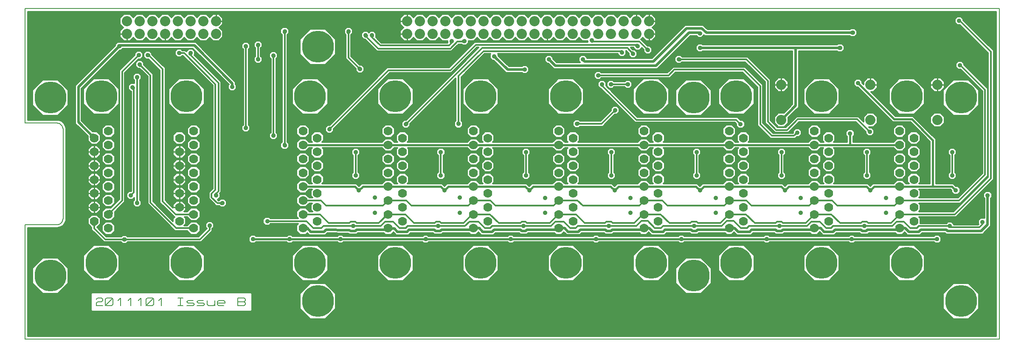
<source format=gbr>
G04 PROTEUS GERBER X2 FILE*
%TF.GenerationSoftware,Labcenter,Proteus,8.12-SP0-Build30713*%
%TF.CreationDate,2021-04-15T12:14:11+00:00*%
%TF.FileFunction,Copper,L1,Top*%
%TF.FilePolarity,Positive*%
%TF.Part,Single*%
%TF.SameCoordinates,{5a193cc5-51b4-4a6d-ad6d-b15ded965af5}*%
%FSLAX26Y26*%
%MOIN*%
G01*
%TA.AperFunction,Conductor*%
%ADD10C,0.015000*%
%ADD11C,0.020000*%
%TA.AperFunction,NonConductor*%
%ADD12C,0.012000*%
%TA.AperFunction,Conductor*%
%ADD13C,0.012000*%
%TA.AperFunction,ViaPad*%
%ADD14C,0.035000*%
%TA.AperFunction,Conductor*%
%ADD15C,0.010000*%
%TA.AperFunction,OtherPad,Unknown*%
%ADD16C,0.250000*%
%TA.AperFunction,ComponentPad*%
%ADD17C,0.070000*%
%ADD18C,0.250000*%
%TA.AperFunction,WasherPad*%
%ADD19C,0.080000*%
%TA.AperFunction,ComponentPad*%
%ADD70C,0.080000*%
%TA.AperFunction,Profile*%
%ADD71C,0.008000*%
%TA.AperFunction,NonConductor*%
%ADD20C,0.008000*%
%TD.AperFunction*%
G36*
X+5225000Y-1375000D02*
X-2375000Y-1375000D01*
X-2375000Y-525000D01*
X-2148789Y-525000D01*
X-2146206Y-524749D01*
X-2134896Y-523648D01*
X-2132532Y-522932D01*
X-2120712Y-519354D01*
X-2107860Y-512480D01*
X-2105956Y-510917D01*
X-2096691Y-503309D01*
X-2087521Y-492141D01*
X-2086360Y-489970D01*
X-2080646Y-479287D01*
X-2076352Y-465103D01*
X-2075000Y-451214D01*
X-2075000Y-449993D01*
X-2075197Y+251805D01*
X-2076468Y+265481D01*
X-2077200Y+267900D01*
X-2080739Y+279589D01*
X-2087607Y+292357D01*
X-2089182Y+294264D01*
X-2093091Y+298992D01*
X-2096769Y+303443D01*
X-2098669Y+304994D01*
X-2107920Y+312545D01*
X-2110081Y+313696D01*
X-2120746Y+319375D01*
X-2134909Y+323651D01*
X-2137358Y+323889D01*
X-2148789Y+325000D01*
X-2375000Y+325000D01*
X-2375000Y+1174216D01*
X+5225000Y+1174998D01*
X+5225000Y-1375000D01*
G37*
%LPC*%
G36*
X-615496Y-1040932D02*
X-615496Y-1172296D01*
X-624869Y-1181669D01*
X-1874343Y-1181669D01*
X-1883717Y-1172296D01*
X-1883717Y-1040932D01*
X-1874343Y-1031559D01*
X-624869Y-1031559D01*
X-615496Y-1040932D01*
G37*
G36*
X-2258404Y-1041000D02*
X-2141596Y-1041000D01*
X-2059000Y-958404D01*
X-2059000Y-841596D01*
X-2141596Y-759000D01*
X-2258404Y-759000D01*
X-2341000Y-841596D01*
X-2341000Y-958404D01*
X-2258404Y-1041000D01*
G37*
G36*
X-2258404Y+359000D02*
X-2141596Y+359000D01*
X-2059000Y+441596D01*
X-2059000Y+558404D01*
X-2141596Y+641000D01*
X-2258404Y+641000D01*
X-2341000Y+558404D01*
X-2341000Y+441596D01*
X-2258404Y+359000D01*
G37*
G36*
X-158404Y+759000D02*
X-41596Y+759000D01*
X+41000Y+841596D01*
X+41000Y+958404D01*
X-41596Y+1041000D01*
X-158404Y+1041000D01*
X-241000Y+958404D01*
X-241000Y+841596D01*
X-158404Y+759000D01*
G37*
G36*
X+4519409Y+214875D02*
X+4519409Y+257125D01*
X+4489534Y+287000D01*
X+4447285Y+287000D01*
X+4417410Y+257125D01*
X+4417410Y+214875D01*
X+4447285Y+185000D01*
X+4489534Y+185000D01*
X+4519409Y+214875D01*
G37*
G36*
X+4112870Y+232459D02*
X+4112870Y+204707D01*
X+4103712Y+195549D01*
X+4102870Y+194607D01*
X+4102870Y+150500D01*
X+4419785Y+150500D01*
X+4447285Y+178000D01*
X+4489534Y+178000D01*
X+4519409Y+148125D01*
X+4519409Y+105875D01*
X+4489534Y+76000D01*
X+4447285Y+76000D01*
X+4419785Y+103500D01*
X+3952742Y+103500D01*
X+3962118Y+94125D01*
X+3962118Y+51875D01*
X+3932243Y+22000D01*
X+3889993Y+22000D01*
X+3860119Y+51875D01*
X+3860119Y+94125D01*
X+3869494Y+103500D01*
X+3847743Y+103500D01*
X+3820243Y+76000D01*
X+3777993Y+76000D01*
X+3750493Y+103500D01*
X+3283451Y+103500D01*
X+3292826Y+94125D01*
X+3292826Y+51875D01*
X+3262952Y+22000D01*
X+3220702Y+22000D01*
X+3190827Y+51875D01*
X+3190827Y+94125D01*
X+3200203Y+103500D01*
X+3178452Y+103500D01*
X+3150952Y+76000D01*
X+3108702Y+76000D01*
X+3081202Y+103500D01*
X+2614159Y+103500D01*
X+2623535Y+94125D01*
X+2623535Y+51875D01*
X+2593660Y+22000D01*
X+2551411Y+22000D01*
X+2521536Y+51875D01*
X+2521536Y+94125D01*
X+2530911Y+103500D01*
X+2509160Y+103500D01*
X+2481660Y+76000D01*
X+2439411Y+76000D01*
X+2411911Y+103500D01*
X+1944868Y+103500D01*
X+1954244Y+94125D01*
X+1954244Y+51875D01*
X+1924369Y+22000D01*
X+1882119Y+22000D01*
X+1852244Y+51875D01*
X+1852244Y+94125D01*
X+1861620Y+103500D01*
X+1839869Y+103500D01*
X+1812369Y+76000D01*
X+1770119Y+76000D01*
X+1742619Y+103500D01*
X+1275577Y+103500D01*
X+1284952Y+94125D01*
X+1284952Y+51875D01*
X+1255078Y+22000D01*
X+1212828Y+22000D01*
X+1182953Y+51875D01*
X+1182953Y+94125D01*
X+1192329Y+103500D01*
X+1170578Y+103500D01*
X+1143078Y+76000D01*
X+1100828Y+76000D01*
X+1073328Y+103500D01*
X+606285Y+103500D01*
X+615661Y+94125D01*
X+615661Y+51875D01*
X+585786Y+22000D01*
X+543537Y+22000D01*
X+513662Y+51875D01*
X+513662Y+94125D01*
X+523037Y+103500D01*
X+501286Y+103500D01*
X+473786Y+76000D01*
X+431537Y+76000D01*
X+404037Y+103500D01*
X-63006Y+103500D01*
X-53630Y+94125D01*
X-53630Y+51875D01*
X-83505Y+22000D01*
X-125755Y+22000D01*
X-155630Y+51875D01*
X-155630Y+94125D01*
X-146254Y+103500D01*
X-168005Y+103500D01*
X-195505Y+76000D01*
X-237755Y+76000D01*
X-267630Y+105875D01*
X-267630Y+148125D01*
X-237755Y+178000D01*
X-195505Y+178000D01*
X-168005Y+150500D01*
X-145254Y+150500D01*
X-155630Y+160875D01*
X-155630Y+203125D01*
X-125755Y+233000D01*
X-83505Y+233000D01*
X-53630Y+203125D01*
X-53630Y+160875D01*
X-64006Y+150500D01*
X+404037Y+150500D01*
X+431537Y+178000D01*
X+473786Y+178000D01*
X+501286Y+150500D01*
X+524037Y+150500D01*
X+513662Y+160875D01*
X+513662Y+203125D01*
X+543537Y+233000D01*
X+585786Y+233000D01*
X+615661Y+203125D01*
X+615661Y+160875D01*
X+605285Y+150500D01*
X+1073328Y+150500D01*
X+1100828Y+178000D01*
X+1143078Y+178000D01*
X+1170578Y+150500D01*
X+1193329Y+150500D01*
X+1182953Y+160875D01*
X+1182953Y+203125D01*
X+1212828Y+233000D01*
X+1255078Y+233000D01*
X+1284952Y+203125D01*
X+1284952Y+160875D01*
X+1274577Y+150500D01*
X+1742619Y+150500D01*
X+1770119Y+178000D01*
X+1812369Y+178000D01*
X+1839869Y+150500D01*
X+1862620Y+150500D01*
X+1852244Y+160875D01*
X+1852244Y+203125D01*
X+1882119Y+233000D01*
X+1924369Y+233000D01*
X+1954244Y+203125D01*
X+1954244Y+160875D01*
X+1943868Y+150500D01*
X+2411911Y+150500D01*
X+2439411Y+178000D01*
X+2481660Y+178000D01*
X+2509160Y+150500D01*
X+2531911Y+150500D01*
X+2521536Y+160875D01*
X+2521536Y+203125D01*
X+2551411Y+233000D01*
X+2593660Y+233000D01*
X+2623535Y+203125D01*
X+2623535Y+160875D01*
X+2613159Y+150500D01*
X+3081202Y+150500D01*
X+3108702Y+178000D01*
X+3150952Y+178000D01*
X+3178452Y+150500D01*
X+3201203Y+150500D01*
X+3190827Y+160875D01*
X+3190827Y+203125D01*
X+3220702Y+233000D01*
X+3262952Y+233000D01*
X+3292826Y+203125D01*
X+3292826Y+160875D01*
X+3282451Y+150500D01*
X+3750493Y+150500D01*
X+3777993Y+178000D01*
X+3820243Y+178000D01*
X+3847743Y+150500D01*
X+3870494Y+150500D01*
X+3860119Y+160875D01*
X+3860119Y+203125D01*
X+3889993Y+233000D01*
X+3932243Y+233000D01*
X+3962118Y+203125D01*
X+3962118Y+160875D01*
X+3951742Y+150500D01*
X+4055870Y+150500D01*
X+4055870Y+194606D01*
X+4055016Y+195561D01*
X+4045870Y+204707D01*
X+4045870Y+232459D01*
X+4065494Y+252082D01*
X+4093246Y+252082D01*
X+4112870Y+232459D01*
G37*
G36*
X+4519409Y-3125D02*
X+4519409Y+39125D01*
X+4489534Y+69000D01*
X+4447285Y+69000D01*
X+4417410Y+39125D01*
X+4417410Y-3125D01*
X+4447285Y-33000D01*
X+4489534Y-33000D01*
X+4519409Y-3125D01*
G37*
G36*
X+4519409Y-112125D02*
X+4519409Y-69875D01*
X+4489534Y-40000D01*
X+4447285Y-40000D01*
X+4417410Y-69875D01*
X+4417410Y-112125D01*
X+4447285Y-142000D01*
X+4489534Y-142000D01*
X+4519409Y-112125D01*
G37*
G36*
X+4968500Y+1118876D02*
X+4968500Y+1107612D01*
X+5206370Y+869742D01*
X+5206370Y-144112D01*
X+4910482Y-440000D01*
X+4620533Y-440000D01*
X+4631409Y-450875D01*
X+4631409Y-488000D01*
X+4837308Y-488000D01*
X+4839225Y-486195D01*
X+4848659Y-476760D01*
X+4876411Y-476760D01*
X+4896035Y-496384D01*
X+4896035Y-498001D01*
X+5085257Y-498001D01*
X+5087561Y-495697D01*
X+5085870Y-494006D01*
X+5085870Y-466254D01*
X+5105494Y-446630D01*
X+5133246Y-446630D01*
X+5133370Y-446755D01*
X+5133370Y-291376D01*
X+5125870Y-283876D01*
X+5125870Y-256124D01*
X+5145494Y-236500D01*
X+5173246Y-236500D01*
X+5192870Y-256124D01*
X+5192870Y-283876D01*
X+5185370Y-291376D01*
X+5185370Y-510769D01*
X+5119879Y-576259D01*
X+4834767Y-576259D01*
X+4824767Y-566259D01*
X+4644879Y-566259D01*
X+4630139Y-581000D01*
X+4529507Y-581000D01*
X+4508020Y-559513D01*
X+4489534Y-578000D01*
X+4447285Y-578000D01*
X+4437026Y-567741D01*
X+4434481Y-566259D01*
X+4226304Y-566259D01*
X+4216304Y-576259D01*
X+4164767Y-576259D01*
X+4154767Y-566259D01*
X+3971296Y-566259D01*
X+3956556Y-581000D01*
X+3865019Y-581000D01*
X+3841131Y-557112D01*
X+3820243Y-578000D01*
X+3777993Y-578000D01*
X+3767735Y-567741D01*
X+3765190Y-566259D01*
X+3561304Y-566259D01*
X+3551304Y-576259D01*
X+3494767Y-576259D01*
X+3484767Y-566259D01*
X+3316296Y-566259D01*
X+3301556Y-581000D01*
X+3190019Y-581000D01*
X+3168985Y-559966D01*
X+3150952Y-578000D01*
X+3108702Y-578000D01*
X+3096962Y-566259D01*
X+2891296Y-566259D01*
X+2881296Y-576259D01*
X+2830105Y-576259D01*
X+2820105Y-566259D01*
X+2636296Y-566259D01*
X+2621383Y-581173D01*
X+2520192Y-581173D01*
X+2499339Y-560320D01*
X+2481660Y-578000D01*
X+2439411Y-578000D01*
X+2429152Y-567741D01*
X+2426607Y-566259D01*
X+2221304Y-566259D01*
X+2211304Y-576259D01*
X+2157956Y-576259D01*
X+2147956Y-566259D01*
X+1970761Y-566259D01*
X+1956556Y-580464D01*
X+1854483Y-580464D01*
X+1832194Y-558175D01*
X+1812369Y-578000D01*
X+1770119Y-578000D01*
X+1759861Y-567741D01*
X+1757316Y-566259D01*
X+1551304Y-566259D01*
X+1541304Y-576259D01*
X+1489767Y-576259D01*
X+1479767Y-566259D01*
X+1294879Y-566259D01*
X+1280139Y-581000D01*
X+1185019Y-581000D01*
X+1162548Y-558529D01*
X+1143078Y-578000D01*
X+1100828Y-578000D01*
X+1090570Y-567741D01*
X+1088025Y-566259D01*
X+881304Y-566259D01*
X+871304Y-576259D01*
X+814767Y-576259D01*
X+804767Y-566259D01*
X+626296Y-566259D01*
X+611556Y-581000D01*
X+515019Y-581000D01*
X+492902Y-558883D01*
X+473786Y-578000D01*
X+431537Y-578000D01*
X+421102Y-567565D01*
X+418472Y-566000D01*
X+215139Y-566000D01*
X+205139Y-576000D01*
X+146273Y-576000D01*
X+138601Y-568328D01*
X+134203Y-568328D01*
X+133982Y-568325D01*
X-25009Y-566147D01*
X-39861Y-581000D01*
X-166399Y-581000D01*
X-182452Y-564946D01*
X-195505Y-578000D01*
X-237755Y-578000D01*
X-267630Y-548125D01*
X-267630Y-505875D01*
X-255754Y-494000D01*
X-471572Y-494000D01*
X-473431Y-495806D01*
X-483124Y-505500D01*
X-510876Y-505500D01*
X-530500Y-485876D01*
X-530500Y-458124D01*
X-510876Y-438500D01*
X-483124Y-438500D01*
X-473456Y-448168D01*
X-471571Y-450000D01*
X-256754Y-450000D01*
X-267630Y-439125D01*
X-267630Y-396875D01*
X-237755Y-367000D01*
X-195505Y-367000D01*
X-166505Y-396000D01*
X-143754Y-396000D01*
X-155630Y-384125D01*
X-155630Y-341875D01*
X-144754Y-331000D01*
X-166505Y-331000D01*
X-195505Y-360000D01*
X-237755Y-360000D01*
X-267630Y-330125D01*
X-267630Y-287875D01*
X-237755Y-258000D01*
X-195505Y-258000D01*
X-166505Y-287000D01*
X-143754Y-287000D01*
X-155630Y-275125D01*
X-155630Y-232875D01*
X-146254Y-223500D01*
X-168005Y-223500D01*
X-195505Y-251000D01*
X-237755Y-251000D01*
X-267630Y-221125D01*
X-267630Y-178875D01*
X-237755Y-149000D01*
X-195505Y-149000D01*
X-168005Y-176500D01*
X-145254Y-176500D01*
X-155630Y-166125D01*
X-155630Y-123875D01*
X-125755Y-94000D01*
X-83505Y-94000D01*
X-53630Y-123875D01*
X-53630Y-166125D01*
X-64006Y-176500D01*
X+202216Y-176500D01*
X+222406Y-196690D01*
X+222742Y-196709D01*
X+223079Y-196690D01*
X+243269Y-176500D01*
X+404037Y-176500D01*
X+431537Y-149000D01*
X+473786Y-149000D01*
X+501286Y-176500D01*
X+524037Y-176500D01*
X+513662Y-166125D01*
X+513662Y-123875D01*
X+543537Y-94000D01*
X+585786Y-94000D01*
X+615661Y-123875D01*
X+615661Y-166125D01*
X+605285Y-176500D01*
X+873174Y-176500D01*
X+893364Y-196690D01*
X+893700Y-196709D01*
X+894037Y-196690D01*
X+914227Y-176500D01*
X+1073328Y-176500D01*
X+1100828Y-149000D01*
X+1143078Y-149000D01*
X+1170578Y-176500D01*
X+1193329Y-176500D01*
X+1182953Y-166125D01*
X+1182953Y-123875D01*
X+1212828Y-94000D01*
X+1255078Y-94000D01*
X+1284952Y-123875D01*
X+1284952Y-166125D01*
X+1274577Y-176500D01*
X+1539135Y-176500D01*
X+1559325Y-196690D01*
X+1559661Y-196709D01*
X+1559998Y-196690D01*
X+1579928Y-176760D01*
X+1583230Y-176760D01*
X+1584232Y-176500D01*
X+1742619Y-176500D01*
X+1770119Y-149000D01*
X+1812369Y-149000D01*
X+1839869Y-176500D01*
X+1862620Y-176500D01*
X+1852244Y-166125D01*
X+1852244Y-123875D01*
X+1882119Y-94000D01*
X+1924369Y-94000D01*
X+1954244Y-123875D01*
X+1954244Y-166125D01*
X+1943868Y-176500D01*
X+2209135Y-176500D01*
X+2229325Y-196690D01*
X+2229661Y-196709D01*
X+2229998Y-196690D01*
X+2250188Y-176500D01*
X+2411911Y-176500D01*
X+2439411Y-149000D01*
X+2481660Y-149000D01*
X+2509160Y-176500D01*
X+2531911Y-176500D01*
X+2521536Y-166125D01*
X+2521536Y-123875D01*
X+2551411Y-94000D01*
X+2593660Y-94000D01*
X+2623535Y-123875D01*
X+2623535Y-166125D01*
X+2613159Y-176500D01*
X+2879135Y-176501D01*
X+2899325Y-196690D01*
X+2899661Y-196709D01*
X+2899998Y-196690D01*
X+2919928Y-176760D01*
X+2921824Y-176760D01*
X+2922523Y-176500D01*
X+3081202Y-176500D01*
X+3108702Y-149000D01*
X+3150952Y-149000D01*
X+3178452Y-176500D01*
X+3201203Y-176500D01*
X+3190827Y-166125D01*
X+3190827Y-123875D01*
X+3220702Y-94000D01*
X+3262952Y-94000D01*
X+3292826Y-123875D01*
X+3292826Y-166125D01*
X+3282451Y-176500D01*
X+3546403Y-176500D01*
X+3566593Y-196690D01*
X+3566928Y-196709D01*
X+3567266Y-196690D01*
X+3587456Y-176500D01*
X+3750493Y-176500D01*
X+3777993Y-149000D01*
X+3820243Y-149000D01*
X+3847743Y-176500D01*
X+3870494Y-176500D01*
X+3860119Y-166125D01*
X+3860119Y-123875D01*
X+3889993Y-94000D01*
X+3932243Y-94000D01*
X+3962118Y-123875D01*
X+3962118Y-166125D01*
X+3951742Y-176500D01*
X+4216900Y-176500D01*
X+4237089Y-196690D01*
X+4237426Y-196709D01*
X+4237763Y-196690D01*
X+4257952Y-176500D01*
X+4419785Y-176500D01*
X+4447285Y-149000D01*
X+4489534Y-149000D01*
X+4517034Y-176500D01*
X+4539785Y-176500D01*
X+4529410Y-166125D01*
X+4529410Y-123875D01*
X+4559285Y-94000D01*
X+4601534Y-94000D01*
X+4631409Y-123875D01*
X+4631409Y-166125D01*
X+4621033Y-176500D01*
X+4705870Y-176500D01*
X+4705870Y+154597D01*
X+4553259Y+307209D01*
X+4415463Y+307209D01*
X+4142069Y+580603D01*
X+4140808Y+580674D01*
X+4127856Y+580674D01*
X+4108233Y+600297D01*
X+4108233Y+628049D01*
X+4127856Y+647673D01*
X+4155608Y+647673D01*
X+4175232Y+628049D01*
X+4175232Y+615097D01*
X+4175302Y+613837D01*
X+4183370Y+605768D01*
X+4183370Y+623196D01*
X+4216174Y+656000D01*
X+4262566Y+656000D01*
X+4295370Y+623196D01*
X+4295370Y+576804D01*
X+4262566Y+544000D01*
X+4245138Y+544000D01*
X+4434930Y+354208D01*
X+4572726Y+354208D01*
X+4752870Y+174064D01*
X+4752870Y-176500D01*
X+4888844Y-176500D01*
X+4909033Y-196690D01*
X+4910293Y-196760D01*
X+4923246Y-196760D01*
X+4942870Y-216384D01*
X+4942870Y-244136D01*
X+4923246Y-263759D01*
X+4895494Y-263759D01*
X+4875870Y-244136D01*
X+4875870Y-231184D01*
X+4875800Y-229923D01*
X+4869377Y-223500D01*
X+4622033Y-223500D01*
X+4631409Y-232875D01*
X+4631409Y-275125D01*
X+4619533Y-287000D01*
X+4926258Y-287000D01*
X+5116662Y-96596D01*
X+5116662Y+552226D01*
X+4947388Y+721500D01*
X+4926124Y+721500D01*
X+4906500Y+741124D01*
X+4906500Y+768876D01*
X+4926124Y+788500D01*
X+4953876Y+788500D01*
X+4973500Y+768876D01*
X+4973500Y+757612D01*
X+5160661Y+570451D01*
X+5160661Y-114821D01*
X+4944482Y-331000D01*
X+4620533Y-331000D01*
X+4631409Y-341875D01*
X+4631409Y-384125D01*
X+4619533Y-396000D01*
X+4892258Y-396000D01*
X+5162370Y-125888D01*
X+5162370Y+851518D01*
X+4942388Y+1071500D01*
X+4921124Y+1071500D01*
X+4901500Y+1091124D01*
X+4901500Y+1118876D01*
X+4921124Y+1138500D01*
X+4948876Y+1138500D01*
X+4968500Y+1118876D01*
G37*
G36*
X+4631409Y+160875D02*
X+4631409Y+203125D01*
X+4601534Y+233000D01*
X+4559285Y+233000D01*
X+4529410Y+203125D01*
X+4529410Y+160875D01*
X+4559285Y+131000D01*
X+4601534Y+131000D01*
X+4631409Y+160875D01*
G37*
G36*
X+4631409Y+51875D02*
X+4631409Y+94125D01*
X+4601534Y+124000D01*
X+4559285Y+124000D01*
X+4529410Y+94125D01*
X+4529410Y+51875D01*
X+4559285Y+22000D01*
X+4601534Y+22000D01*
X+4631409Y+51875D01*
G37*
G36*
X+4631409Y-57125D02*
X+4631409Y-14875D01*
X+4601534Y+15000D01*
X+4559285Y+15000D01*
X+4529410Y-14875D01*
X+4529410Y-57125D01*
X+4559285Y-87000D01*
X+4601534Y-87000D01*
X+4631409Y-57125D01*
G37*
G36*
X+4665409Y+451596D02*
X+4665409Y+568404D01*
X+4582813Y+651000D01*
X+4466006Y+651000D01*
X+4383410Y+568404D01*
X+4383410Y+451596D01*
X+4466006Y+369000D01*
X+4582813Y+369000D01*
X+4665409Y+451596D01*
G37*
G36*
X+4665409Y-858404D02*
X+4665409Y-741596D01*
X+4582813Y-659000D01*
X+4466006Y-659000D01*
X+4383410Y-741596D01*
X+4383410Y-858404D01*
X+4466006Y-941000D01*
X+4582813Y-941000D01*
X+4665409Y-858404D01*
G37*
G36*
X+3850118Y+214875D02*
X+3850118Y+257125D01*
X+3820243Y+287000D01*
X+3777993Y+287000D01*
X+3748119Y+257125D01*
X+3748119Y+214875D01*
X+3777993Y+185000D01*
X+3820243Y+185000D01*
X+3850118Y+214875D01*
G37*
G36*
X+3850118Y-3125D02*
X+3850118Y+39125D01*
X+3820243Y+69000D01*
X+3777993Y+69000D01*
X+3748119Y+39125D01*
X+3748119Y-3125D01*
X+3777993Y-33000D01*
X+3820243Y-33000D01*
X+3850118Y-3125D01*
G37*
G36*
X+3850118Y-112125D02*
X+3850118Y-69875D01*
X+3820243Y-40000D01*
X+3777993Y-40000D01*
X+3748119Y-69875D01*
X+3748119Y-112125D01*
X+3777993Y-142000D01*
X+3820243Y-142000D01*
X+3850118Y-112125D01*
G37*
G36*
X+3962118Y-57125D02*
X+3962118Y-14875D01*
X+3932243Y+15000D01*
X+3889993Y+15000D01*
X+3860119Y-14875D01*
X+3860119Y-57125D01*
X+3889993Y-87000D01*
X+3932243Y-87000D01*
X+3962118Y-57125D01*
G37*
G36*
X+3996118Y+451596D02*
X+3996118Y+568404D01*
X+3913522Y+651000D01*
X+3796714Y+651000D01*
X+3714119Y+568404D01*
X+3714119Y+451596D01*
X+3796714Y+369000D01*
X+3913522Y+369000D01*
X+3996118Y+451596D01*
G37*
G36*
X+3996118Y-858404D02*
X+3996118Y-741596D01*
X+3913522Y-659000D01*
X+3796714Y-659000D01*
X+3714119Y-741596D01*
X+3714119Y-858404D01*
X+3796714Y-941000D01*
X+3913522Y-941000D01*
X+3996118Y-858404D01*
G37*
G36*
X+3180826Y+214875D02*
X+3180826Y+257125D01*
X+3150952Y+287000D01*
X+3108702Y+287000D01*
X+3078827Y+257125D01*
X+3078827Y+214875D01*
X+3108702Y+185000D01*
X+3150952Y+185000D01*
X+3180826Y+214875D01*
G37*
G36*
X+3180826Y-3125D02*
X+3180826Y+39125D01*
X+3150952Y+69000D01*
X+3108702Y+69000D01*
X+3078827Y+39125D01*
X+3078827Y-3125D01*
X+3108702Y-33000D01*
X+3150952Y-33000D01*
X+3180826Y-3125D01*
G37*
G36*
X+3180826Y-112125D02*
X+3180826Y-69875D01*
X+3150952Y-40000D01*
X+3108702Y-40000D01*
X+3078827Y-69875D01*
X+3078827Y-112125D01*
X+3108702Y-142000D01*
X+3150952Y-142000D01*
X+3180826Y-112125D01*
G37*
G36*
X+3292826Y-57125D02*
X+3292826Y-14875D01*
X+3262952Y+15000D01*
X+3220702Y+15000D01*
X+3190827Y-14875D01*
X+3190827Y-57125D01*
X+3220702Y-87000D01*
X+3262952Y-87000D01*
X+3292826Y-57125D01*
G37*
G36*
X+3326826Y+451596D02*
X+3326826Y+568404D01*
X+3244231Y+651000D01*
X+3127423Y+651000D01*
X+3044827Y+568404D01*
X+3044827Y+451596D01*
X+3127423Y+369000D01*
X+3244231Y+369000D01*
X+3326826Y+451596D01*
G37*
G36*
X+3326826Y-858404D02*
X+3326826Y-741596D01*
X+3244231Y-659000D01*
X+3127423Y-659000D01*
X+3044827Y-741596D01*
X+3044827Y-858404D01*
X+3127423Y-941000D01*
X+3244231Y-941000D01*
X+3326826Y-858404D01*
G37*
G36*
X+2511535Y+214875D02*
X+2511535Y+257125D01*
X+2481660Y+287000D01*
X+2439411Y+287000D01*
X+2409536Y+257125D01*
X+2409536Y+214875D01*
X+2439411Y+185000D01*
X+2481660Y+185000D01*
X+2511535Y+214875D01*
G37*
G36*
X+2511535Y-3125D02*
X+2511535Y+39125D01*
X+2481660Y+69000D01*
X+2439411Y+69000D01*
X+2409536Y+39125D01*
X+2409536Y-3125D01*
X+2439411Y-33000D01*
X+2481660Y-33000D01*
X+2511535Y-3125D01*
G37*
G36*
X+2511535Y-112125D02*
X+2511535Y-69875D01*
X+2481660Y-40000D01*
X+2439411Y-40000D01*
X+2409536Y-69875D01*
X+2409536Y-112125D01*
X+2439411Y-142000D01*
X+2481660Y-142000D01*
X+2511535Y-112125D01*
G37*
G36*
X+2623535Y-57125D02*
X+2623535Y-14875D01*
X+2593660Y+15000D01*
X+2551411Y+15000D01*
X+2521536Y-14875D01*
X+2521536Y-57125D01*
X+2551411Y-87000D01*
X+2593660Y-87000D01*
X+2623535Y-57125D01*
G37*
G36*
X+2657535Y+451596D02*
X+2657535Y+568404D01*
X+2574939Y+651000D01*
X+2458131Y+651000D01*
X+2375536Y+568404D01*
X+2375536Y+451596D01*
X+2458131Y+369000D01*
X+2574939Y+369000D01*
X+2657535Y+451596D01*
G37*
G36*
X+2657535Y-858404D02*
X+2657535Y-741596D01*
X+2574939Y-659000D01*
X+2458131Y-659000D01*
X+2375536Y-741596D01*
X+2375536Y-858404D01*
X+2458131Y-941000D01*
X+2574939Y-941000D01*
X+2657535Y-858404D01*
G37*
G36*
X+1842244Y+214875D02*
X+1842244Y+257125D01*
X+1812369Y+287000D01*
X+1770119Y+287000D01*
X+1740244Y+257125D01*
X+1740244Y+214875D01*
X+1770119Y+185000D01*
X+1812369Y+185000D01*
X+1842244Y+214875D01*
G37*
G36*
X+1842244Y-3125D02*
X+1842244Y+39125D01*
X+1812369Y+69000D01*
X+1770119Y+69000D01*
X+1740244Y+39125D01*
X+1740244Y-3125D01*
X+1770119Y-33000D01*
X+1812369Y-33000D01*
X+1842244Y-3125D01*
G37*
G36*
X+1842244Y-112125D02*
X+1842244Y-69875D01*
X+1812369Y-40000D01*
X+1770119Y-40000D01*
X+1740244Y-69875D01*
X+1740244Y-112125D01*
X+1770119Y-142000D01*
X+1812369Y-142000D01*
X+1842244Y-112125D01*
G37*
G36*
X+1954244Y-57125D02*
X+1954244Y-14875D01*
X+1924369Y+15000D01*
X+1882119Y+15000D01*
X+1852244Y-14875D01*
X+1852244Y-57125D01*
X+1882119Y-87000D01*
X+1924369Y-87000D01*
X+1954244Y-57125D01*
G37*
G36*
X+1988244Y+451596D02*
X+1988244Y+568404D01*
X+1905648Y+651000D01*
X+1788840Y+651000D01*
X+1706244Y+568404D01*
X+1706244Y+451596D01*
X+1788840Y+369000D01*
X+1905648Y+369000D01*
X+1988244Y+451596D01*
G37*
G36*
X+1988244Y-858404D02*
X+1988244Y-741596D01*
X+1905648Y-659000D01*
X+1788840Y-659000D01*
X+1706244Y-741596D01*
X+1706244Y-858404D01*
X+1788840Y-941000D01*
X+1905648Y-941000D01*
X+1988244Y-858404D01*
G37*
G36*
X+1172952Y+214875D02*
X+1172952Y+257125D01*
X+1143078Y+287000D01*
X+1100828Y+287000D01*
X+1070953Y+257125D01*
X+1070953Y+214875D01*
X+1100828Y+185000D01*
X+1143078Y+185000D01*
X+1172952Y+214875D01*
G37*
G36*
X+1172952Y-3125D02*
X+1172952Y+39125D01*
X+1143078Y+69000D01*
X+1100828Y+69000D01*
X+1070953Y+39125D01*
X+1070953Y-3125D01*
X+1100828Y-33000D01*
X+1143078Y-33000D01*
X+1172952Y-3125D01*
G37*
G36*
X+1172952Y-112125D02*
X+1172952Y-69875D01*
X+1143078Y-40000D01*
X+1100828Y-40000D01*
X+1070953Y-69875D01*
X+1070953Y-112125D01*
X+1100828Y-142000D01*
X+1143078Y-142000D01*
X+1172952Y-112125D01*
G37*
G36*
X+1284952Y-57125D02*
X+1284952Y-14875D01*
X+1255078Y+15000D01*
X+1212828Y+15000D01*
X+1182953Y-14875D01*
X+1182953Y-57125D01*
X+1212828Y-87000D01*
X+1255078Y-87000D01*
X+1284952Y-57125D01*
G37*
G36*
X+1318952Y+451596D02*
X+1318952Y+568404D01*
X+1236357Y+651000D01*
X+1119549Y+651000D01*
X+1036953Y+568404D01*
X+1036953Y+451596D01*
X+1119549Y+369000D01*
X+1236357Y+369000D01*
X+1318952Y+451596D01*
G37*
G36*
X+1318952Y-858404D02*
X+1318952Y-741596D01*
X+1236357Y-659000D01*
X+1119549Y-659000D01*
X+1036953Y-741596D01*
X+1036953Y-858404D01*
X+1119549Y-941000D01*
X+1236357Y-941000D01*
X+1318952Y-858404D01*
G37*
G36*
X+503661Y+214875D02*
X+503661Y+257125D01*
X+473786Y+287000D01*
X+431537Y+287000D01*
X+401662Y+257125D01*
X+401662Y+214875D01*
X+431537Y+185000D01*
X+473786Y+185000D01*
X+503661Y+214875D01*
G37*
G36*
X+503661Y-3125D02*
X+503661Y+39125D01*
X+473786Y+69000D01*
X+431537Y+69000D01*
X+401662Y+39125D01*
X+401662Y-3125D01*
X+431537Y-33000D01*
X+473786Y-33000D01*
X+503661Y-3125D01*
G37*
G36*
X+503661Y-112125D02*
X+503661Y-69875D01*
X+473786Y-40000D01*
X+431537Y-40000D01*
X+401662Y-69875D01*
X+401662Y-112125D01*
X+431537Y-142000D01*
X+473786Y-142000D01*
X+503661Y-112125D01*
G37*
G36*
X+615661Y-57125D02*
X+615661Y-14875D01*
X+585786Y+15000D01*
X+543537Y+15000D01*
X+513662Y-14875D01*
X+513662Y-57125D01*
X+543537Y-87000D01*
X+585786Y-87000D01*
X+615661Y-57125D01*
G37*
G36*
X+649661Y+451596D02*
X+649661Y+568404D01*
X+567065Y+651000D01*
X+450257Y+651000D01*
X+367662Y+568404D01*
X+367662Y+451596D01*
X+450257Y+369000D01*
X+567065Y+369000D01*
X+649661Y+451596D01*
G37*
G36*
X+649661Y-858404D02*
X+649661Y-741596D01*
X+567065Y-659000D01*
X+450257Y-659000D01*
X+367662Y-741596D01*
X+367662Y-858404D01*
X+450257Y-941000D01*
X+567065Y-941000D01*
X+649661Y-858404D01*
G37*
G36*
X-165630Y+214875D02*
X-165630Y+257125D01*
X-195505Y+287000D01*
X-237755Y+287000D01*
X-267630Y+257125D01*
X-267630Y+214875D01*
X-237755Y+185000D01*
X-195505Y+185000D01*
X-165630Y+214875D01*
G37*
G36*
X-165630Y-3125D02*
X-165630Y+39125D01*
X-195505Y+69000D01*
X-237755Y+69000D01*
X-267630Y+39125D01*
X-267630Y-3125D01*
X-237755Y-33000D01*
X-195505Y-33000D01*
X-165630Y-3125D01*
G37*
G36*
X-165630Y-112125D02*
X-165630Y-69875D01*
X-195505Y-40000D01*
X-237755Y-40000D01*
X-267630Y-69875D01*
X-267630Y-112125D01*
X-237755Y-142000D01*
X-195505Y-142000D01*
X-165630Y-112125D01*
G37*
G36*
X-53630Y-57125D02*
X-53630Y-14875D01*
X-83505Y+15000D01*
X-125755Y+15000D01*
X-155630Y-14875D01*
X-155630Y-57125D01*
X-125755Y-87000D01*
X-83505Y-87000D01*
X-53630Y-57125D01*
G37*
G36*
X-19630Y+451596D02*
X-19630Y+568404D01*
X-102226Y+651000D01*
X-219034Y+651000D01*
X-301630Y+568404D01*
X-301630Y+451596D01*
X-219034Y+369000D01*
X-102226Y+369000D01*
X-19630Y+451596D01*
G37*
G36*
X-19630Y-858404D02*
X-19630Y-741596D01*
X-102226Y-659000D01*
X-219034Y-659000D01*
X-301630Y-741596D01*
X-301630Y-858404D01*
X-219034Y-941000D01*
X-102226Y-941000D01*
X-19630Y-858404D01*
G37*
G36*
X+2556000Y+1123196D02*
X+2556000Y+1076804D01*
X+2529195Y+1050000D01*
X+2556000Y+1023196D01*
X+2556000Y+976804D01*
X+2523196Y+944000D01*
X+2476804Y+944000D01*
X+2450000Y+970805D01*
X+2437654Y+958458D01*
X+2487574Y+908537D01*
X+2490224Y+908500D01*
X+2503876Y+908500D01*
X+2523500Y+888876D01*
X+2523500Y+861124D01*
X+2503876Y+841500D01*
X+2476124Y+841500D01*
X+2456500Y+861124D01*
X+2456500Y+874774D01*
X+2456463Y+877426D01*
X+2443132Y+890756D01*
X+2423876Y+871500D01*
X+2396124Y+871500D01*
X+2376500Y+891124D01*
X+2376500Y+893000D01*
X+2358111Y+893000D01*
X+2372574Y+878537D01*
X+2375226Y+878500D01*
X+2388876Y+878500D01*
X+2408500Y+858876D01*
X+2408500Y+831124D01*
X+2388876Y+811500D01*
X+2361124Y+811500D01*
X+2341500Y+831124D01*
X+2341500Y+844774D01*
X+2341463Y+847426D01*
X+2322000Y+866889D01*
X+2322000Y+840624D01*
X+2302376Y+821000D01*
X+2274624Y+821000D01*
X+2255000Y+840624D01*
X+2255000Y+843000D01*
X+1314375Y+843000D01*
X+1318500Y+838876D01*
X+1318500Y+828269D01*
X+1400769Y+746000D01*
X+1504624Y+746000D01*
X+1512124Y+753500D01*
X+1539876Y+753500D01*
X+1559500Y+733876D01*
X+1559500Y+706124D01*
X+1539876Y+686500D01*
X+1512124Y+686500D01*
X+1504624Y+694000D01*
X+1379231Y+694000D01*
X+1281731Y+791500D01*
X+1271124Y+791500D01*
X+1251500Y+811124D01*
X+1251500Y+838876D01*
X+1255625Y+843000D01*
X+1208758Y+843000D01*
X+1026369Y+660612D01*
X+1026370Y+317927D01*
X+1028123Y+316122D01*
X+1037870Y+306376D01*
X+1037870Y+278624D01*
X+1018246Y+259000D01*
X+990494Y+259000D01*
X+970870Y+278624D01*
X+970870Y+306376D01*
X+980538Y+316044D01*
X+982370Y+317929D01*
X+982371Y+650472D01*
X+626115Y+294216D01*
X+626078Y+291669D01*
X+626078Y+277915D01*
X+606455Y+258292D01*
X+578703Y+258292D01*
X+559079Y+277915D01*
X+559079Y+305667D01*
X+578703Y+325291D01*
X+592352Y+325291D01*
X+595004Y+325329D01*
X+1162676Y+893000D01*
X+1149112Y+893000D01*
X+949112Y+693000D01*
X+463774Y+693000D01*
X+24402Y+253628D01*
X+24366Y+251134D01*
X+24366Y+237329D01*
X+4742Y+217705D01*
X-23010Y+217705D01*
X-42633Y+237329D01*
X-42633Y+265081D01*
X-23010Y+284704D01*
X-9360Y+284704D01*
X-6708Y+284742D01*
X+445549Y+737000D01*
X+930888Y+737000D01*
X+1130888Y+937000D01*
X+2016500Y+937000D01*
X+2016500Y+944000D01*
X+1976804Y+944000D01*
X+1950000Y+970805D01*
X+1923196Y+944000D01*
X+1876804Y+944000D01*
X+1850000Y+970805D01*
X+1823196Y+944000D01*
X+1776804Y+944000D01*
X+1750000Y+970805D01*
X+1723196Y+944000D01*
X+1676804Y+944000D01*
X+1650000Y+970805D01*
X+1623196Y+944000D01*
X+1576804Y+944000D01*
X+1550000Y+970805D01*
X+1523196Y+944000D01*
X+1476804Y+944000D01*
X+1450000Y+970805D01*
X+1423196Y+944000D01*
X+1376804Y+944000D01*
X+1350000Y+970805D01*
X+1323196Y+944000D01*
X+1276804Y+944000D01*
X+1250000Y+970805D01*
X+1223196Y+944000D01*
X+1176804Y+944000D01*
X+1150000Y+970805D01*
X+1123196Y+944000D01*
X+1083500Y+944000D01*
X+1083500Y+931124D01*
X+1063876Y+911500D01*
X+1036124Y+911500D01*
X+1030159Y+917465D01*
X+1029087Y+918000D01*
X+1004112Y+918000D01*
X+949112Y+863000D01*
X+365888Y+863000D01*
X+272774Y+956115D01*
X+271127Y+956500D01*
X+261124Y+956500D01*
X+241500Y+976124D01*
X+241500Y+1003876D01*
X+261124Y+1023500D01*
X+288876Y+1023500D01*
X+300000Y+1012376D01*
X+311124Y+1023500D01*
X+338876Y+1023500D01*
X+358500Y+1003876D01*
X+358500Y+976124D01*
X+356744Y+974368D01*
X+399112Y+932000D01*
X+916500Y+932000D01*
X+916500Y+944000D01*
X+876804Y+944000D01*
X+850000Y+970805D01*
X+823196Y+944000D01*
X+776804Y+944000D01*
X+750000Y+970805D01*
X+723196Y+944000D01*
X+676804Y+944000D01*
X+650000Y+970805D01*
X+623196Y+944000D01*
X+576804Y+944000D01*
X+544000Y+976804D01*
X+544000Y+1023196D01*
X+570805Y+1050000D01*
X+544000Y+1076804D01*
X+544000Y+1123196D01*
X+576804Y+1156000D01*
X+623196Y+1156000D01*
X+650000Y+1129195D01*
X+676804Y+1156000D01*
X+723196Y+1156000D01*
X+750000Y+1129195D01*
X+776804Y+1156000D01*
X+823196Y+1156000D01*
X+850000Y+1129195D01*
X+876804Y+1156000D01*
X+923196Y+1156000D01*
X+950000Y+1129195D01*
X+976804Y+1156000D01*
X+1023196Y+1156000D01*
X+1050000Y+1129195D01*
X+1076804Y+1156000D01*
X+1123196Y+1156000D01*
X+1150000Y+1129195D01*
X+1176804Y+1156000D01*
X+1223196Y+1156000D01*
X+1250000Y+1129195D01*
X+1276804Y+1156000D01*
X+1323196Y+1156000D01*
X+1350000Y+1129195D01*
X+1376804Y+1156000D01*
X+1423196Y+1156000D01*
X+1450000Y+1129195D01*
X+1476804Y+1156000D01*
X+1523196Y+1156000D01*
X+1550000Y+1129195D01*
X+1576804Y+1156000D01*
X+1623196Y+1156000D01*
X+1650000Y+1129195D01*
X+1676804Y+1156000D01*
X+1723196Y+1156000D01*
X+1750000Y+1129195D01*
X+1776804Y+1156000D01*
X+1823196Y+1156000D01*
X+1850000Y+1129195D01*
X+1876804Y+1156000D01*
X+1923196Y+1156000D01*
X+1950000Y+1129195D01*
X+1976804Y+1156000D01*
X+2023196Y+1156000D01*
X+2050000Y+1129195D01*
X+2076804Y+1156000D01*
X+2123196Y+1156000D01*
X+2150000Y+1129195D01*
X+2176804Y+1156000D01*
X+2223196Y+1156000D01*
X+2250000Y+1129195D01*
X+2276804Y+1156000D01*
X+2323196Y+1156000D01*
X+2350000Y+1129195D01*
X+2376804Y+1156000D01*
X+2423196Y+1156000D01*
X+2450000Y+1129195D01*
X+2476804Y+1156000D01*
X+2523196Y+1156000D01*
X+2556000Y+1123196D01*
G37*
G36*
X-844000Y+1123196D02*
X-844000Y+1076804D01*
X-870805Y+1050000D01*
X-844000Y+1023196D01*
X-844000Y+976804D01*
X-876804Y+944000D01*
X-923196Y+944000D01*
X-950000Y+970805D01*
X-976804Y+944000D01*
X-1023196Y+944000D01*
X-1050000Y+970805D01*
X-1076804Y+944000D01*
X-1123196Y+944000D01*
X-1150000Y+970805D01*
X-1176804Y+944000D01*
X-1223196Y+944000D01*
X-1250000Y+970805D01*
X-1276804Y+944000D01*
X-1323196Y+944000D01*
X-1350000Y+970805D01*
X-1376804Y+944000D01*
X-1423196Y+944000D01*
X-1450000Y+970805D01*
X-1476804Y+944000D01*
X-1523196Y+944000D01*
X-1550000Y+970805D01*
X-1576804Y+944000D01*
X-1623196Y+944000D01*
X-1656000Y+976804D01*
X-1656000Y+1023196D01*
X-1629195Y+1050000D01*
X-1656000Y+1076804D01*
X-1656000Y+1123196D01*
X-1623196Y+1156000D01*
X-1576804Y+1156000D01*
X-1550000Y+1129195D01*
X-1523196Y+1156000D01*
X-1476804Y+1156000D01*
X-1450000Y+1129195D01*
X-1423196Y+1156000D01*
X-1376804Y+1156000D01*
X-1350000Y+1129195D01*
X-1323196Y+1156000D01*
X-1276804Y+1156000D01*
X-1250000Y+1129195D01*
X-1223196Y+1156000D01*
X-1176804Y+1156000D01*
X-1150000Y+1129195D01*
X-1123196Y+1156000D01*
X-1076804Y+1156000D01*
X-1050000Y+1129195D01*
X-1023196Y+1156000D01*
X-976804Y+1156000D01*
X-950000Y+1129195D01*
X-923196Y+1156000D01*
X-876804Y+1156000D01*
X-844000Y+1123196D01*
G37*
G36*
X-1795000Y+257125D02*
X-1795000Y+214875D01*
X-1765125Y+185000D01*
X-1722875Y+185000D01*
X-1693000Y+214875D01*
X-1693000Y+257125D01*
X-1722875Y+287000D01*
X-1765125Y+287000D01*
X-1795000Y+257125D01*
G37*
G36*
X-1795000Y+148125D02*
X-1795000Y+105875D01*
X-1765125Y+76000D01*
X-1722875Y+76000D01*
X-1693000Y+105875D01*
X-1693000Y+148125D01*
X-1722875Y+178000D01*
X-1765125Y+178000D01*
X-1795000Y+148125D01*
G37*
G36*
X-1795000Y+39125D02*
X-1795000Y-3125D01*
X-1765125Y-33000D01*
X-1722875Y-33000D01*
X-1693000Y-3125D01*
X-1693000Y+39125D01*
X-1722875Y+69000D01*
X-1765125Y+69000D01*
X-1795000Y+39125D01*
G37*
G36*
X-1795000Y-69875D02*
X-1795000Y-112125D01*
X-1765125Y-142000D01*
X-1722875Y-142000D01*
X-1693000Y-112125D01*
X-1693000Y-69875D01*
X-1722875Y-40000D01*
X-1765125Y-40000D01*
X-1795000Y-69875D01*
G37*
G36*
X-1795000Y-178875D02*
X-1795000Y-221125D01*
X-1765125Y-251000D01*
X-1722875Y-251000D01*
X-1693000Y-221125D01*
X-1693000Y-178875D01*
X-1722875Y-149000D01*
X-1765125Y-149000D01*
X-1795000Y-178875D01*
G37*
G36*
X-1795000Y-287875D02*
X-1795000Y-330125D01*
X-1765125Y-360000D01*
X-1722875Y-360000D01*
X-1693000Y-330125D01*
X-1693000Y-287875D01*
X-1722875Y-258000D01*
X-1765125Y-258000D01*
X-1795000Y-287875D01*
G37*
G36*
X-1471500Y+848876D02*
X-1471500Y+821124D01*
X-1491124Y+801500D01*
X-1504774Y+801500D01*
X-1507426Y+801463D01*
X-1614000Y+694888D01*
X-1614000Y-319112D01*
X-1693000Y-398112D01*
X-1693000Y-439125D01*
X-1722875Y-469000D01*
X-1765125Y-469000D01*
X-1795000Y-439125D01*
X-1795000Y-396875D01*
X-1765125Y-367000D01*
X-1724112Y-367000D01*
X-1658000Y-300888D01*
X-1658000Y+713112D01*
X-1538539Y+832573D01*
X-1538500Y+835333D01*
X-1538500Y+848876D01*
X-1518876Y+868500D01*
X-1491124Y+868500D01*
X-1471500Y+848876D01*
G37*
G36*
X-1795000Y-505875D02*
X-1795000Y-548125D01*
X-1765125Y-578000D01*
X-1722875Y-578000D01*
X-1693000Y-548125D01*
X-1693000Y-505875D01*
X-1722875Y-476000D01*
X-1765125Y-476000D01*
X-1795000Y-505875D01*
G37*
G36*
X-1641124Y+936000D02*
X-1059231Y+936000D01*
X-745654Y+622422D01*
X-745654Y+604722D01*
X-738154Y+597222D01*
X-738154Y+569470D01*
X-757778Y+549847D01*
X-785530Y+549847D01*
X-805153Y+569470D01*
X-805153Y+597222D01*
X-799572Y+602804D01*
X-1080769Y+884000D01*
X-1631124Y+884000D01*
X-1643624Y+871500D01*
X-1654231Y+871500D01*
X-1954000Y+571731D01*
X-1954000Y+316769D01*
X-1870231Y+233000D01*
X-1834875Y+233000D01*
X-1805000Y+203125D01*
X-1805000Y+160875D01*
X-1834875Y+131000D01*
X-1877125Y+131000D01*
X-1907000Y+160875D01*
X-1907000Y+196231D01*
X-2006000Y+295231D01*
X-2006000Y+593269D01*
X-1691000Y+908269D01*
X-1691000Y+918876D01*
X-1671376Y+938500D01*
X-1643624Y+938500D01*
X-1641124Y+936000D01*
G37*
G36*
X-1907000Y+94125D02*
X-1907000Y+51875D01*
X-1877125Y+22000D01*
X-1834875Y+22000D01*
X-1805000Y+51875D01*
X-1805000Y+94125D01*
X-1834875Y+124000D01*
X-1877125Y+124000D01*
X-1907000Y+94125D01*
G37*
G36*
X-1907000Y-14875D02*
X-1907000Y-57125D01*
X-1877125Y-87000D01*
X-1834875Y-87000D01*
X-1805000Y-57125D01*
X-1805000Y-14875D01*
X-1834875Y+15000D01*
X-1877125Y+15000D01*
X-1907000Y-14875D01*
G37*
G36*
X-1907000Y-123875D02*
X-1907000Y-166125D01*
X-1877125Y-196000D01*
X-1834875Y-196000D01*
X-1805000Y-166125D01*
X-1805000Y-123875D01*
X-1834875Y-94000D01*
X-1877125Y-94000D01*
X-1907000Y-123875D01*
G37*
G36*
X-1907000Y-232875D02*
X-1907000Y-275125D01*
X-1877125Y-305000D01*
X-1834875Y-305000D01*
X-1805000Y-275125D01*
X-1805000Y-232875D01*
X-1834875Y-203000D01*
X-1877125Y-203000D01*
X-1907000Y-232875D01*
G37*
G36*
X-1907000Y-341875D02*
X-1907000Y-384125D01*
X-1877125Y-414000D01*
X-1834875Y-414000D01*
X-1805000Y-384125D01*
X-1805000Y-341875D01*
X-1834875Y-312000D01*
X-1877125Y-312000D01*
X-1907000Y-341875D01*
G37*
G36*
X-1805000Y-450875D02*
X-1805000Y-493125D01*
X-1832736Y-520861D01*
X-1760596Y-593000D01*
X-1644431Y-593000D01*
X-1642465Y-591089D01*
X-1632876Y-581500D01*
X-1605124Y-581500D01*
X-1595456Y-591168D01*
X-1593571Y-593000D01*
X-1033821Y-593000D01*
X-971708Y-530888D01*
X-971708Y-530429D01*
X-973554Y-528531D01*
X-983208Y-518876D01*
X-983208Y-491124D01*
X-963585Y-471500D01*
X-935833Y-471500D01*
X-916209Y-491124D01*
X-916209Y-518876D01*
X-925877Y-528544D01*
X-927709Y-530429D01*
X-927709Y-549112D01*
X-1015596Y-637000D01*
X-1593572Y-637000D01*
X-1595431Y-638806D01*
X-1605124Y-648500D01*
X-1632876Y-648500D01*
X-1642544Y-638832D01*
X-1644429Y-637000D01*
X-1778821Y-637000D01*
X-1877999Y-537821D01*
X-1877999Y-522125D01*
X-1907000Y-493125D01*
X-1907000Y-450875D01*
X-1877125Y-421000D01*
X-1834875Y-421000D01*
X-1805000Y-450875D01*
G37*
G36*
X-1941000Y+568404D02*
X-1941000Y+451596D01*
X-1858404Y+369000D01*
X-1741596Y+369000D01*
X-1659000Y+451596D01*
X-1659000Y+568404D01*
X-1741596Y+651000D01*
X-1858404Y+651000D01*
X-1941000Y+568404D01*
G37*
G36*
X-1941000Y-741596D02*
X-1941000Y-858404D01*
X-1858404Y-941000D01*
X-1741596Y-941000D01*
X-1659000Y-858404D01*
X-1659000Y-741596D01*
X-1741596Y-659000D01*
X-1858404Y-659000D01*
X-1941000Y-741596D01*
G37*
G36*
X-1125708Y+257125D02*
X-1125708Y+214875D01*
X-1095833Y+185000D01*
X-1053584Y+185000D01*
X-1023709Y+214875D01*
X-1023709Y+257125D01*
X-1053584Y+287000D01*
X-1095833Y+287000D01*
X-1125708Y+257125D01*
G37*
G36*
X-1125708Y+148125D02*
X-1125708Y+105875D01*
X-1095833Y+76000D01*
X-1053584Y+76000D01*
X-1023709Y+105875D01*
X-1023709Y+148125D01*
X-1053584Y+178000D01*
X-1095833Y+178000D01*
X-1125708Y+148125D01*
G37*
G36*
X-1125708Y+39125D02*
X-1125708Y-3125D01*
X-1095833Y-33000D01*
X-1053584Y-33000D01*
X-1023709Y-3125D01*
X-1023709Y+39125D01*
X-1053584Y+69000D01*
X-1095833Y+69000D01*
X-1125708Y+39125D01*
G37*
G36*
X-1125708Y-69875D02*
X-1125708Y-112125D01*
X-1095833Y-142000D01*
X-1053584Y-142000D01*
X-1023709Y-112125D01*
X-1023709Y-69875D01*
X-1053584Y-40000D01*
X-1095833Y-40000D01*
X-1125708Y-69875D01*
G37*
G36*
X-1125708Y-178875D02*
X-1125708Y-221125D01*
X-1095833Y-251000D01*
X-1053584Y-251000D01*
X-1023709Y-221125D01*
X-1023709Y-178875D01*
X-1053584Y-149000D01*
X-1095833Y-149000D01*
X-1125708Y-178875D01*
G37*
G36*
X-1125708Y-287875D02*
X-1125708Y-330125D01*
X-1095833Y-360000D01*
X-1053584Y-360000D01*
X-1023709Y-330125D01*
X-1023709Y-287875D01*
X-1053584Y-258000D01*
X-1095833Y-258000D01*
X-1125708Y-287875D01*
G37*
G36*
X-1401500Y+848876D02*
X-1401500Y+838871D01*
X-1401115Y+837227D01*
X-1297000Y+733112D01*
X-1297000Y-306888D01*
X-1237708Y-366180D01*
X-1237708Y-341875D01*
X-1207833Y-312000D01*
X-1165584Y-312000D01*
X-1135709Y-341875D01*
X-1135709Y-384125D01*
X-1147585Y-396000D01*
X-1124833Y-396000D01*
X-1095833Y-367000D01*
X-1053584Y-367000D01*
X-1023709Y-396875D01*
X-1023709Y-439125D01*
X-1053584Y-469000D01*
X-1095833Y-469000D01*
X-1124833Y-440000D01*
X-1146585Y-440000D01*
X-1135709Y-450875D01*
X-1135709Y-493125D01*
X-1147585Y-505000D01*
X-1124833Y-505000D01*
X-1095833Y-476000D01*
X-1053584Y-476000D01*
X-1023709Y-505875D01*
X-1023709Y-548125D01*
X-1053584Y-578000D01*
X-1095833Y-578000D01*
X-1124833Y-549000D01*
X-1222112Y-549000D01*
X-1437000Y-334112D01*
X-1437000Y+665888D01*
X-1497574Y+726463D01*
X-1500226Y+726500D01*
X-1513876Y+726500D01*
X-1533500Y+746124D01*
X-1533500Y+773876D01*
X-1513876Y+793500D01*
X-1486124Y+793500D01*
X-1466500Y+773876D01*
X-1466500Y+760226D01*
X-1466463Y+757574D01*
X-1393000Y+684112D01*
X-1393000Y-315888D01*
X-1237708Y-471180D01*
X-1237708Y-450875D01*
X-1226472Y-439639D01*
X-1341000Y-325112D01*
X-1341000Y+714888D01*
X-1427612Y+801500D01*
X-1448876Y+801500D01*
X-1468500Y+821124D01*
X-1468500Y+848876D01*
X-1448876Y+868500D01*
X-1421124Y+868500D01*
X-1401500Y+848876D01*
G37*
G36*
X-1237708Y+203125D02*
X-1237708Y+160875D01*
X-1207833Y+131000D01*
X-1165584Y+131000D01*
X-1135709Y+160875D01*
X-1135709Y+203125D01*
X-1165584Y+233000D01*
X-1207833Y+233000D01*
X-1237708Y+203125D01*
G37*
G36*
X-1237708Y+94125D02*
X-1237708Y+51875D01*
X-1207833Y+22000D01*
X-1165584Y+22000D01*
X-1135709Y+51875D01*
X-1135709Y+94125D01*
X-1165584Y+124000D01*
X-1207833Y+124000D01*
X-1237708Y+94125D01*
G37*
G36*
X-1237708Y-14875D02*
X-1237708Y-57125D01*
X-1207833Y-87000D01*
X-1165584Y-87000D01*
X-1135709Y-57125D01*
X-1135709Y-14875D01*
X-1165584Y+15000D01*
X-1207833Y+15000D01*
X-1237708Y-14875D01*
G37*
G36*
X-1237708Y-123875D02*
X-1237708Y-166125D01*
X-1207833Y-196000D01*
X-1165584Y-196000D01*
X-1135709Y-166125D01*
X-1135709Y-123875D01*
X-1165584Y-94000D01*
X-1207833Y-94000D01*
X-1237708Y-123875D01*
G37*
G36*
X-1237708Y-232875D02*
X-1237708Y-275125D01*
X-1207833Y-305000D01*
X-1165584Y-305000D01*
X-1135709Y-275125D01*
X-1135709Y-232875D01*
X-1165584Y-203000D01*
X-1207833Y-203000D01*
X-1237708Y-232875D01*
G37*
G36*
X-1271708Y+568404D02*
X-1271708Y+451596D01*
X-1189113Y+369000D01*
X-1072305Y+369000D01*
X-989709Y+451596D01*
X-989709Y+568404D01*
X-1072305Y+651000D01*
X-1189113Y+651000D01*
X-1271708Y+568404D01*
G37*
G36*
X-1271708Y-741596D02*
X-1271708Y-858404D01*
X-1189113Y-941000D01*
X-1072305Y-941000D01*
X-989709Y-858404D01*
X-989709Y-741596D01*
X-1072305Y-659000D01*
X-1189113Y-659000D01*
X-1271708Y-741596D01*
G37*
G36*
X+4891596Y-1241000D02*
X+5008404Y-1241000D01*
X+5091000Y-1158404D01*
X+5091000Y-1041596D01*
X+5008404Y-959000D01*
X+4891596Y-959000D01*
X+4809000Y-1041596D01*
X+4809000Y-1158404D01*
X+4891596Y-1241000D01*
G37*
G36*
X+4891596Y+359000D02*
X+5008404Y+359000D01*
X+5091000Y+441596D01*
X+5091000Y+558404D01*
X+5008404Y+641000D01*
X+4891596Y+641000D01*
X+4809000Y+558404D01*
X+4809000Y+441596D01*
X+4891596Y+359000D01*
G37*
G36*
X+2758544Y+823832D02*
X+2760429Y+822000D01*
X+3274112Y+822000D01*
X+3455070Y+641041D01*
X+3455070Y+320411D01*
X+3508482Y+267000D01*
X+3575258Y+267000D01*
X+3660258Y+352000D01*
X+4143482Y+352000D01*
X+4183370Y+312111D01*
X+4183370Y+348196D01*
X+4216174Y+381000D01*
X+4262566Y+381000D01*
X+4295370Y+348196D01*
X+4295370Y+301804D01*
X+4262566Y+269000D01*
X+4226481Y+269000D01*
X+4231944Y+263537D01*
X+4234596Y+263500D01*
X+4248246Y+263500D01*
X+4267870Y+243876D01*
X+4267870Y+216124D01*
X+4248246Y+196500D01*
X+4220494Y+196500D01*
X+4200870Y+216124D01*
X+4200870Y+229774D01*
X+4200833Y+232426D01*
X+4125258Y+308000D01*
X+3678482Y+308000D01*
X+3593482Y+223000D01*
X+3490258Y+223000D01*
X+3411071Y+302187D01*
X+3411071Y+622817D01*
X+3255888Y+778000D01*
X+2760428Y+778000D01*
X+2758569Y+776194D01*
X+2748876Y+766500D01*
X+2721124Y+766500D01*
X+2701500Y+786124D01*
X+2701500Y+813876D01*
X+2721124Y+833500D01*
X+2748876Y+833500D01*
X+2758544Y+823832D01*
G37*
G36*
X+4741174Y+269000D02*
X+4787566Y+269000D01*
X+4820370Y+301804D01*
X+4820370Y+348196D01*
X+4787566Y+381000D01*
X+4741174Y+381000D01*
X+4708370Y+348196D01*
X+4708370Y+301804D01*
X+4741174Y+269000D01*
G37*
G36*
X+4741174Y+544000D02*
X+4787566Y+544000D01*
X+4820370Y+576804D01*
X+4820370Y+623196D01*
X+4787566Y+656000D01*
X+4741174Y+656000D01*
X+4708370Y+623196D01*
X+4708370Y+576804D01*
X+4741174Y+544000D01*
G37*
G36*
X-158404Y-1241000D02*
X-41596Y-1241000D01*
X+41000Y-1158404D01*
X+41000Y-1041596D01*
X-41596Y-959000D01*
X-158404Y-959000D01*
X-241000Y-1041596D01*
X-241000Y-1158404D01*
X-158404Y-1241000D01*
G37*
G36*
X+2791596Y-1041000D02*
X+2908404Y-1041000D01*
X+2991000Y-958404D01*
X+2991000Y-841596D01*
X+2908404Y-759000D01*
X+2791596Y-759000D01*
X+2709000Y-841596D01*
X+2709000Y-958404D01*
X+2791596Y-1041000D01*
G37*
G36*
X+2791596Y+359000D02*
X+2908404Y+359000D01*
X+2991000Y+441596D01*
X+2991000Y+558404D01*
X+2908404Y+641000D01*
X+2791596Y+641000D01*
X+2709000Y+558404D01*
X+2709000Y+441596D01*
X+2791596Y+359000D01*
G37*
G36*
X+4033500Y+903876D02*
X+4033500Y+876124D01*
X+4013876Y+856500D01*
X+3986124Y+856500D01*
X+3978624Y+864000D01*
X+3677870Y+864000D01*
X+3677870Y+425747D01*
X+3595370Y+343247D01*
X+3595370Y+301804D01*
X+3562566Y+269000D01*
X+3516174Y+269000D01*
X+3483370Y+301804D01*
X+3483370Y+348196D01*
X+3516174Y+381000D01*
X+3559585Y+381000D01*
X+3625870Y+447285D01*
X+3625870Y+864000D01*
X+2921376Y+864000D01*
X+2913876Y+856500D01*
X+2886124Y+856500D01*
X+2866500Y+876124D01*
X+2866500Y+903876D01*
X+2886124Y+923500D01*
X+2913876Y+923500D01*
X+2921376Y+916000D01*
X+3978624Y+916000D01*
X+3986124Y+923500D01*
X+4013876Y+923500D01*
X+4033500Y+903876D01*
G37*
G36*
X+3516174Y+544000D02*
X+3562566Y+544000D01*
X+3595370Y+576804D01*
X+3595370Y+623196D01*
X+3562566Y+656000D01*
X+3516174Y+656000D01*
X+3483370Y+623196D01*
X+3483370Y+576804D01*
X+3516174Y+544000D01*
G37*
G36*
X+4915295Y+83876D02*
X+4915295Y+56124D01*
X+4905627Y+46456D01*
X+4903795Y+44571D01*
X+4903795Y-86721D01*
X+4905601Y-88580D01*
X+4915295Y-98274D01*
X+4915295Y-126026D01*
X+4895671Y-145649D01*
X+4867919Y-145649D01*
X+4848296Y-126026D01*
X+4848296Y-98274D01*
X+4857963Y-88606D01*
X+4859796Y-86720D01*
X+4859796Y+44569D01*
X+4857882Y+46537D01*
X+4848296Y+56124D01*
X+4848296Y+83876D01*
X+4867919Y+103500D01*
X+4895671Y+103500D01*
X+4915295Y+83876D01*
G37*
G36*
X+4796035Y-599848D02*
X+4796035Y-627600D01*
X+4776411Y-647224D01*
X+4748659Y-647224D01*
X+4739502Y-638067D01*
X+4738560Y-637224D01*
X+4116793Y-637224D01*
X+4115863Y-638056D01*
X+4106695Y-647224D01*
X+4078943Y-647224D01*
X+4069785Y-638067D01*
X+4068843Y-637224D01*
X+3447502Y-637224D01*
X+3446572Y-638056D01*
X+3437404Y-647224D01*
X+3409652Y-647224D01*
X+3400494Y-638067D01*
X+3399552Y-637224D01*
X+2778211Y-637224D01*
X+2777280Y-638056D01*
X+2768112Y-647224D01*
X+2740360Y-647224D01*
X+2731203Y-638067D01*
X+2730261Y-637224D01*
X+2108919Y-637224D01*
X+2107989Y-638056D01*
X+2098821Y-647224D01*
X+2071069Y-647224D01*
X+2061911Y-638067D01*
X+2060969Y-637224D01*
X+1439628Y-637224D01*
X+1438698Y-638056D01*
X+1429530Y-647224D01*
X+1401778Y-647224D01*
X+1392620Y-638067D01*
X+1391678Y-637224D01*
X+770337Y-637224D01*
X+769406Y-638056D01*
X+760238Y-647224D01*
X+732486Y-647224D01*
X+723329Y-638067D01*
X+722387Y-637224D01*
X+101045Y-637224D01*
X+100115Y-638056D01*
X+90947Y-647224D01*
X+63195Y-647224D01*
X+54037Y-638067D01*
X+53095Y-637224D01*
X-296656Y-637224D01*
X-297586Y-638056D01*
X-306754Y-647224D01*
X-334506Y-647224D01*
X-343663Y-638067D01*
X-344606Y-637224D01*
X-586026Y-637224D01*
X-586956Y-638056D01*
X-596124Y-647224D01*
X-623876Y-647224D01*
X-643500Y-627600D01*
X-643500Y-599848D01*
X-623876Y-580225D01*
X-596124Y-580225D01*
X-586967Y-589382D01*
X-586024Y-590225D01*
X-344606Y-590225D01*
X-343654Y-589373D01*
X-334506Y-580225D01*
X-306754Y-580225D01*
X-297596Y-589382D01*
X-296654Y-590225D01*
X+53094Y-590225D01*
X+54046Y-589373D01*
X+63195Y-580225D01*
X+90947Y-580225D01*
X+100104Y-589382D01*
X+101046Y-590225D01*
X+722386Y-590225D01*
X+723338Y-589373D01*
X+732486Y-580225D01*
X+760238Y-580225D01*
X+769396Y-589382D01*
X+770338Y-590225D01*
X+1391677Y-590225D01*
X+1392629Y-589373D01*
X+1401778Y-580225D01*
X+1429530Y-580225D01*
X+1438687Y-589382D01*
X+1439629Y-590225D01*
X+2060969Y-590225D01*
X+2061920Y-589373D01*
X+2071069Y-580225D01*
X+2098821Y-580225D01*
X+2107978Y-589382D01*
X+2108920Y-590225D01*
X+2730260Y-590225D01*
X+2731212Y-589373D01*
X+2740360Y-580225D01*
X+2768112Y-580225D01*
X+2777270Y-589382D01*
X+2778212Y-590225D01*
X+3399551Y-590225D01*
X+3400503Y-589373D01*
X+3409652Y-580225D01*
X+3437404Y-580225D01*
X+3446561Y-589382D01*
X+3447503Y-590225D01*
X+4068843Y-590225D01*
X+4069794Y-589373D01*
X+4078943Y-580225D01*
X+4106695Y-580225D01*
X+4115852Y-589382D01*
X+4116794Y-590225D01*
X+4738559Y-590225D01*
X+4739511Y-589373D01*
X+4748659Y-580225D01*
X+4776411Y-580225D01*
X+4796035Y-599848D01*
G37*
G36*
X+4246004Y+83876D02*
X+4246004Y+56124D01*
X+4236336Y+46456D01*
X+4234504Y+44571D01*
X+4234504Y-86721D01*
X+4236309Y-88580D01*
X+4246004Y-98274D01*
X+4246004Y-126026D01*
X+4226380Y-145649D01*
X+4198628Y-145649D01*
X+4179004Y-126026D01*
X+4179004Y-98274D01*
X+4188672Y-88606D01*
X+4190504Y-86720D01*
X+4190504Y+44569D01*
X+4188591Y+46537D01*
X+4179004Y+56124D01*
X+4179004Y+83876D01*
X+4198628Y+103500D01*
X+4226380Y+103500D01*
X+4246004Y+83876D01*
G37*
G36*
X+3574287Y+83876D02*
X+3574287Y+56124D01*
X+3564619Y+46456D01*
X+3562787Y+44571D01*
X+3562787Y-86721D01*
X+3564593Y-88580D01*
X+3574287Y-98274D01*
X+3574287Y-126026D01*
X+3554663Y-145649D01*
X+3526911Y-145649D01*
X+3507288Y-126026D01*
X+3507288Y-98274D01*
X+3516956Y-88606D01*
X+3518788Y-86720D01*
X+3518788Y+44569D01*
X+3516874Y+46537D01*
X+3507288Y+56124D01*
X+3507288Y+83876D01*
X+3526911Y+103500D01*
X+3554663Y+103500D01*
X+3574287Y+83876D01*
G37*
G36*
X+2907421Y+83876D02*
X+2907421Y+56124D01*
X+2897753Y+46456D01*
X+2895921Y+44571D01*
X+2895921Y-86721D01*
X+2897727Y-88580D01*
X+2907421Y-98274D01*
X+2907421Y-126026D01*
X+2887797Y-145649D01*
X+2860045Y-145649D01*
X+2840422Y-126026D01*
X+2840422Y-98274D01*
X+2850089Y-88606D01*
X+2851922Y-86720D01*
X+2851922Y+44569D01*
X+2850008Y+46537D01*
X+2840422Y+56124D01*
X+2840422Y+83876D01*
X+2860045Y+103500D01*
X+2887797Y+103500D01*
X+2907421Y+83876D01*
G37*
G36*
X+2238130Y+83876D02*
X+2238130Y+56124D01*
X+2228462Y+46456D01*
X+2226630Y+44571D01*
X+2226630Y-86721D01*
X+2228435Y-88580D01*
X+2238130Y-98274D01*
X+2238130Y-126026D01*
X+2218506Y-145649D01*
X+2190754Y-145649D01*
X+2171130Y-126026D01*
X+2171130Y-98274D01*
X+2180798Y-88606D01*
X+2182630Y-86720D01*
X+2182630Y+44569D01*
X+2180717Y+46537D01*
X+2171130Y+56124D01*
X+2171130Y+83876D01*
X+2190754Y+103500D01*
X+2218506Y+103500D01*
X+2238130Y+83876D01*
G37*
G36*
X+1568838Y+83876D02*
X+1568838Y+56124D01*
X+1559170Y+46456D01*
X+1557338Y+44571D01*
X+1557338Y-86721D01*
X+1559144Y-88580D01*
X+1568838Y-98274D01*
X+1568838Y-126026D01*
X+1549215Y-145649D01*
X+1521463Y-145649D01*
X+1501839Y-126026D01*
X+1501839Y-98274D01*
X+1511507Y-88606D01*
X+1513339Y-86720D01*
X+1513339Y+44569D01*
X+1511426Y+46537D01*
X+1501839Y+56124D01*
X+1501839Y+83876D01*
X+1521463Y+103500D01*
X+1549215Y+103500D01*
X+1568838Y+83876D01*
G37*
G36*
X+899547Y+83876D02*
X+899547Y+56124D01*
X+889879Y+46456D01*
X+888047Y+44571D01*
X+888047Y-86721D01*
X+889853Y-88580D01*
X+899547Y-98274D01*
X+899547Y-126026D01*
X+879923Y-145649D01*
X+852171Y-145649D01*
X+832548Y-126026D01*
X+832548Y-98274D01*
X+842215Y-88606D01*
X+844048Y-86720D01*
X+844048Y+44569D01*
X+842134Y+46537D01*
X+832548Y+56124D01*
X+832548Y+83876D01*
X+852171Y+103500D01*
X+879923Y+103500D01*
X+899547Y+83876D01*
G37*
G36*
X+230256Y+83876D02*
X+230256Y+56124D01*
X+220588Y+46456D01*
X+218756Y+44571D01*
X+218756Y-86721D01*
X+220561Y-88580D01*
X+230256Y-98274D01*
X+230256Y-126026D01*
X+210632Y-145649D01*
X+182880Y-145649D01*
X+163256Y-126026D01*
X+163256Y-98274D01*
X+172924Y-88606D01*
X+174756Y-86720D01*
X+174756Y+44569D01*
X+172843Y+46537D01*
X+163256Y+56124D01*
X+163256Y+83876D01*
X+182880Y+103500D01*
X+210632Y+103500D01*
X+230256Y+83876D01*
G37*
G36*
X-1485500Y+674876D02*
X-1485500Y+647124D01*
X-1495168Y+637456D01*
X-1497000Y+635571D01*
X-1497000Y-304573D01*
X-1495247Y-306378D01*
X-1485500Y-316124D01*
X-1485500Y-343876D01*
X-1505124Y-363500D01*
X-1532876Y-363500D01*
X-1552500Y-343876D01*
X-1552500Y-316124D01*
X-1542832Y-306456D01*
X-1541000Y-304571D01*
X-1541000Y-289375D01*
X-1555124Y-303500D01*
X-1582876Y-303500D01*
X-1602500Y-283876D01*
X-1602500Y-256124D01*
X-1582876Y-236500D01*
X-1569228Y-236500D01*
X-1567000Y-236469D01*
X-1567000Y+546209D01*
X-1568876Y+546209D01*
X-1588500Y+565833D01*
X-1588500Y+593585D01*
X-1568876Y+613208D01*
X-1541124Y+613208D01*
X-1541000Y+613084D01*
X-1541000Y+635571D01*
X-1542845Y+637469D01*
X-1552500Y+647124D01*
X-1552500Y+674876D01*
X-1532876Y+694500D01*
X-1505124Y+694500D01*
X-1485500Y+674876D01*
G37*
G36*
X-1066500Y+863876D02*
X-1066500Y+836124D01*
X-1068256Y+834368D01*
X-858000Y+624112D01*
X-858000Y-244112D01*
X-868111Y-254222D01*
X-866209Y-256124D01*
X-866209Y-283876D01*
X-885611Y-303278D01*
X-880888Y-308000D01*
X-875139Y-308000D01*
X-873174Y-306089D01*
X-863585Y-296500D01*
X-835833Y-296500D01*
X-816209Y-316124D01*
X-816209Y-343876D01*
X-835833Y-363500D01*
X-863585Y-363500D01*
X-873252Y-353832D01*
X-875138Y-352000D01*
X-899112Y-352000D01*
X-957000Y-294112D01*
X-957000Y-245888D01*
X-927000Y-215888D01*
X-927000Y+595888D01*
X-1159112Y+828000D01*
X-1164573Y+828000D01*
X-1166380Y+826245D01*
X-1176124Y+816500D01*
X-1203876Y+816500D01*
X-1223500Y+836124D01*
X-1223500Y+863876D01*
X-1203876Y+883500D01*
X-1176124Y+883500D01*
X-1166456Y+873832D01*
X-1164571Y+872000D01*
X-1140888Y+872000D01*
X-1133132Y+864244D01*
X-1113876Y+883500D01*
X-1086124Y+883500D01*
X-1066500Y+863876D01*
G37*
G36*
X+2367870Y+618876D02*
X+2367870Y+591124D01*
X+2348246Y+571500D01*
X+2320494Y+571500D01*
X+2310826Y+581168D01*
X+2308941Y+583000D01*
X+2225427Y+583000D01*
X+2223620Y+581245D01*
X+2213876Y+571500D01*
X+2186124Y+571500D01*
X+2166500Y+591124D01*
X+2166500Y+618876D01*
X+2186124Y+638500D01*
X+2213876Y+638500D01*
X+2223544Y+628832D01*
X+2225429Y+627000D01*
X+2308939Y+627000D01*
X+2310905Y+628911D01*
X+2320494Y+638500D01*
X+2348246Y+638500D01*
X+2367870Y+618876D01*
G37*
G36*
X-414839Y+844506D02*
X-414839Y+816754D01*
X-424507Y+807086D01*
X-426339Y+805201D01*
X-426339Y+225427D01*
X-424585Y+223622D01*
X-414839Y+213876D01*
X-414839Y+186124D01*
X-434463Y+166500D01*
X-462215Y+166500D01*
X-481838Y+186124D01*
X-481838Y+213876D01*
X-472170Y+223544D01*
X-470338Y+225429D01*
X-470338Y+805201D01*
X-472183Y+807099D01*
X-481838Y+816754D01*
X-481838Y+844506D01*
X-462215Y+864130D01*
X-434463Y+864130D01*
X-414839Y+844506D01*
G37*
G36*
X-326839Y+1033537D02*
X-326839Y+1005785D01*
X-336507Y+996118D01*
X-338339Y+994232D01*
X-338339Y+150427D01*
X-336585Y+148622D01*
X-326839Y+138876D01*
X-326839Y+111124D01*
X-346463Y+91500D01*
X-374215Y+91500D01*
X-393838Y+111124D01*
X-393838Y+138876D01*
X-384170Y+148544D01*
X-382338Y+150429D01*
X-382338Y+994232D01*
X-384183Y+996131D01*
X-393838Y+1005785D01*
X-393838Y+1033537D01*
X-374215Y+1053161D01*
X-346463Y+1053161D01*
X-326839Y+1033537D01*
G37*
G36*
X-536209Y+928585D02*
X-536209Y+900833D01*
X-545877Y+891165D01*
X-547709Y+889280D01*
X-547709Y+825427D01*
X-545956Y+823622D01*
X-536209Y+813876D01*
X-536209Y+786124D01*
X-555833Y+766500D01*
X-583585Y+766500D01*
X-603208Y+786124D01*
X-603208Y+813876D01*
X-593541Y+823544D01*
X-591708Y+825429D01*
X-591708Y+889280D01*
X-593554Y+891178D01*
X-603208Y+900833D01*
X-603208Y+928585D01*
X-583585Y+948208D01*
X-555833Y+948208D01*
X-536209Y+928585D01*
G37*
G36*
X-631209Y+918876D02*
X-631209Y+891124D01*
X-640877Y+881456D01*
X-642709Y+879571D01*
X-642709Y+285137D01*
X-640903Y+283279D01*
X-631209Y+273585D01*
X-631209Y+245833D01*
X-650833Y+226209D01*
X-678585Y+226209D01*
X-698208Y+245833D01*
X-698208Y+273585D01*
X-688541Y+283252D01*
X-686708Y+285138D01*
X-686708Y+879569D01*
X-688622Y+881537D01*
X-698208Y+891124D01*
X-698208Y+918876D01*
X-678585Y+938500D01*
X-650833Y+938500D01*
X-631209Y+918876D01*
G37*
G36*
X+173500Y+1033876D02*
X+173500Y+1006124D01*
X+163832Y+996456D01*
X+162000Y+994571D01*
X+161999Y+824113D01*
X+227574Y+758537D01*
X+230224Y+758500D01*
X+243876Y+758500D01*
X+263500Y+738876D01*
X+263500Y+711124D01*
X+243876Y+691500D01*
X+216124Y+691500D01*
X+196500Y+711124D01*
X+196500Y+724774D01*
X+196463Y+727426D01*
X+118001Y+805887D01*
X+118001Y+815000D01*
X+118000Y+994569D01*
X+116087Y+996537D01*
X+106500Y+1006124D01*
X+106500Y+1033876D01*
X+126124Y+1053500D01*
X+153876Y+1053500D01*
X+173500Y+1033876D01*
G37*
G36*
X+3260556Y+735556D02*
X+3396015Y+600096D01*
X+3396015Y+299467D01*
X+3473482Y+222000D01*
X+3630258Y+222000D01*
X+3630831Y+222573D01*
X+3630870Y+225334D01*
X+3630870Y+238876D01*
X+3650494Y+258500D01*
X+3678246Y+258500D01*
X+3697870Y+238876D01*
X+3697870Y+211124D01*
X+3678246Y+191500D01*
X+3664598Y+191500D01*
X+3661944Y+191463D01*
X+3648482Y+178000D01*
X+3455258Y+178000D01*
X+3352016Y+281242D01*
X+3352016Y+581872D01*
X+3235888Y+698000D01*
X+2708482Y+698000D01*
X+2663482Y+653000D01*
X+2125427Y+653000D01*
X+2123620Y+651245D01*
X+2113876Y+641500D01*
X+2086124Y+641500D01*
X+2066500Y+661124D01*
X+2066500Y+688876D01*
X+2086124Y+708500D01*
X+2113876Y+708500D01*
X+2123544Y+698832D01*
X+2125429Y+697000D01*
X+2645258Y+697000D01*
X+2690258Y+742000D01*
X+3254112Y+742000D01*
X+3260556Y+735556D01*
G37*
G36*
X+2960769Y+1036000D02*
X+4078624Y+1036000D01*
X+4086124Y+1043500D01*
X+4113876Y+1043500D01*
X+4133500Y+1023876D01*
X+4133500Y+996124D01*
X+4113876Y+976500D01*
X+4086124Y+976500D01*
X+4078624Y+984000D01*
X+2939231Y+984000D01*
X+2932804Y+990428D01*
X+2913876Y+971500D01*
X+2886124Y+971500D01*
X+2873624Y+984000D01*
X+2825769Y+984000D01*
X+2565769Y+724000D01*
X+1754231Y+724000D01*
X+1711731Y+766500D01*
X+1701124Y+766500D01*
X+1681500Y+786124D01*
X+1681500Y+813876D01*
X+1701124Y+833500D01*
X+1728876Y+833500D01*
X+1748500Y+813876D01*
X+1748500Y+803269D01*
X+1775769Y+776000D01*
X+1956625Y+776000D01*
X+1946500Y+786124D01*
X+1946500Y+813876D01*
X+1966124Y+833500D01*
X+1993876Y+833500D01*
X+2013500Y+813876D01*
X+2013500Y+811000D01*
X+2524231Y+811000D01*
X+2784231Y+1071000D01*
X+2925769Y+1071000D01*
X+2960769Y+1036000D01*
G37*
G36*
X+2268500Y+413876D02*
X+2268500Y+386124D01*
X+2248876Y+366500D01*
X+2235226Y+366500D01*
X+2232574Y+366463D01*
X+2138404Y+272292D01*
X+1960507Y+272292D01*
X+1958648Y+270485D01*
X+1948955Y+260792D01*
X+1921203Y+260792D01*
X+1901579Y+280415D01*
X+1901579Y+308167D01*
X+1921203Y+327791D01*
X+1948955Y+327791D01*
X+1958622Y+318123D01*
X+1960508Y+316291D01*
X+2120179Y+316291D01*
X+2201461Y+397573D01*
X+2201500Y+400333D01*
X+2201500Y+413876D01*
X+2221124Y+433500D01*
X+2248876Y+433500D01*
X+2268500Y+413876D01*
G37*
G36*
X+2163500Y+618876D02*
X+2163500Y+592612D01*
X+2409113Y+346999D01*
X+3193483Y+346999D01*
X+3216944Y+323537D01*
X+3219594Y+323500D01*
X+3233246Y+323500D01*
X+3252870Y+303876D01*
X+3252870Y+276124D01*
X+3233246Y+256500D01*
X+3205494Y+256500D01*
X+3185870Y+276124D01*
X+3185870Y+289774D01*
X+3185833Y+292426D01*
X+3175257Y+303001D01*
X+2390887Y+303001D01*
X+2122563Y+571326D01*
X+2122207Y+571500D01*
X+2116124Y+571500D01*
X+2096500Y+591124D01*
X+2096500Y+618876D01*
X+2116124Y+638500D01*
X+2143876Y+638500D01*
X+2163500Y+618876D01*
G37*
%LPD*%
G36*
X-1856000Y+182000D02*
X-1860959Y+206503D01*
X-1877213Y+203213D01*
X-1880503Y+186959D01*
X-1856000Y+182000D01*
G37*
G36*
X-1856000Y-472000D02*
X-1871138Y-496735D01*
X-1856000Y-506000D01*
X-1840862Y-496735D01*
X-1856000Y-472000D01*
G37*
G36*
X-1744000Y-418000D02*
X-1715806Y-411214D01*
X-1719959Y-393959D01*
X-1737214Y-389806D01*
X-1744000Y-418000D01*
G37*
G36*
X-1074709Y-418000D02*
X-1099444Y-402862D01*
X-1108709Y-418000D01*
X-1099444Y-433138D01*
X-1074709Y-418000D01*
G37*
G36*
X-1074709Y-527000D02*
X-1099444Y-511862D01*
X-1108709Y-527000D01*
X-1099444Y-542138D01*
X-1074709Y-527000D01*
G37*
G36*
X+4000000Y+890000D02*
X+3995500Y+896000D01*
X+3987500Y+890000D01*
X+3995500Y+884000D01*
X+4000000Y+890000D01*
G37*
G36*
X-1619000Y-615000D02*
X-1627015Y-606754D01*
X-1635500Y-615000D01*
X-1627015Y-623246D01*
X-1619000Y-615000D01*
G37*
G36*
X-1619000Y-615000D02*
X-1610985Y-623246D01*
X-1602500Y-615000D01*
X-1610985Y-606754D01*
X-1619000Y-615000D01*
G37*
G36*
X-1519000Y+661000D02*
X-1527246Y+652985D01*
X-1519000Y+644500D01*
X-1510754Y+652985D01*
X-1519000Y+661000D01*
G37*
G36*
X-1519000Y-330000D02*
X-1510754Y-321985D01*
X-1519000Y-313500D01*
X-1527246Y-321985D01*
X-1519000Y-330000D01*
G37*
G36*
X-1100000Y+850000D02*
X-1107517Y+841297D01*
X-1098563Y+833563D01*
X-1091087Y+842734D01*
X-1100000Y+850000D01*
G37*
G36*
X-899709Y-270000D02*
X-890916Y-262589D01*
X-898541Y-253541D01*
X-907367Y-261422D01*
X-899709Y-270000D01*
G37*
G36*
X-849709Y-330000D02*
X-857724Y-321754D01*
X-866209Y-330000D01*
X-857724Y-338246D01*
X-849709Y-330000D01*
G37*
G36*
X+1526000Y+720000D02*
X+1521500Y+726000D01*
X+1513500Y+720000D01*
X+1521500Y+714000D01*
X+1526000Y+720000D01*
G37*
G36*
X-1190000Y+850000D02*
X-1181985Y+841754D01*
X-1173500Y+850000D01*
X-1181985Y+858246D01*
X-1190000Y+850000D01*
G37*
G36*
X+2900000Y+890000D02*
X+2904500Y+884000D01*
X+2912500Y+890000D01*
X+2904500Y+896000D01*
X+2900000Y+890000D01*
G37*
G36*
X+2200000Y+605000D02*
X+2208015Y+596754D01*
X+2216500Y+605000D01*
X+2208015Y+613246D01*
X+2200000Y+605000D01*
G37*
G36*
X+2334370Y+605000D02*
X+2326355Y+613246D01*
X+2317870Y+605000D01*
X+2326355Y+596754D01*
X+2334370Y+605000D01*
G37*
G36*
X-1657500Y+905000D02*
X-1664924Y+906061D01*
X-1666339Y+896161D01*
X-1656439Y+897576D01*
X-1657500Y+905000D01*
G37*
G36*
X-1657500Y+905000D02*
X-1650976Y+901301D01*
X-1646044Y+910000D01*
X-1655776Y+912299D01*
X-1657500Y+905000D01*
G37*
G36*
X-1435000Y+835000D02*
X-1432696Y+823733D01*
X-1421104Y+826104D01*
X-1423804Y+837624D01*
X-1435000Y+835000D01*
G37*
G36*
X-771654Y+583346D02*
X-765654Y+587846D01*
X-771654Y+595846D01*
X-777654Y+587846D01*
X-771654Y+583346D01*
G37*
G36*
X+1285000Y+825000D02*
X+1283939Y+817576D01*
X+1293839Y+816161D01*
X+1292424Y+826061D01*
X+1285000Y+825000D01*
G37*
G36*
X-448339Y+200000D02*
X-440092Y+208015D01*
X-448339Y+216500D01*
X-456585Y+208015D01*
X-448339Y+200000D01*
G37*
G36*
X-448339Y+830630D02*
X-456585Y+822615D01*
X-448339Y+814130D01*
X-440092Y+822615D01*
X-448339Y+830630D01*
G37*
G36*
X-360339Y+125000D02*
X-352092Y+133015D01*
X-360339Y+141500D01*
X-368585Y+133015D01*
X-360339Y+125000D01*
G37*
G36*
X-360339Y+1019661D02*
X-368585Y+1011646D01*
X-360339Y+1003161D01*
X-352092Y+1011646D01*
X-360339Y+1019661D01*
G37*
G36*
X-569709Y+914709D02*
X-577955Y+906694D01*
X-569709Y+898209D01*
X-561462Y+906694D01*
X-569709Y+914709D01*
G37*
G36*
X-569709Y+800000D02*
X-561462Y+808015D01*
X-569709Y+816500D01*
X-577955Y+808015D01*
X-569709Y+800000D01*
G37*
G36*
X-664709Y+259709D02*
X-656462Y+267724D01*
X-664709Y+276209D01*
X-672955Y+267724D01*
X-664709Y+259709D01*
G37*
G36*
X-664709Y+905000D02*
X-672955Y+896985D01*
X-664709Y+888500D01*
X-656462Y+896985D01*
X-664709Y+905000D01*
G37*
G36*
X+325000Y+990000D02*
X+317483Y+981297D01*
X+326437Y+973563D01*
X+333913Y+982734D01*
X+325000Y+990000D01*
G37*
G36*
X+950000Y+945000D02*
X+941087Y+937734D01*
X+948563Y+928563D01*
X+957517Y+936297D01*
X+950000Y+945000D01*
G37*
G36*
X+275000Y+990000D02*
X+272376Y+978804D01*
X+283896Y+976104D01*
X+286267Y+987696D01*
X+275000Y+990000D01*
G37*
G36*
X+1050000Y+945000D02*
X+1039863Y+950430D01*
X+1034276Y+940000D01*
X+1044861Y+934713D01*
X+1050000Y+945000D01*
G37*
G36*
X+230000Y+725000D02*
X+230163Y+736499D01*
X+218333Y+736667D01*
X+218501Y+724837D01*
X+230000Y+725000D01*
G37*
G36*
X+3664370Y+225000D02*
X+3652871Y+225163D01*
X+3652703Y+213333D01*
X+3664533Y+213501D01*
X+3664370Y+225000D01*
G37*
G36*
X+2100000Y+675000D02*
X+2108015Y+666754D01*
X+2116500Y+675000D01*
X+2108015Y+683246D01*
X+2100000Y+675000D01*
G37*
G36*
X+4100000Y+1010000D02*
X+4095500Y+1016000D01*
X+4087500Y+1010000D01*
X+4095500Y+1004000D01*
X+4100000Y+1010000D01*
G37*
G36*
X+1980000Y+800000D02*
X+1978939Y+792576D01*
X+1988839Y+791161D01*
X+1987424Y+801061D01*
X+1980000Y+800000D01*
G37*
G36*
X+1715000Y+800000D02*
X+1713939Y+792576D01*
X+1723839Y+791161D01*
X+1722424Y+801061D01*
X+1715000Y+800000D01*
G37*
G36*
X+2900000Y+1005000D02*
X+2898276Y+1012299D01*
X+2888544Y+1010000D01*
X+2893476Y+1001301D01*
X+2900000Y+1005000D01*
G37*
G36*
X-1555000Y+579709D02*
X-1556702Y+568335D01*
X-1545000Y+566585D01*
X-1543583Y+578331D01*
X-1555000Y+579709D01*
G37*
G36*
X-1569000Y-270000D02*
X-1557501Y-270163D01*
X-1557333Y-258333D01*
X-1569163Y-258501D01*
X-1569000Y-270000D01*
G37*
G36*
X-1500000Y+760000D02*
X-1500163Y+748501D01*
X-1488333Y+748333D01*
X-1488501Y+760163D01*
X-1500000Y+760000D01*
G37*
G36*
X-1505000Y+835000D02*
X-1516499Y+835163D01*
X-1516667Y+823333D01*
X-1504837Y+823501D01*
X-1505000Y+835000D01*
G37*
G36*
X+4234370Y+230000D02*
X+4234533Y+241499D01*
X+4222703Y+241667D01*
X+4222871Y+229837D01*
X+4234370Y+230000D01*
G37*
G36*
X+1935079Y+294291D02*
X+1943094Y+286045D01*
X+1951579Y+294291D01*
X+1943094Y+302538D01*
X+1935079Y+294291D01*
G37*
G36*
X+2235000Y+400000D02*
X+2223501Y+400163D01*
X+2223333Y+388333D01*
X+2235163Y+388501D01*
X+2235000Y+400000D01*
G37*
G36*
X+3219370Y+290000D02*
X+3219533Y+301499D01*
X+3207703Y+301667D01*
X+3207871Y+289837D01*
X+3219370Y+290000D01*
G37*
G36*
X+2130000Y+605000D02*
X+2124924Y+594681D01*
X+2135542Y+589458D01*
X+2140459Y+600220D01*
X+2130000Y+605000D01*
G37*
G36*
X-9134Y+251205D02*
X+2365Y+251041D01*
X+2533Y+262872D01*
X-9297Y+262704D01*
X-9134Y+251205D01*
G37*
G36*
X+592579Y+291791D02*
X+604078Y+291628D01*
X+604246Y+303458D01*
X+592415Y+303290D01*
X+592579Y+291791D01*
G37*
G36*
X+2288500Y+854500D02*
X+2287565Y+865962D01*
X+2275772Y+865000D01*
X+2277070Y+853239D01*
X+2288500Y+854500D01*
G37*
G36*
X+1004370Y+292500D02*
X+1012617Y+300515D01*
X+1004370Y+309000D01*
X+996124Y+300515D01*
X+1004370Y+292500D01*
G37*
G36*
X+2050000Y+950000D02*
X+2051377Y+938583D01*
X+2063124Y+940000D01*
X+2061373Y+951702D01*
X+2050000Y+950000D01*
G37*
G36*
X-949709Y-505000D02*
X-957955Y-513015D01*
X-949709Y-521500D01*
X-941462Y-513015D01*
X-949709Y-505000D01*
G37*
G36*
X+140000Y+1020000D02*
X+131754Y+1011985D01*
X+140000Y+1003500D01*
X+148246Y+1011985D01*
X+140000Y+1020000D01*
G37*
G36*
X+2375000Y+845000D02*
X+2375163Y+856499D01*
X+2363333Y+856667D01*
X+2363501Y+844837D01*
X+2375000Y+845000D01*
G37*
G36*
X+2410000Y+905000D02*
X+2408623Y+916417D01*
X+2396876Y+915000D01*
X+2398627Y+903298D01*
X+2410000Y+905000D01*
G37*
G36*
X+2490000Y+875000D02*
X+2490163Y+886499D01*
X+2478333Y+886667D01*
X+2478501Y+874837D01*
X+2490000Y+875000D01*
G37*
G36*
X+2735000Y+800000D02*
X+2743015Y+791754D01*
X+2751500Y+800000D01*
X+2743015Y+808246D01*
X+2735000Y+800000D01*
G37*
D10*
X+4092819Y-613724D02*
X+3423528Y-613724D01*
D11*
X+452661Y-527000D02*
X+455685Y-530024D01*
X+4468409Y-527000D02*
X+4468413Y-527004D01*
X+452661Y-527000D02*
X+458709Y-527000D01*
X+455685Y-530024D01*
X+4468409Y-527000D02*
X+4468417Y-527000D01*
X+4468413Y-527004D01*
X+3131882Y-527000D02*
X+3133709Y-525173D01*
X+3129827Y-527000D02*
X+3131882Y-527000D01*
D10*
X+1415654Y-613724D02*
X+746362Y-613724D01*
X+77071Y-613724D01*
X+2084945Y-613724D02*
X+1415654Y-613724D01*
X+2460535Y+127000D02*
X+1791244Y+127000D01*
X+1121953Y+127000D01*
X+452661Y+127000D01*
X-216630Y+127000D01*
X+3129827Y+127000D02*
X+2460535Y+127000D01*
X+3799118Y+127000D02*
X+3129827Y+127000D01*
D12*
X+4212504Y-112150D02*
X+4212504Y+70000D01*
X+3540787Y-112150D02*
X+3540787Y+70000D01*
X+2873921Y-112150D02*
X+2873921Y+70000D01*
X+2204630Y-112150D02*
X+2204630Y+70000D01*
X+1535339Y-112150D02*
X+1535339Y+70000D01*
X+866047Y-112150D02*
X+866047Y+70000D01*
X+196756Y-112150D02*
X+196756Y+70000D01*
D10*
X+4762535Y-613724D02*
X+4092819Y-613724D01*
D13*
X+4192819Y-510260D02*
X+3945528Y-510260D01*
X+3930787Y-525000D01*
X+3890787Y-525000D01*
X+3840787Y-475000D01*
X+3775787Y-475000D01*
X+3740528Y-510260D01*
X+3523528Y-510260D01*
D11*
X+3799118Y-527000D02*
X+3847787Y-527000D01*
X+3875787Y-555000D01*
X+3945787Y-555000D01*
X+3960528Y-540260D01*
X+4165535Y-540260D01*
X+4175535Y-550260D01*
X+4205535Y-550260D01*
X+4215535Y-540260D01*
X+4455150Y-540260D01*
X+4468409Y-527000D01*
D13*
X+2855787Y-510260D02*
X+3070528Y-510260D01*
X+3110787Y-470000D01*
X+3165787Y-470000D01*
X+3220787Y-525000D01*
X+3270787Y-525000D01*
X+3285528Y-510260D01*
X+3523528Y-510260D01*
D11*
X+3131882Y-527000D02*
X+3172787Y-527000D01*
X+3200787Y-555000D01*
X+3290787Y-555000D01*
X+3305528Y-540260D01*
X+3495535Y-540260D01*
X+3505535Y-550260D01*
X+3540535Y-550260D01*
X+3550535Y-540260D01*
X+3785858Y-540260D01*
X+3799118Y-527000D01*
D13*
X+2855787Y-510260D02*
X+2610528Y-510260D01*
X+2595787Y-525000D01*
X+2545787Y-525000D01*
X+2490787Y-470000D01*
X+2440787Y-470000D01*
X+2400528Y-510260D01*
X+2184945Y-510260D01*
D11*
X+2460535Y-527000D02*
X+2502787Y-527000D01*
X+2530961Y-555173D01*
X+2610614Y-555173D01*
X+2625528Y-540260D01*
X+2830874Y-540260D01*
X+2840874Y-550260D01*
X+2870528Y-550260D01*
X+2880528Y-540260D01*
X+3118622Y-540260D01*
X+3131882Y-527000D01*
D13*
X+2184945Y-510260D02*
X+1940528Y-510260D01*
X+1925787Y-525000D01*
X+1880787Y-525000D01*
X+1830787Y-475000D01*
X+1765787Y-475000D01*
X+1730528Y-510260D01*
X+1515535Y-510260D01*
D11*
X+1791244Y-527000D02*
X+1837787Y-527000D01*
X+1865252Y-554465D01*
X+1945787Y-554465D01*
X+1959992Y-540260D01*
X+2158724Y-540260D01*
X+2168724Y-550260D01*
X+2200535Y-550260D01*
X+2210535Y-540260D01*
X+2447276Y-540260D01*
X+2460535Y-527000D01*
X+1121953Y-527000D02*
X+1108693Y-540260D01*
X+870535Y-540260D01*
X+860535Y-550260D01*
X+825535Y-550260D01*
X+815535Y-540260D01*
X+615528Y-540260D01*
X+600787Y-555000D01*
X+525787Y-555000D01*
X+500811Y-530024D01*
X+455685Y-530024D01*
D10*
X+2084945Y-613724D02*
X+2754236Y-613724D01*
X+3423528Y-613724D01*
D13*
X+177071Y-510260D02*
X+177331Y-510000D01*
X+394370Y-510000D01*
X+429370Y-475000D01*
X+490787Y-475000D01*
X+540787Y-525000D01*
X+590787Y-525000D01*
X+605528Y-510260D01*
X+845787Y-510260D01*
D11*
X-216630Y-527000D02*
X-217130Y-526500D01*
D13*
X+1791244Y-418000D02*
X+1928787Y-418000D01*
X+1996047Y-485260D01*
X+2155535Y-485260D01*
X+2165535Y-475260D01*
X+2205535Y-475260D01*
X+2215535Y-485260D01*
X+2385528Y-485260D01*
X+2452787Y-418000D01*
X+2460535Y-418000D01*
D10*
X+77071Y-613724D02*
X-320630Y-613724D01*
D13*
X+2464370Y-309000D02*
X+2460535Y-309000D01*
X+4468409Y-309000D02*
X+4427409Y-350000D01*
X+3979370Y-350000D01*
X+3938370Y-309000D01*
X+3799118Y-309000D01*
D12*
X+4881795Y-112150D02*
X+4881795Y+70000D01*
D10*
X+4729370Y-200000D02*
X+4468409Y-200000D01*
D13*
X+452661Y-309000D02*
X+411661Y-350000D01*
X-34630Y-350000D01*
X-75630Y-309000D01*
X-216630Y-309000D01*
X+452661Y-309000D02*
X+594370Y-309000D01*
X+635370Y-350000D01*
X+1080953Y-350000D01*
X+1121953Y-309000D01*
X+1791244Y-309000D02*
X+1750244Y-350000D01*
X+1295370Y-350000D01*
X+1254370Y-309000D01*
X+1121953Y-309000D01*
D10*
X+893701Y-230260D02*
X+863441Y-200000D01*
X+452661Y-200000D01*
X+893701Y-230260D02*
X+923961Y-200000D01*
X+1121953Y-200000D01*
X+3566929Y-230260D02*
X+3536669Y-200000D01*
X+3129827Y-200000D01*
X+3566929Y-230260D02*
X+3597189Y-200000D01*
X+3799118Y-200000D01*
D13*
X+1791244Y-309000D02*
X+1939370Y-309000D01*
X+1980370Y-350000D01*
X+2423370Y-350000D01*
X+2464370Y-309000D01*
X+3799118Y-309000D02*
X+3758118Y-350000D01*
X+3305370Y-350000D01*
X+3264370Y-309000D01*
X+3129827Y-309000D01*
X+3089827Y-349000D01*
X+2644370Y-349000D01*
X+2604370Y-309000D01*
X+2464370Y-309000D01*
D10*
X+4468409Y+127000D02*
X+4469370Y+127000D01*
X+3799118Y+127000D02*
X+4079370Y+127000D01*
X+4468409Y+127000D01*
X+4909370Y-230260D02*
X+4879110Y-200000D01*
X+4729370Y-200000D01*
D11*
X+452661Y-527000D02*
X+439661Y-540000D01*
X+204370Y-540000D01*
X+194370Y-550000D01*
X+157042Y-550000D01*
X+149370Y-542328D01*
X+134338Y-542328D01*
X-35630Y-540000D01*
X-50630Y-555000D01*
X-155630Y-555000D01*
X-183630Y-527000D01*
X-216630Y-527000D01*
D13*
X-1856000Y-472000D02*
X-1856000Y-528709D01*
X-1769709Y-615000D01*
X-1619000Y-615000D01*
X+452661Y-418000D02*
X+446370Y-418000D01*
X+379370Y-485000D01*
X+204370Y-485000D01*
X+194370Y-475000D01*
X+159370Y-475000D01*
X+149370Y-485000D01*
X-15630Y-485000D01*
X-82630Y-418000D01*
X-216630Y-418000D01*
X+452661Y-418000D02*
X+587370Y-418000D01*
X+654370Y-485000D01*
X+819370Y-485000D01*
X+829370Y-475000D01*
X+859370Y-475000D01*
X+869370Y-485000D01*
X+1044370Y-485000D01*
X+1111370Y-418000D01*
X+1121953Y-418000D01*
X+845787Y-510260D02*
X+1055528Y-510260D01*
X+1090787Y-475000D01*
X+1160787Y-475000D01*
X+1210787Y-525000D01*
X+1254370Y-525000D01*
X+1269110Y-510260D01*
X+1515535Y-510260D01*
D11*
X+1121953Y-527000D02*
X+1167787Y-527000D01*
X+1195787Y-555000D01*
X+1269370Y-555000D01*
X+1284110Y-540260D01*
X+1490535Y-540260D01*
X+1500535Y-550260D01*
X+1530535Y-550260D01*
X+1540535Y-540260D01*
X+1777984Y-540260D01*
X+1791244Y-527000D01*
D13*
X+1791244Y-418000D02*
X+1787787Y-418000D01*
X+1720528Y-485260D01*
X+1540535Y-485260D01*
X+1530536Y-475260D01*
X+1500535Y-475260D01*
X+1490535Y-485260D01*
X+1319630Y-485260D01*
X+1252370Y-418000D01*
X+1121953Y-418000D01*
X+2460535Y-418000D02*
X+2592370Y-418000D01*
X+2659630Y-485260D01*
X+2825535Y-485260D01*
X+2835535Y-475260D01*
X+2875535Y-475260D01*
X+2885535Y-485260D01*
X+3060528Y-485260D01*
X+3127787Y-418000D01*
X+3129827Y-418000D01*
X+3262370Y-418000D01*
X+3329630Y-485260D01*
X+3495535Y-485260D01*
X+3505535Y-475260D01*
X+3540535Y-475260D01*
X+3550535Y-485260D01*
X+3730528Y-485260D01*
X+3797787Y-418000D01*
X+3799118Y-418000D01*
X+3932370Y-418000D01*
X+3999630Y-485260D01*
X+4164110Y-485260D01*
X+4174110Y-475260D01*
X+4210535Y-475260D01*
X+4220535Y-485260D01*
X+4401150Y-485260D01*
X+4468409Y-418000D01*
X+4192819Y-510260D02*
X+4410528Y-510260D01*
X+4445787Y-475000D01*
X+4500787Y-475000D01*
X+4550787Y-525000D01*
X+4604370Y-525000D01*
X+4619370Y-510000D01*
X+4862276Y-510000D01*
X+4862535Y-510260D01*
X-949709Y-505000D02*
X-949709Y-540000D01*
X-1024709Y-615000D01*
X-1619000Y-615000D01*
D10*
X+1559661Y-230260D02*
X+1589661Y-200260D01*
X+1592963Y-200260D01*
X+1644661Y-200260D01*
X+1592963Y-200260D02*
X+1593252Y-200000D01*
X+1791244Y-200000D01*
X+2899661Y-230260D02*
X+2929661Y-200260D01*
X+2931558Y-200260D01*
X+2964661Y-200260D01*
X+3129827Y-200000D02*
X+2931835Y-200000D01*
X+2931558Y-200260D01*
X+222743Y-230260D02*
X+192483Y-200000D01*
X-216630Y-200000D01*
X+222743Y-230260D02*
X+253002Y-200000D01*
X+452661Y-200000D01*
X+1559661Y-230260D02*
X+1529402Y-200000D01*
X+1121953Y-200000D01*
X+2229661Y-230260D02*
X+2199402Y-200000D01*
X+1791244Y-200000D01*
X+2229661Y-230260D02*
X+2259921Y-200000D01*
X+2460535Y-200000D01*
X+2899661Y-230260D02*
X+2869402Y-200000D01*
X+2460535Y-200000D01*
X+4237426Y-230260D02*
X+4207166Y-200000D01*
X+3799118Y-200000D01*
X+4237426Y-230260D02*
X+4267686Y-200000D01*
X+4468409Y-200000D01*
X+4079370Y+218583D02*
X+4079370Y+127000D01*
X+4729370Y-200000D02*
X+4729370Y+164331D01*
X+4562992Y+330709D01*
X+4425197Y+330709D01*
X+4141732Y+614173D01*
D13*
X-1519000Y+661000D02*
X-1519000Y-330000D01*
D11*
X-1657500Y+905000D02*
X-1652500Y+910000D01*
X-1070000Y+910000D01*
X-771654Y+611654D01*
X-771654Y+583346D01*
D13*
X-1100000Y+850000D02*
X-1100000Y+835000D01*
X-880000Y+615000D01*
X-880000Y-235000D01*
X-899709Y-254709D01*
X-899709Y-270000D01*
X-1190000Y+850000D02*
X-1150000Y+850000D01*
X-905000Y+605000D01*
X-905000Y-225000D01*
X-935000Y-255000D01*
X-935000Y-285000D01*
X-890000Y-330000D01*
X-849709Y-330000D01*
D11*
X+1285000Y+825000D02*
X+1390000Y+720000D01*
X+1526000Y+720000D01*
D10*
X-610000Y-613724D02*
X-320630Y-613724D01*
D11*
X+3539370Y+325000D02*
X+3540354Y+325000D01*
X+3651870Y+436516D01*
X+3651870Y+890000D01*
X+4000000Y+890000D02*
X+3651870Y+890000D01*
X+2900000Y+890000D01*
D13*
X+2200000Y+605000D02*
X+2334370Y+605000D01*
D11*
X-1657500Y+905000D02*
X-1980000Y+582500D01*
X-1980000Y+306000D01*
X-1856000Y+182000D01*
D13*
X-1435000Y+835000D02*
X-1430000Y+835000D01*
X-1319000Y+724000D01*
X-1319000Y-316000D01*
X-1217000Y-418000D01*
X-1074709Y-418000D01*
X-448339Y+200000D02*
X-448339Y+830630D01*
X+4935000Y+1105000D02*
X+4940000Y+1105000D01*
X+5184370Y+860630D01*
X+5184370Y-135000D01*
X+4901370Y-418000D01*
X+4468409Y-418000D01*
X+4940000Y+755000D02*
X+4945000Y+755000D01*
X+5138661Y+561339D01*
X+5138661Y-105709D01*
X+4935370Y-309000D01*
X+4468409Y-309000D01*
X-360339Y+125000D02*
X-360339Y+1019661D01*
X-569709Y+914709D02*
X-569709Y+800000D01*
X-664709Y+259709D02*
X-664709Y+905000D01*
X+325000Y+990000D02*
X+325000Y+975000D01*
X+390000Y+910000D01*
X+930000Y+910000D01*
X+950000Y+930000D01*
X+950000Y+945000D01*
X+275000Y+990000D02*
X+275000Y+985000D01*
X+375000Y+885000D01*
X+940000Y+885000D01*
X+995000Y+940000D01*
X+1045000Y+940000D01*
X+1050000Y+945000D01*
X+230000Y+725000D02*
X+140000Y+815000D01*
X+140000Y+1020000D01*
D11*
X+4468413Y-527004D02*
X+4512280Y-527004D01*
X+4540276Y-555000D01*
X+4619370Y-555000D01*
X+4634110Y-540260D01*
X+4835535Y-540260D01*
X+4845535Y-550260D01*
X+5109110Y-550260D01*
X+5159370Y-500000D01*
X+5159370Y-270000D01*
D13*
X+4862535Y-510260D02*
X+4872276Y-520000D01*
X+5094370Y-520000D01*
X+5119370Y-495000D01*
X+5119370Y-480130D01*
X+3664370Y+225000D02*
X+3639370Y+200000D01*
X+3464370Y+200000D01*
X+3374016Y+290354D01*
X+3374016Y+590984D01*
X+3245000Y+720000D01*
X+2699370Y+720000D01*
X+2654370Y+675000D01*
X+2100000Y+675000D01*
D11*
X+4100000Y+1010000D02*
X+2950000Y+1010000D01*
X+2915000Y+1045000D01*
X+2795000Y+1045000D01*
X+2535000Y+785000D01*
X+1995000Y+785000D01*
X+1980000Y+800000D01*
X+1715000Y+800000D02*
X+1765000Y+750000D01*
X+2555000Y+750000D01*
X+2815000Y+1010000D01*
X+2895000Y+1010000D01*
X+2900000Y+1005000D01*
D13*
X-1555000Y+579709D02*
X-1545000Y+569709D01*
X-1545000Y-246000D01*
X-1569000Y-270000D01*
X-1500000Y+760000D02*
X-1415000Y+675000D01*
X-1415000Y-325000D01*
X-1213000Y-527000D01*
X-1074709Y-527000D01*
X-1744000Y-418000D02*
X-1636000Y-310000D01*
X-1636000Y+704000D01*
X-1505000Y+835000D01*
X+2735000Y+800000D02*
X+3265000Y+800000D01*
X+3433071Y+631929D01*
X+3433071Y+311299D01*
X+3499370Y+245000D01*
X+3584370Y+245000D01*
X+3669370Y+330000D01*
X+4134370Y+330000D01*
X+4234370Y+230000D01*
X+1935079Y+294291D02*
X+2129291Y+294291D01*
X+2235000Y+400000D01*
X+3219370Y+290000D02*
X+3184370Y+325000D01*
X+2400000Y+325000D01*
X+2130000Y+595000D01*
X+2130000Y+605000D01*
X+177071Y-510260D02*
X-55890Y-510260D01*
X-70630Y-525000D01*
X-135890Y-525000D01*
X-188890Y-472000D01*
X-497000Y-472000D01*
X+2410000Y+905000D02*
X+2400000Y+915000D01*
X+1140000Y+915000D01*
X+940000Y+715000D01*
X+454661Y+715000D01*
X-9134Y+251205D01*
X+2375000Y+845000D02*
X+2330000Y+890000D01*
X+1190787Y+890000D01*
X+592579Y+291791D01*
X+2288500Y+854500D02*
X+2278000Y+865000D01*
X+1199646Y+865000D01*
X+1004370Y+669724D01*
X+1004370Y+292500D01*
X+2050000Y+950000D02*
X+2060000Y+940000D01*
X+2425000Y+940000D01*
X+2490000Y+875000D01*
D11*
X-1856000Y+182000D02*
X-1860959Y+206503D01*
X-1877213Y+203213D01*
X-1880503Y+186959D01*
X-1856000Y+182000D01*
D13*
X-1856000Y-472000D02*
X-1871138Y-496735D01*
X-1856000Y-506000D01*
X-1840862Y-496735D01*
X-1856000Y-472000D01*
X-1744000Y-418000D02*
X-1715806Y-411214D01*
X-1719959Y-393959D01*
X-1737214Y-389806D01*
X-1744000Y-418000D01*
X-1074709Y-418000D02*
X-1099444Y-402862D01*
X-1108709Y-418000D01*
X-1099444Y-433138D01*
X-1074709Y-418000D01*
X-1074709Y-527000D02*
X-1099444Y-511862D01*
X-1108709Y-527000D01*
X-1099444Y-542138D01*
X-1074709Y-527000D01*
D11*
X+4000000Y+890000D02*
X+3995500Y+896000D01*
X+3987500Y+890000D01*
X+3995500Y+884000D01*
X+4000000Y+890000D01*
D13*
X-1619000Y-615000D02*
X-1627015Y-606754D01*
X-1635500Y-615000D01*
X-1627015Y-623246D01*
X-1619000Y-615000D01*
X-1610985Y-623246D01*
X-1602500Y-615000D01*
X-1610985Y-606754D01*
X-1619000Y-615000D01*
X-1519000Y+661000D02*
X-1527246Y+652985D01*
X-1519000Y+644500D01*
X-1510754Y+652985D01*
X-1519000Y+661000D01*
X-1519000Y-330000D02*
X-1510754Y-321985D01*
X-1519000Y-313500D01*
X-1527246Y-321985D01*
X-1519000Y-330000D01*
X-1100000Y+850000D02*
X-1107517Y+841297D01*
X-1098563Y+833563D01*
X-1091087Y+842734D01*
X-1100000Y+850000D01*
X-899709Y-270000D02*
X-890916Y-262589D01*
X-898541Y-253541D01*
X-907367Y-261422D01*
X-899709Y-270000D01*
X-849709Y-330000D02*
X-857724Y-321754D01*
X-866209Y-330000D01*
X-857724Y-338246D01*
X-849709Y-330000D01*
D11*
X+1526000Y+720000D02*
X+1521500Y+726000D01*
X+1513500Y+720000D01*
X+1521500Y+714000D01*
X+1526000Y+720000D01*
D13*
X-1190000Y+850000D02*
X-1181985Y+841754D01*
X-1173500Y+850000D01*
X-1181985Y+858246D01*
X-1190000Y+850000D01*
D11*
X+2900000Y+890000D02*
X+2904500Y+884000D01*
X+2912500Y+890000D01*
X+2904500Y+896000D01*
X+2900000Y+890000D01*
D13*
X+2200000Y+605000D02*
X+2208015Y+596754D01*
X+2216500Y+605000D01*
X+2208015Y+613246D01*
X+2200000Y+605000D01*
X+2334370Y+605000D02*
X+2326355Y+613246D01*
X+2317870Y+605000D01*
X+2326355Y+596754D01*
X+2334370Y+605000D01*
D11*
X-1657500Y+905000D02*
X-1664924Y+906061D01*
X-1666339Y+896161D01*
X-1656439Y+897576D01*
X-1657500Y+905000D01*
X-1650976Y+901301D01*
X-1646044Y+910000D01*
X-1655776Y+912299D01*
X-1657500Y+905000D01*
D13*
X-1435000Y+835000D02*
X-1432696Y+823733D01*
X-1421104Y+826104D01*
X-1423804Y+837624D01*
X-1435000Y+835000D01*
D11*
X-771654Y+583346D02*
X-765654Y+587846D01*
X-771654Y+595846D01*
X-777654Y+587846D01*
X-771654Y+583346D01*
X+1285000Y+825000D02*
X+1283939Y+817576D01*
X+1293839Y+816161D01*
X+1292424Y+826061D01*
X+1285000Y+825000D01*
D13*
X-448339Y+200000D02*
X-440092Y+208015D01*
X-448339Y+216500D01*
X-456585Y+208015D01*
X-448339Y+200000D01*
X-448339Y+830630D02*
X-456585Y+822615D01*
X-448339Y+814130D01*
X-440092Y+822615D01*
X-448339Y+830630D01*
X-360339Y+125000D02*
X-352092Y+133015D01*
X-360339Y+141500D01*
X-368585Y+133015D01*
X-360339Y+125000D01*
X-360339Y+1019661D02*
X-368585Y+1011646D01*
X-360339Y+1003161D01*
X-352092Y+1011646D01*
X-360339Y+1019661D01*
X-569709Y+914709D02*
X-577955Y+906694D01*
X-569709Y+898209D01*
X-561462Y+906694D01*
X-569709Y+914709D01*
X-569709Y+800000D02*
X-561462Y+808015D01*
X-569709Y+816500D01*
X-577955Y+808015D01*
X-569709Y+800000D01*
X-664709Y+259709D02*
X-656462Y+267724D01*
X-664709Y+276209D01*
X-672955Y+267724D01*
X-664709Y+259709D01*
X-664709Y+905000D02*
X-672955Y+896985D01*
X-664709Y+888500D01*
X-656462Y+896985D01*
X-664709Y+905000D01*
X+325000Y+990000D02*
X+317483Y+981297D01*
X+326437Y+973563D01*
X+333913Y+982734D01*
X+325000Y+990000D01*
X+950000Y+945000D02*
X+941087Y+937734D01*
X+948563Y+928563D01*
X+957517Y+936297D01*
X+950000Y+945000D01*
X+275000Y+990000D02*
X+272376Y+978804D01*
X+283896Y+976104D01*
X+286267Y+987696D01*
X+275000Y+990000D01*
X+1050000Y+945000D02*
X+1039863Y+950430D01*
X+1034276Y+940000D01*
X+1044861Y+934713D01*
X+1050000Y+945000D01*
X+230000Y+725000D02*
X+230163Y+736499D01*
X+218333Y+736667D01*
X+218501Y+724837D01*
X+230000Y+725000D01*
X+3664370Y+225000D02*
X+3652871Y+225163D01*
X+3652703Y+213333D01*
X+3664533Y+213501D01*
X+3664370Y+225000D01*
X+2100000Y+675000D02*
X+2108015Y+666754D01*
X+2116500Y+675000D01*
X+2108015Y+683246D01*
X+2100000Y+675000D01*
D11*
X+4100000Y+1010000D02*
X+4095500Y+1016000D01*
X+4087500Y+1010000D01*
X+4095500Y+1004000D01*
X+4100000Y+1010000D01*
X+1980000Y+800000D02*
X+1978939Y+792576D01*
X+1988839Y+791161D01*
X+1987424Y+801061D01*
X+1980000Y+800000D01*
X+1715000Y+800000D02*
X+1713939Y+792576D01*
X+1723839Y+791161D01*
X+1722424Y+801061D01*
X+1715000Y+800000D01*
X+2900000Y+1005000D02*
X+2898276Y+1012299D01*
X+2888544Y+1010000D01*
X+2893476Y+1001301D01*
X+2900000Y+1005000D01*
D13*
X-1555000Y+579709D02*
X-1556702Y+568335D01*
X-1545000Y+566585D01*
X-1543583Y+578331D01*
X-1555000Y+579709D01*
X-1569000Y-270000D02*
X-1557501Y-270163D01*
X-1557333Y-258333D01*
X-1569163Y-258501D01*
X-1569000Y-270000D01*
X-1500000Y+760000D02*
X-1500163Y+748501D01*
X-1488333Y+748333D01*
X-1488501Y+760163D01*
X-1500000Y+760000D01*
X-1505000Y+835000D02*
X-1516499Y+835163D01*
X-1516667Y+823333D01*
X-1504837Y+823501D01*
X-1505000Y+835000D01*
X+4234370Y+230000D02*
X+4234533Y+241499D01*
X+4222703Y+241667D01*
X+4222871Y+229837D01*
X+4234370Y+230000D01*
X+1935079Y+294291D02*
X+1943094Y+286045D01*
X+1951579Y+294291D01*
X+1943094Y+302538D01*
X+1935079Y+294291D01*
X+2235000Y+400000D02*
X+2223501Y+400163D01*
X+2223333Y+388333D01*
X+2235163Y+388501D01*
X+2235000Y+400000D01*
X+3219370Y+290000D02*
X+3219533Y+301499D01*
X+3207703Y+301667D01*
X+3207871Y+289837D01*
X+3219370Y+290000D01*
X+2130000Y+605000D02*
X+2124924Y+594681D01*
X+2135542Y+589458D01*
X+2140459Y+600220D01*
X+2130000Y+605000D01*
X-9134Y+251205D02*
X+2365Y+251041D01*
X+2533Y+262872D01*
X-9297Y+262704D01*
X-9134Y+251205D01*
X+592579Y+291791D02*
X+604078Y+291628D01*
X+604246Y+303458D01*
X+592415Y+303290D01*
X+592579Y+291791D01*
X+2288500Y+854500D02*
X+2287565Y+865962D01*
X+2275772Y+865000D01*
X+2277070Y+853239D01*
X+2288500Y+854500D01*
X+1004370Y+292500D02*
X+1012617Y+300515D01*
X+1004370Y+309000D01*
X+996124Y+300515D01*
X+1004370Y+292500D01*
X+2050000Y+950000D02*
X+2051377Y+938583D01*
X+2063124Y+940000D01*
X+2061373Y+951702D01*
X+2050000Y+950000D01*
X-949709Y-505000D02*
X-957955Y-513015D01*
X-949709Y-521500D01*
X-941462Y-513015D01*
X-949709Y-505000D01*
X+140000Y+1020000D02*
X+131754Y+1011985D01*
X+140000Y+1003500D01*
X+148246Y+1011985D01*
X+140000Y+1020000D01*
X+2375000Y+845000D02*
X+2375163Y+856499D01*
X+2363333Y+856667D01*
X+2363501Y+844837D01*
X+2375000Y+845000D01*
X+2410000Y+905000D02*
X+2408623Y+916417D01*
X+2396876Y+915000D01*
X+2398627Y+903298D01*
X+2410000Y+905000D01*
X+2490000Y+875000D02*
X+2490163Y+886499D01*
X+2478333Y+886667D01*
X+2478501Y+874837D01*
X+2490000Y+875000D01*
X+2735000Y+800000D02*
X+2743015Y+791754D01*
X+2751500Y+800000D01*
X+2743015Y+808246D01*
X+2735000Y+800000D01*
D14*
X+4881795Y-112150D03*
X+746362Y-613724D03*
X+1415654Y-613724D03*
X+4212504Y-112150D03*
X+4212504Y+70000D03*
X+3540787Y-112150D03*
X+3540787Y+70000D03*
X+2873921Y-112150D03*
X+2873921Y+70000D03*
X+2204630Y-112150D03*
X+2204630Y+70000D03*
X+1535339Y-112150D03*
X+1535339Y+70000D03*
X+866047Y-112150D03*
X+866047Y+70000D03*
X+196756Y-112150D03*
X+196756Y+70000D03*
X+4092819Y-613724D03*
X+3523528Y-510260D03*
X+2855787Y-510260D03*
X+2184945Y-510260D03*
X+2084945Y-613724D03*
X+2754236Y-613724D03*
X+3423528Y-613724D03*
X+4762535Y-613724D03*
X+4000000Y+890000D03*
X+1684945Y-405000D03*
X+2354236Y-290000D03*
X+3023528Y-405000D03*
X+4881795Y+70000D03*
X+893701Y-230260D03*
X+3566929Y-230260D03*
X+4909370Y-230260D03*
X+77071Y-613724D03*
X+3692819Y-405000D03*
X+3023528Y-290000D03*
X+346362Y-405000D03*
X+1015654Y-407000D03*
X+4362110Y-290000D03*
X+4362110Y-405000D03*
X-320630Y-613724D03*
X-610000Y-613724D03*
X+845787Y-510260D03*
X+1515535Y-510260D03*
X+4192819Y-510260D03*
X-1619000Y-615000D03*
X+222743Y-230260D03*
X+1559661Y-230260D03*
X+2229661Y-230260D03*
X+2899661Y-230260D03*
X+4237426Y-230260D03*
X+4079370Y+218583D03*
X+4141732Y+614173D03*
X-1519000Y+661000D03*
X-1519000Y-330000D03*
X-1100000Y+850000D03*
X-899709Y-270000D03*
X-849709Y-330000D03*
X+1526000Y+720000D03*
X-1190000Y+850000D03*
X+2900000Y+890000D03*
X+2200000Y+605000D03*
X+2334370Y+605000D03*
X+1684945Y-290000D03*
X+2354236Y-405000D03*
X-1657500Y+905000D03*
X-1435000Y+835000D03*
X-771654Y+583346D03*
X+1285000Y+825000D03*
X-448339Y+200000D03*
X-448339Y+830630D03*
X+4935000Y+1105000D03*
X+4940000Y+755000D03*
X-360339Y+125000D03*
X-360339Y+1019661D03*
X-569709Y+914709D03*
X-569709Y+800000D03*
X-664709Y+259709D03*
X-664709Y+905000D03*
X+325000Y+990000D03*
X+950000Y+945000D03*
X+275000Y+990000D03*
X+1050000Y+945000D03*
X+230000Y+725000D03*
X+5159370Y-270000D03*
X+4862535Y-510260D03*
X+5119370Y-480130D03*
X+3664370Y+225000D03*
X+2100000Y+675000D03*
X+4100000Y+1010000D03*
X+1980000Y+800000D03*
X+1715000Y+800000D03*
X+2900000Y+1005000D03*
X-1555000Y+579709D03*
X-1569000Y-270000D03*
X-1500000Y+760000D03*
X-1505000Y+835000D03*
X+4234370Y+230000D03*
X+1935079Y+294291D03*
X+2235000Y+400000D03*
X+3219370Y+290000D03*
X+2130000Y+605000D03*
X+177071Y-510260D03*
X-9134Y+251205D03*
X+592579Y+291791D03*
X+2288500Y+854500D03*
X+1004370Y+292500D03*
X+2050000Y+950000D03*
X+3692819Y-290000D03*
X+346362Y-287000D03*
X+1015654Y-287000D03*
X-497000Y-472000D03*
X-949709Y-505000D03*
X+140000Y+1020000D03*
X+2375000Y+845000D03*
X+2410000Y+905000D03*
X+2490000Y+875000D03*
X+2735000Y+800000D03*
D13*
X+5225000Y-1375000D02*
X-2375000Y-1375000D01*
X-2375000Y-525000D01*
X-2148789Y-525000D01*
X-2146206Y-524749D01*
X-2134896Y-523648D01*
X-2132532Y-522932D01*
X-2120712Y-519354D01*
X-2107860Y-512480D01*
X-2105956Y-510917D01*
X-2096691Y-503309D01*
X-2087521Y-492141D01*
X-2086360Y-489970D01*
X-2080646Y-479287D01*
X-2076352Y-465103D01*
X-2075000Y-451214D01*
X-2075000Y-449993D01*
X-2075197Y+251805D01*
X-2076468Y+265481D01*
X-2077200Y+267900D01*
X-2080739Y+279589D01*
X-2087607Y+292357D01*
X-2089182Y+294264D01*
X-2093091Y+298992D01*
X-2096769Y+303443D01*
X-2098669Y+304994D01*
X-2107920Y+312545D01*
X-2110081Y+313696D01*
X-2120746Y+319375D01*
X-2134909Y+323651D01*
X-2137358Y+323889D01*
X-2148789Y+325000D01*
X-2375000Y+325000D01*
X-2375000Y+1174216D01*
X+5225000Y+1174998D01*
X+5225000Y-1375000D01*
X-615496Y-1040932D02*
X-615496Y-1172296D01*
X-624869Y-1181669D01*
X-1874343Y-1181669D01*
X-1883717Y-1172296D01*
X-1883717Y-1040932D01*
X-1874343Y-1031559D01*
X-624869Y-1031559D01*
X-615496Y-1040932D01*
X-2258404Y-1041000D02*
X-2141596Y-1041000D01*
X-2059000Y-958404D01*
X-2059000Y-841596D01*
X-2141596Y-759000D01*
X-2258404Y-759000D01*
X-2341000Y-841596D01*
X-2341000Y-958404D01*
X-2258404Y-1041000D01*
X-2258404Y+359000D02*
X-2141596Y+359000D01*
X-2059000Y+441596D01*
X-2059000Y+558404D01*
X-2141596Y+641000D01*
X-2258404Y+641000D01*
X-2341000Y+558404D01*
X-2341000Y+441596D01*
X-2258404Y+359000D01*
X-158404Y+759000D02*
X-41596Y+759000D01*
X+41000Y+841596D01*
X+41000Y+958404D01*
X-41596Y+1041000D01*
X-158404Y+1041000D01*
X-241000Y+958404D01*
X-241000Y+841596D01*
X-158404Y+759000D01*
X+4519409Y+214875D02*
X+4519409Y+257125D01*
X+4489534Y+287000D01*
X+4447285Y+287000D01*
X+4417410Y+257125D01*
X+4417410Y+214875D01*
X+4447285Y+185000D01*
X+4489534Y+185000D01*
X+4519409Y+214875D01*
X+4112870Y+232459D02*
X+4112870Y+204707D01*
X+4103712Y+195549D01*
X+4102870Y+194607D01*
X+4102870Y+150500D01*
X+4419785Y+150500D01*
X+4447285Y+178000D01*
X+4489534Y+178000D01*
X+4519409Y+148125D01*
X+4519409Y+105875D01*
X+4489534Y+76000D01*
X+4447285Y+76000D01*
X+4419785Y+103500D01*
X+3952742Y+103500D01*
X+3962118Y+94125D01*
X+3962118Y+51875D01*
X+3932243Y+22000D01*
X+3889993Y+22000D01*
X+3860119Y+51875D01*
X+3860119Y+94125D01*
X+3869494Y+103500D01*
X+3847743Y+103500D01*
X+3820243Y+76000D01*
X+3777993Y+76000D01*
X+3750493Y+103500D01*
X+3283451Y+103500D01*
X+3292826Y+94125D01*
X+3292826Y+51875D01*
X+3262952Y+22000D01*
X+3220702Y+22000D01*
X+3190827Y+51875D01*
X+3190827Y+94125D01*
X+3200203Y+103500D01*
X+3178452Y+103500D01*
X+3150952Y+76000D01*
X+3108702Y+76000D01*
X+3081202Y+103500D01*
X+2614159Y+103500D01*
X+2623535Y+94125D01*
X+2623535Y+51875D01*
X+2593660Y+22000D01*
X+2551411Y+22000D01*
X+2521536Y+51875D01*
X+2521536Y+94125D01*
X+2530911Y+103500D01*
X+2509160Y+103500D01*
X+2481660Y+76000D01*
X+2439411Y+76000D01*
X+2411911Y+103500D01*
X+1944868Y+103500D01*
X+1954244Y+94125D01*
X+1954244Y+51875D01*
X+1924369Y+22000D01*
X+1882119Y+22000D01*
X+1852244Y+51875D01*
X+1852244Y+94125D01*
X+1861620Y+103500D01*
X+1839869Y+103500D01*
X+1812369Y+76000D01*
X+1770119Y+76000D01*
X+1742619Y+103500D01*
X+1275577Y+103500D01*
X+1284952Y+94125D01*
X+1284952Y+51875D01*
X+1255078Y+22000D01*
X+1212828Y+22000D01*
X+1182953Y+51875D01*
X+1182953Y+94125D01*
X+1192329Y+103500D01*
X+1170578Y+103500D01*
X+1143078Y+76000D01*
X+1100828Y+76000D01*
X+1073328Y+103500D01*
X+606285Y+103500D01*
X+615661Y+94125D01*
X+615661Y+51875D01*
X+585786Y+22000D01*
X+543537Y+22000D01*
X+513662Y+51875D01*
X+513662Y+94125D01*
X+523037Y+103500D01*
X+501286Y+103500D01*
X+473786Y+76000D01*
X+431537Y+76000D01*
X+404037Y+103500D01*
X-63006Y+103500D01*
X-53630Y+94125D01*
X-53630Y+51875D01*
X-83505Y+22000D01*
X-125755Y+22000D01*
X-155630Y+51875D01*
X-155630Y+94125D01*
X-146254Y+103500D01*
X-168005Y+103500D01*
X-195505Y+76000D01*
X-237755Y+76000D01*
X-267630Y+105875D01*
X-267630Y+148125D01*
X-237755Y+178000D01*
X-195505Y+178000D01*
X-168005Y+150500D01*
X-145254Y+150500D01*
X-155630Y+160875D01*
X-155630Y+203125D01*
X-125755Y+233000D01*
X-83505Y+233000D01*
X-53630Y+203125D01*
X-53630Y+160875D01*
X-64006Y+150500D01*
X+404037Y+150500D01*
X+431537Y+178000D01*
X+473786Y+178000D01*
X+501286Y+150500D01*
X+524037Y+150500D01*
X+513662Y+160875D01*
X+513662Y+203125D01*
X+543537Y+233000D01*
X+585786Y+233000D01*
X+615661Y+203125D01*
X+615661Y+160875D01*
X+605285Y+150500D01*
X+1073328Y+150500D01*
X+1100828Y+178000D01*
X+1143078Y+178000D01*
X+1170578Y+150500D01*
X+1193329Y+150500D01*
X+1182953Y+160875D01*
X+1182953Y+203125D01*
X+1212828Y+233000D01*
X+1255078Y+233000D01*
X+1284952Y+203125D01*
X+1284952Y+160875D01*
X+1274577Y+150500D01*
X+1742619Y+150500D01*
X+1770119Y+178000D01*
X+1812369Y+178000D01*
X+1839869Y+150500D01*
X+1862620Y+150500D01*
X+1852244Y+160875D01*
X+1852244Y+203125D01*
X+1882119Y+233000D01*
X+1924369Y+233000D01*
X+1954244Y+203125D01*
X+1954244Y+160875D01*
X+1943868Y+150500D01*
X+2411911Y+150500D01*
X+2439411Y+178000D01*
X+2481660Y+178000D01*
X+2509160Y+150500D01*
X+2531911Y+150500D01*
X+2521536Y+160875D01*
X+2521536Y+203125D01*
X+2551411Y+233000D01*
X+2593660Y+233000D01*
X+2623535Y+203125D01*
X+2623535Y+160875D01*
X+2613159Y+150500D01*
X+3081202Y+150500D01*
X+3108702Y+178000D01*
X+3150952Y+178000D01*
X+3178452Y+150500D01*
X+3201203Y+150500D01*
X+3190827Y+160875D01*
X+3190827Y+203125D01*
X+3220702Y+233000D01*
X+3262952Y+233000D01*
X+3292826Y+203125D01*
X+3292826Y+160875D01*
X+3282451Y+150500D01*
X+3750493Y+150500D01*
X+3777993Y+178000D01*
X+3820243Y+178000D01*
X+3847743Y+150500D01*
X+3870494Y+150500D01*
X+3860119Y+160875D01*
X+3860119Y+203125D01*
X+3889993Y+233000D01*
X+3932243Y+233000D01*
X+3962118Y+203125D01*
X+3962118Y+160875D01*
X+3951742Y+150500D01*
X+4055870Y+150500D01*
X+4055870Y+194606D01*
X+4055016Y+195561D01*
X+4045870Y+204707D01*
X+4045870Y+232459D01*
X+4065494Y+252082D01*
X+4093246Y+252082D01*
X+4112870Y+232459D01*
X+4519409Y-3125D02*
X+4519409Y+39125D01*
X+4489534Y+69000D01*
X+4447285Y+69000D01*
X+4417410Y+39125D01*
X+4417410Y-3125D01*
X+4447285Y-33000D01*
X+4489534Y-33000D01*
X+4519409Y-3125D01*
X+4519409Y-112125D02*
X+4519409Y-69875D01*
X+4489534Y-40000D01*
X+4447285Y-40000D01*
X+4417410Y-69875D01*
X+4417410Y-112125D01*
X+4447285Y-142000D01*
X+4489534Y-142000D01*
X+4519409Y-112125D01*
X+4968500Y+1118876D02*
X+4968500Y+1107612D01*
X+5206370Y+869742D01*
X+5206370Y-144112D01*
X+4910482Y-440000D01*
X+4620533Y-440000D01*
X+4631409Y-450875D01*
X+4631409Y-488000D01*
X+4837308Y-488000D01*
X+4839225Y-486195D01*
X+4848659Y-476760D01*
X+4876411Y-476760D01*
X+4896035Y-496384D01*
X+4896035Y-498001D01*
X+5085257Y-498001D01*
X+5087561Y-495697D01*
X+5085870Y-494006D01*
X+5085870Y-466254D01*
X+5105494Y-446630D01*
X+5133246Y-446630D01*
X+5133370Y-446755D01*
X+5133370Y-291376D01*
X+5125870Y-283876D01*
X+5125870Y-256124D01*
X+5145494Y-236500D01*
X+5173246Y-236500D01*
X+5192870Y-256124D01*
X+5192870Y-283876D01*
X+5185370Y-291376D01*
X+5185370Y-510769D01*
X+5119879Y-576259D01*
X+4834767Y-576259D01*
X+4824767Y-566259D01*
X+4644879Y-566259D01*
X+4630139Y-581000D01*
X+4529507Y-581000D01*
X+4508020Y-559513D01*
X+4489534Y-578000D01*
X+4447285Y-578000D01*
X+4437026Y-567741D01*
X+4434481Y-566259D01*
X+4226304Y-566259D01*
X+4216304Y-576259D01*
X+4164767Y-576259D01*
X+4154767Y-566259D01*
X+3971296Y-566259D01*
X+3956556Y-581000D01*
X+3865019Y-581000D01*
X+3841131Y-557112D01*
X+3820243Y-578000D01*
X+3777993Y-578000D01*
X+3767735Y-567741D01*
X+3765190Y-566259D01*
X+3561304Y-566259D01*
X+3551304Y-576259D01*
X+3494767Y-576259D01*
X+3484767Y-566259D01*
X+3316296Y-566259D01*
X+3301556Y-581000D01*
X+3190019Y-581000D01*
X+3168985Y-559966D01*
X+3150952Y-578000D01*
X+3108702Y-578000D01*
X+3096962Y-566259D01*
X+2891296Y-566259D01*
X+2881296Y-576259D01*
X+2830105Y-576259D01*
X+2820105Y-566259D01*
X+2636296Y-566259D01*
X+2621383Y-581173D01*
X+2520192Y-581173D01*
X+2499339Y-560320D01*
X+2481660Y-578000D01*
X+2439411Y-578000D01*
X+2429152Y-567741D01*
X+2426607Y-566259D01*
X+2221304Y-566259D01*
X+2211304Y-576259D01*
X+2157956Y-576259D01*
X+2147956Y-566259D01*
X+1970761Y-566259D01*
X+1956556Y-580464D01*
X+1854483Y-580464D01*
X+1832194Y-558175D01*
X+1812369Y-578000D01*
X+1770119Y-578000D01*
X+1759861Y-567741D01*
X+1757316Y-566259D01*
X+1551304Y-566259D01*
X+1541304Y-576259D01*
X+1489767Y-576259D01*
X+1479767Y-566259D01*
X+1294879Y-566259D01*
X+1280139Y-581000D01*
X+1185019Y-581000D01*
X+1162548Y-558529D01*
X+1143078Y-578000D01*
X+1100828Y-578000D01*
X+1090570Y-567741D01*
X+1088025Y-566259D01*
X+881304Y-566259D01*
X+871304Y-576259D01*
X+814767Y-576259D01*
X+804767Y-566259D01*
X+626296Y-566259D01*
X+611556Y-581000D01*
X+515019Y-581000D01*
X+492902Y-558883D01*
X+473786Y-578000D01*
X+431537Y-578000D01*
X+421102Y-567565D01*
X+418472Y-566000D01*
X+215139Y-566000D01*
X+205139Y-576000D01*
X+146273Y-576000D01*
X+138601Y-568328D01*
X+134203Y-568328D01*
X+133982Y-568325D01*
X-25009Y-566147D01*
X-39861Y-581000D01*
X-166399Y-581000D01*
X-182452Y-564946D01*
X-195505Y-578000D01*
X-237755Y-578000D01*
X-267630Y-548125D01*
X-267630Y-505875D01*
X-255754Y-494000D01*
X-471572Y-494000D01*
X-473431Y-495806D01*
X-483124Y-505500D01*
X-510876Y-505500D01*
X-530500Y-485876D01*
X-530500Y-458124D01*
X-510876Y-438500D01*
X-483124Y-438500D01*
X-473456Y-448168D01*
X-471571Y-450000D01*
X-256754Y-450000D01*
X-267630Y-439125D01*
X-267630Y-396875D01*
X-237755Y-367000D01*
X-195505Y-367000D01*
X-166505Y-396000D01*
X-143754Y-396000D01*
X-155630Y-384125D01*
X-155630Y-341875D01*
X-144754Y-331000D01*
X-166505Y-331000D01*
X-195505Y-360000D01*
X-237755Y-360000D01*
X-267630Y-330125D01*
X-267630Y-287875D01*
X-237755Y-258000D01*
X-195505Y-258000D01*
X-166505Y-287000D01*
X-143754Y-287000D01*
X-155630Y-275125D01*
X-155630Y-232875D01*
X-146254Y-223500D01*
X-168005Y-223500D01*
X-195505Y-251000D01*
X-237755Y-251000D01*
X-267630Y-221125D01*
X-267630Y-178875D01*
X-237755Y-149000D01*
X-195505Y-149000D01*
X-168005Y-176500D01*
X-145254Y-176500D01*
X-155630Y-166125D01*
X-155630Y-123875D01*
X-125755Y-94000D01*
X-83505Y-94000D01*
X-53630Y-123875D01*
X-53630Y-166125D01*
X-64006Y-176500D01*
X+202216Y-176500D01*
X+222406Y-196690D01*
X+222742Y-196709D01*
X+223079Y-196690D01*
X+243269Y-176500D01*
X+404037Y-176500D01*
X+431537Y-149000D01*
X+473786Y-149000D01*
X+501286Y-176500D01*
X+524037Y-176500D01*
X+513662Y-166125D01*
X+513662Y-123875D01*
X+543537Y-94000D01*
X+585786Y-94000D01*
X+615661Y-123875D01*
X+615661Y-166125D01*
X+605285Y-176500D01*
X+873174Y-176500D01*
X+893364Y-196690D01*
X+893700Y-196709D01*
X+894037Y-196690D01*
X+914227Y-176500D01*
X+1073328Y-176500D01*
X+1100828Y-149000D01*
X+1143078Y-149000D01*
X+1170578Y-176500D01*
X+1193329Y-176500D01*
X+1182953Y-166125D01*
X+1182953Y-123875D01*
X+1212828Y-94000D01*
X+1255078Y-94000D01*
X+1284952Y-123875D01*
X+1284952Y-166125D01*
X+1274577Y-176500D01*
X+1539135Y-176500D01*
X+1559325Y-196690D01*
X+1559661Y-196709D01*
X+1559998Y-196690D01*
X+1579928Y-176760D01*
X+1583230Y-176760D01*
X+1584232Y-176500D01*
X+1742619Y-176500D01*
X+1770119Y-149000D01*
X+1812369Y-149000D01*
X+1839869Y-176500D01*
X+1862620Y-176500D01*
X+1852244Y-166125D01*
X+1852244Y-123875D01*
X+1882119Y-94000D01*
X+1924369Y-94000D01*
X+1954244Y-123875D01*
X+1954244Y-166125D01*
X+1943868Y-176500D01*
X+2209135Y-176500D01*
X+2229325Y-196690D01*
X+2229661Y-196709D01*
X+2229998Y-196690D01*
X+2250188Y-176500D01*
X+2411911Y-176500D01*
X+2439411Y-149000D01*
X+2481660Y-149000D01*
X+2509160Y-176500D01*
X+2531911Y-176500D01*
X+2521536Y-166125D01*
X+2521536Y-123875D01*
X+2551411Y-94000D01*
X+2593660Y-94000D01*
X+2623535Y-123875D01*
X+2623535Y-166125D01*
X+2613159Y-176500D01*
X+2879135Y-176501D01*
X+2899325Y-196690D01*
X+2899661Y-196709D01*
X+2899998Y-196690D01*
X+2919928Y-176760D01*
X+2921824Y-176760D01*
X+2922523Y-176500D01*
X+3081202Y-176500D01*
X+3108702Y-149000D01*
X+3150952Y-149000D01*
X+3178452Y-176500D01*
X+3201203Y-176500D01*
X+3190827Y-166125D01*
X+3190827Y-123875D01*
X+3220702Y-94000D01*
X+3262952Y-94000D01*
X+3292826Y-123875D01*
X+3292826Y-166125D01*
X+3282451Y-176500D01*
X+3546403Y-176500D01*
X+3566593Y-196690D01*
X+3566928Y-196709D01*
X+3567266Y-196690D01*
X+3587456Y-176500D01*
X+3750493Y-176500D01*
X+3777993Y-149000D01*
X+3820243Y-149000D01*
X+3847743Y-176500D01*
X+3870494Y-176500D01*
X+3860119Y-166125D01*
X+3860119Y-123875D01*
X+3889993Y-94000D01*
X+3932243Y-94000D01*
X+3962118Y-123875D01*
X+3962118Y-166125D01*
X+3951742Y-176500D01*
X+4216900Y-176500D01*
X+4237089Y-196690D01*
X+4237426Y-196709D01*
X+4237763Y-196690D01*
X+4257952Y-176500D01*
X+4419785Y-176500D01*
X+4447285Y-149000D01*
X+4489534Y-149000D01*
X+4517034Y-176500D01*
X+4539785Y-176500D01*
X+4529410Y-166125D01*
X+4529410Y-123875D01*
X+4559285Y-94000D01*
X+4601534Y-94000D01*
X+4631409Y-123875D01*
X+4631409Y-166125D01*
X+4621033Y-176500D01*
X+4705870Y-176500D01*
X+4705870Y+154597D01*
X+4553259Y+307209D01*
X+4415463Y+307209D01*
X+4142069Y+580603D01*
X+4140808Y+580674D01*
X+4127856Y+580674D01*
X+4108233Y+600297D01*
X+4108233Y+628049D01*
X+4127856Y+647673D01*
X+4155608Y+647673D01*
X+4175232Y+628049D01*
X+4175232Y+615097D01*
X+4175302Y+613837D01*
X+4183370Y+605768D01*
X+4183370Y+623196D01*
X+4216174Y+656000D01*
X+4262566Y+656000D01*
X+4295370Y+623196D01*
X+4295370Y+576804D01*
X+4262566Y+544000D01*
X+4245138Y+544000D01*
X+4434930Y+354208D01*
X+4572726Y+354208D01*
X+4752870Y+174064D01*
X+4752870Y-176500D01*
X+4888844Y-176500D01*
X+4909033Y-196690D01*
X+4910293Y-196760D01*
X+4923246Y-196760D01*
X+4942870Y-216384D01*
X+4942870Y-244136D01*
X+4923246Y-263759D01*
X+4895494Y-263759D01*
X+4875870Y-244136D01*
X+4875870Y-231184D01*
X+4875800Y-229923D01*
X+4869377Y-223500D01*
X+4622033Y-223500D01*
X+4631409Y-232875D01*
X+4631409Y-275125D01*
X+4619533Y-287000D01*
X+4926258Y-287000D01*
X+5116662Y-96596D01*
X+5116662Y+552226D01*
X+4947388Y+721500D01*
X+4926124Y+721500D01*
X+4906500Y+741124D01*
X+4906500Y+768876D01*
X+4926124Y+788500D01*
X+4953876Y+788500D01*
X+4973500Y+768876D01*
X+4973500Y+757612D01*
X+5160661Y+570451D01*
X+5160661Y-114821D01*
X+4944482Y-331000D01*
X+4620533Y-331000D01*
X+4631409Y-341875D01*
X+4631409Y-384125D01*
X+4619533Y-396000D01*
X+4892258Y-396000D01*
X+5162370Y-125888D01*
X+5162370Y+851518D01*
X+4942388Y+1071500D01*
X+4921124Y+1071500D01*
X+4901500Y+1091124D01*
X+4901500Y+1118876D01*
X+4921124Y+1138500D01*
X+4948876Y+1138500D01*
X+4968500Y+1118876D01*
X+4631409Y+160875D02*
X+4631409Y+203125D01*
X+4601534Y+233000D01*
X+4559285Y+233000D01*
X+4529410Y+203125D01*
X+4529410Y+160875D01*
X+4559285Y+131000D01*
X+4601534Y+131000D01*
X+4631409Y+160875D01*
X+4631409Y+51875D02*
X+4631409Y+94125D01*
X+4601534Y+124000D01*
X+4559285Y+124000D01*
X+4529410Y+94125D01*
X+4529410Y+51875D01*
X+4559285Y+22000D01*
X+4601534Y+22000D01*
X+4631409Y+51875D01*
X+4631409Y-57125D02*
X+4631409Y-14875D01*
X+4601534Y+15000D01*
X+4559285Y+15000D01*
X+4529410Y-14875D01*
X+4529410Y-57125D01*
X+4559285Y-87000D01*
X+4601534Y-87000D01*
X+4631409Y-57125D01*
X+4665409Y+451596D02*
X+4665409Y+568404D01*
X+4582813Y+651000D01*
X+4466006Y+651000D01*
X+4383410Y+568404D01*
X+4383410Y+451596D01*
X+4466006Y+369000D01*
X+4582813Y+369000D01*
X+4665409Y+451596D01*
X+4665409Y-858404D02*
X+4665409Y-741596D01*
X+4582813Y-659000D01*
X+4466006Y-659000D01*
X+4383410Y-741596D01*
X+4383410Y-858404D01*
X+4466006Y-941000D01*
X+4582813Y-941000D01*
X+4665409Y-858404D01*
X+3850118Y+214875D02*
X+3850118Y+257125D01*
X+3820243Y+287000D01*
X+3777993Y+287000D01*
X+3748119Y+257125D01*
X+3748119Y+214875D01*
X+3777993Y+185000D01*
X+3820243Y+185000D01*
X+3850118Y+214875D01*
X+3850118Y-3125D02*
X+3850118Y+39125D01*
X+3820243Y+69000D01*
X+3777993Y+69000D01*
X+3748119Y+39125D01*
X+3748119Y-3125D01*
X+3777993Y-33000D01*
X+3820243Y-33000D01*
X+3850118Y-3125D01*
X+3850118Y-112125D02*
X+3850118Y-69875D01*
X+3820243Y-40000D01*
X+3777993Y-40000D01*
X+3748119Y-69875D01*
X+3748119Y-112125D01*
X+3777993Y-142000D01*
X+3820243Y-142000D01*
X+3850118Y-112125D01*
X+3962118Y-57125D02*
X+3962118Y-14875D01*
X+3932243Y+15000D01*
X+3889993Y+15000D01*
X+3860119Y-14875D01*
X+3860119Y-57125D01*
X+3889993Y-87000D01*
X+3932243Y-87000D01*
X+3962118Y-57125D01*
X+3996118Y+451596D02*
X+3996118Y+568404D01*
X+3913522Y+651000D01*
X+3796714Y+651000D01*
X+3714119Y+568404D01*
X+3714119Y+451596D01*
X+3796714Y+369000D01*
X+3913522Y+369000D01*
X+3996118Y+451596D01*
X+3996118Y-858404D02*
X+3996118Y-741596D01*
X+3913522Y-659000D01*
X+3796714Y-659000D01*
X+3714119Y-741596D01*
X+3714119Y-858404D01*
X+3796714Y-941000D01*
X+3913522Y-941000D01*
X+3996118Y-858404D01*
X+3180826Y+214875D02*
X+3180826Y+257125D01*
X+3150952Y+287000D01*
X+3108702Y+287000D01*
X+3078827Y+257125D01*
X+3078827Y+214875D01*
X+3108702Y+185000D01*
X+3150952Y+185000D01*
X+3180826Y+214875D01*
X+3180826Y-3125D02*
X+3180826Y+39125D01*
X+3150952Y+69000D01*
X+3108702Y+69000D01*
X+3078827Y+39125D01*
X+3078827Y-3125D01*
X+3108702Y-33000D01*
X+3150952Y-33000D01*
X+3180826Y-3125D01*
X+3180826Y-112125D02*
X+3180826Y-69875D01*
X+3150952Y-40000D01*
X+3108702Y-40000D01*
X+3078827Y-69875D01*
X+3078827Y-112125D01*
X+3108702Y-142000D01*
X+3150952Y-142000D01*
X+3180826Y-112125D01*
X+3292826Y-57125D02*
X+3292826Y-14875D01*
X+3262952Y+15000D01*
X+3220702Y+15000D01*
X+3190827Y-14875D01*
X+3190827Y-57125D01*
X+3220702Y-87000D01*
X+3262952Y-87000D01*
X+3292826Y-57125D01*
X+3326826Y+451596D02*
X+3326826Y+568404D01*
X+3244231Y+651000D01*
X+3127423Y+651000D01*
X+3044827Y+568404D01*
X+3044827Y+451596D01*
X+3127423Y+369000D01*
X+3244231Y+369000D01*
X+3326826Y+451596D01*
X+3326826Y-858404D02*
X+3326826Y-741596D01*
X+3244231Y-659000D01*
X+3127423Y-659000D01*
X+3044827Y-741596D01*
X+3044827Y-858404D01*
X+3127423Y-941000D01*
X+3244231Y-941000D01*
X+3326826Y-858404D01*
X+2511535Y+214875D02*
X+2511535Y+257125D01*
X+2481660Y+287000D01*
X+2439411Y+287000D01*
X+2409536Y+257125D01*
X+2409536Y+214875D01*
X+2439411Y+185000D01*
X+2481660Y+185000D01*
X+2511535Y+214875D01*
X+2511535Y-3125D02*
X+2511535Y+39125D01*
X+2481660Y+69000D01*
X+2439411Y+69000D01*
X+2409536Y+39125D01*
X+2409536Y-3125D01*
X+2439411Y-33000D01*
X+2481660Y-33000D01*
X+2511535Y-3125D01*
X+2511535Y-112125D02*
X+2511535Y-69875D01*
X+2481660Y-40000D01*
X+2439411Y-40000D01*
X+2409536Y-69875D01*
X+2409536Y-112125D01*
X+2439411Y-142000D01*
X+2481660Y-142000D01*
X+2511535Y-112125D01*
X+2623535Y-57125D02*
X+2623535Y-14875D01*
X+2593660Y+15000D01*
X+2551411Y+15000D01*
X+2521536Y-14875D01*
X+2521536Y-57125D01*
X+2551411Y-87000D01*
X+2593660Y-87000D01*
X+2623535Y-57125D01*
X+2657535Y+451596D02*
X+2657535Y+568404D01*
X+2574939Y+651000D01*
X+2458131Y+651000D01*
X+2375536Y+568404D01*
X+2375536Y+451596D01*
X+2458131Y+369000D01*
X+2574939Y+369000D01*
X+2657535Y+451596D01*
X+2657535Y-858404D02*
X+2657535Y-741596D01*
X+2574939Y-659000D01*
X+2458131Y-659000D01*
X+2375536Y-741596D01*
X+2375536Y-858404D01*
X+2458131Y-941000D01*
X+2574939Y-941000D01*
X+2657535Y-858404D01*
X+1842244Y+214875D02*
X+1842244Y+257125D01*
X+1812369Y+287000D01*
X+1770119Y+287000D01*
X+1740244Y+257125D01*
X+1740244Y+214875D01*
X+1770119Y+185000D01*
X+1812369Y+185000D01*
X+1842244Y+214875D01*
X+1842244Y-3125D02*
X+1842244Y+39125D01*
X+1812369Y+69000D01*
X+1770119Y+69000D01*
X+1740244Y+39125D01*
X+1740244Y-3125D01*
X+1770119Y-33000D01*
X+1812369Y-33000D01*
X+1842244Y-3125D01*
X+1842244Y-112125D02*
X+1842244Y-69875D01*
X+1812369Y-40000D01*
X+1770119Y-40000D01*
X+1740244Y-69875D01*
X+1740244Y-112125D01*
X+1770119Y-142000D01*
X+1812369Y-142000D01*
X+1842244Y-112125D01*
X+1954244Y-57125D02*
X+1954244Y-14875D01*
X+1924369Y+15000D01*
X+1882119Y+15000D01*
X+1852244Y-14875D01*
X+1852244Y-57125D01*
X+1882119Y-87000D01*
X+1924369Y-87000D01*
X+1954244Y-57125D01*
X+1988244Y+451596D02*
X+1988244Y+568404D01*
X+1905648Y+651000D01*
X+1788840Y+651000D01*
X+1706244Y+568404D01*
X+1706244Y+451596D01*
X+1788840Y+369000D01*
X+1905648Y+369000D01*
X+1988244Y+451596D01*
X+1988244Y-858404D02*
X+1988244Y-741596D01*
X+1905648Y-659000D01*
X+1788840Y-659000D01*
X+1706244Y-741596D01*
X+1706244Y-858404D01*
X+1788840Y-941000D01*
X+1905648Y-941000D01*
X+1988244Y-858404D01*
X+1172952Y+214875D02*
X+1172952Y+257125D01*
X+1143078Y+287000D01*
X+1100828Y+287000D01*
X+1070953Y+257125D01*
X+1070953Y+214875D01*
X+1100828Y+185000D01*
X+1143078Y+185000D01*
X+1172952Y+214875D01*
X+1172952Y-3125D02*
X+1172952Y+39125D01*
X+1143078Y+69000D01*
X+1100828Y+69000D01*
X+1070953Y+39125D01*
X+1070953Y-3125D01*
X+1100828Y-33000D01*
X+1143078Y-33000D01*
X+1172952Y-3125D01*
X+1172952Y-112125D02*
X+1172952Y-69875D01*
X+1143078Y-40000D01*
X+1100828Y-40000D01*
X+1070953Y-69875D01*
X+1070953Y-112125D01*
X+1100828Y-142000D01*
X+1143078Y-142000D01*
X+1172952Y-112125D01*
X+1284952Y-57125D02*
X+1284952Y-14875D01*
X+1255078Y+15000D01*
X+1212828Y+15000D01*
X+1182953Y-14875D01*
X+1182953Y-57125D01*
X+1212828Y-87000D01*
X+1255078Y-87000D01*
X+1284952Y-57125D01*
X+1318952Y+451596D02*
X+1318952Y+568404D01*
X+1236357Y+651000D01*
X+1119549Y+651000D01*
X+1036953Y+568404D01*
X+1036953Y+451596D01*
X+1119549Y+369000D01*
X+1236357Y+369000D01*
X+1318952Y+451596D01*
X+1318952Y-858404D02*
X+1318952Y-741596D01*
X+1236357Y-659000D01*
X+1119549Y-659000D01*
X+1036953Y-741596D01*
X+1036953Y-858404D01*
X+1119549Y-941000D01*
X+1236357Y-941000D01*
X+1318952Y-858404D01*
X+503661Y+214875D02*
X+503661Y+257125D01*
X+473786Y+287000D01*
X+431537Y+287000D01*
X+401662Y+257125D01*
X+401662Y+214875D01*
X+431537Y+185000D01*
X+473786Y+185000D01*
X+503661Y+214875D01*
X+503661Y-3125D02*
X+503661Y+39125D01*
X+473786Y+69000D01*
X+431537Y+69000D01*
X+401662Y+39125D01*
X+401662Y-3125D01*
X+431537Y-33000D01*
X+473786Y-33000D01*
X+503661Y-3125D01*
X+503661Y-112125D02*
X+503661Y-69875D01*
X+473786Y-40000D01*
X+431537Y-40000D01*
X+401662Y-69875D01*
X+401662Y-112125D01*
X+431537Y-142000D01*
X+473786Y-142000D01*
X+503661Y-112125D01*
X+615661Y-57125D02*
X+615661Y-14875D01*
X+585786Y+15000D01*
X+543537Y+15000D01*
X+513662Y-14875D01*
X+513662Y-57125D01*
X+543537Y-87000D01*
X+585786Y-87000D01*
X+615661Y-57125D01*
X+649661Y+451596D02*
X+649661Y+568404D01*
X+567065Y+651000D01*
X+450257Y+651000D01*
X+367662Y+568404D01*
X+367662Y+451596D01*
X+450257Y+369000D01*
X+567065Y+369000D01*
X+649661Y+451596D01*
X+649661Y-858404D02*
X+649661Y-741596D01*
X+567065Y-659000D01*
X+450257Y-659000D01*
X+367662Y-741596D01*
X+367662Y-858404D01*
X+450257Y-941000D01*
X+567065Y-941000D01*
X+649661Y-858404D01*
X-165630Y+214875D02*
X-165630Y+257125D01*
X-195505Y+287000D01*
X-237755Y+287000D01*
X-267630Y+257125D01*
X-267630Y+214875D01*
X-237755Y+185000D01*
X-195505Y+185000D01*
X-165630Y+214875D01*
X-165630Y-3125D02*
X-165630Y+39125D01*
X-195505Y+69000D01*
X-237755Y+69000D01*
X-267630Y+39125D01*
X-267630Y-3125D01*
X-237755Y-33000D01*
X-195505Y-33000D01*
X-165630Y-3125D01*
X-165630Y-112125D02*
X-165630Y-69875D01*
X-195505Y-40000D01*
X-237755Y-40000D01*
X-267630Y-69875D01*
X-267630Y-112125D01*
X-237755Y-142000D01*
X-195505Y-142000D01*
X-165630Y-112125D01*
X-53630Y-57125D02*
X-53630Y-14875D01*
X-83505Y+15000D01*
X-125755Y+15000D01*
X-155630Y-14875D01*
X-155630Y-57125D01*
X-125755Y-87000D01*
X-83505Y-87000D01*
X-53630Y-57125D01*
X-19630Y+451596D02*
X-19630Y+568404D01*
X-102226Y+651000D01*
X-219034Y+651000D01*
X-301630Y+568404D01*
X-301630Y+451596D01*
X-219034Y+369000D01*
X-102226Y+369000D01*
X-19630Y+451596D01*
X-19630Y-858404D02*
X-19630Y-741596D01*
X-102226Y-659000D01*
X-219034Y-659000D01*
X-301630Y-741596D01*
X-301630Y-858404D01*
X-219034Y-941000D01*
X-102226Y-941000D01*
X-19630Y-858404D01*
X+2556000Y+1123196D02*
X+2556000Y+1076804D01*
X+2529195Y+1050000D01*
X+2556000Y+1023196D01*
X+2556000Y+976804D01*
X+2523196Y+944000D01*
X+2476804Y+944000D01*
X+2450000Y+970805D01*
X+2437654Y+958458D01*
X+2487574Y+908537D01*
X+2490224Y+908500D01*
X+2503876Y+908500D01*
X+2523500Y+888876D01*
X+2523500Y+861124D01*
X+2503876Y+841500D01*
X+2476124Y+841500D01*
X+2456500Y+861124D01*
X+2456500Y+874774D01*
X+2456463Y+877426D01*
X+2443132Y+890756D01*
X+2423876Y+871500D01*
X+2396124Y+871500D01*
X+2376500Y+891124D01*
X+2376500Y+893000D01*
X+2358111Y+893000D01*
X+2372574Y+878537D01*
X+2375226Y+878500D01*
X+2388876Y+878500D01*
X+2408500Y+858876D01*
X+2408500Y+831124D01*
X+2388876Y+811500D01*
X+2361124Y+811500D01*
X+2341500Y+831124D01*
X+2341500Y+844774D01*
X+2341463Y+847426D01*
X+2322000Y+866889D01*
X+2322000Y+840624D01*
X+2302376Y+821000D01*
X+2274624Y+821000D01*
X+2255000Y+840624D01*
X+2255000Y+843000D01*
X+1314375Y+843000D01*
X+1318500Y+838876D01*
X+1318500Y+828269D01*
X+1400769Y+746000D01*
X+1504624Y+746000D01*
X+1512124Y+753500D01*
X+1539876Y+753500D01*
X+1559500Y+733876D01*
X+1559500Y+706124D01*
X+1539876Y+686500D01*
X+1512124Y+686500D01*
X+1504624Y+694000D01*
X+1379231Y+694000D01*
X+1281731Y+791500D01*
X+1271124Y+791500D01*
X+1251500Y+811124D01*
X+1251500Y+838876D01*
X+1255625Y+843000D01*
X+1208758Y+843000D01*
X+1026369Y+660612D01*
X+1026370Y+317927D01*
X+1028123Y+316122D01*
X+1037870Y+306376D01*
X+1037870Y+278624D01*
X+1018246Y+259000D01*
X+990494Y+259000D01*
X+970870Y+278624D01*
X+970870Y+306376D01*
X+980538Y+316044D01*
X+982370Y+317929D01*
X+982371Y+650472D01*
X+626115Y+294216D01*
X+626078Y+291669D01*
X+626078Y+277915D01*
X+606455Y+258292D01*
X+578703Y+258292D01*
X+559079Y+277915D01*
X+559079Y+305667D01*
X+578703Y+325291D01*
X+592352Y+325291D01*
X+595004Y+325329D01*
X+1162676Y+893000D01*
X+1149112Y+893000D01*
X+949112Y+693000D01*
X+463774Y+693000D01*
X+24402Y+253628D01*
X+24366Y+251134D01*
X+24366Y+237329D01*
X+4742Y+217705D01*
X-23010Y+217705D01*
X-42633Y+237329D01*
X-42633Y+265081D01*
X-23010Y+284704D01*
X-9360Y+284704D01*
X-6708Y+284742D01*
X+445549Y+737000D01*
X+930888Y+737000D01*
X+1130888Y+937000D01*
X+2016500Y+937000D01*
X+2016500Y+944000D01*
X+1976804Y+944000D01*
X+1950000Y+970805D01*
X+1923196Y+944000D01*
X+1876804Y+944000D01*
X+1850000Y+970805D01*
X+1823196Y+944000D01*
X+1776804Y+944000D01*
X+1750000Y+970805D01*
X+1723196Y+944000D01*
X+1676804Y+944000D01*
X+1650000Y+970805D01*
X+1623196Y+944000D01*
X+1576804Y+944000D01*
X+1550000Y+970805D01*
X+1523196Y+944000D01*
X+1476804Y+944000D01*
X+1450000Y+970805D01*
X+1423196Y+944000D01*
X+1376804Y+944000D01*
X+1350000Y+970805D01*
X+1323196Y+944000D01*
X+1276804Y+944000D01*
X+1250000Y+970805D01*
X+1223196Y+944000D01*
X+1176804Y+944000D01*
X+1150000Y+970805D01*
X+1123196Y+944000D01*
X+1083500Y+944000D01*
X+1083500Y+931124D01*
X+1063876Y+911500D01*
X+1036124Y+911500D01*
X+1030159Y+917465D01*
X+1029087Y+918000D01*
X+1004112Y+918000D01*
X+949112Y+863000D01*
X+365888Y+863000D01*
X+272774Y+956115D01*
X+271127Y+956500D01*
X+261124Y+956500D01*
X+241500Y+976124D01*
X+241500Y+1003876D01*
X+261124Y+1023500D01*
X+288876Y+1023500D01*
X+300000Y+1012376D01*
X+311124Y+1023500D01*
X+338876Y+1023500D01*
X+358500Y+1003876D01*
X+358500Y+976124D01*
X+356744Y+974368D01*
X+399112Y+932000D01*
X+916500Y+932000D01*
X+916500Y+944000D01*
X+876804Y+944000D01*
X+850000Y+970805D01*
X+823196Y+944000D01*
X+776804Y+944000D01*
X+750000Y+970805D01*
X+723196Y+944000D01*
X+676804Y+944000D01*
X+650000Y+970805D01*
X+623196Y+944000D01*
X+576804Y+944000D01*
X+544000Y+976804D01*
X+544000Y+1023196D01*
X+570805Y+1050000D01*
X+544000Y+1076804D01*
X+544000Y+1123196D01*
X+576804Y+1156000D01*
X+623196Y+1156000D01*
X+650000Y+1129195D01*
X+676804Y+1156000D01*
X+723196Y+1156000D01*
X+750000Y+1129195D01*
X+776804Y+1156000D01*
X+823196Y+1156000D01*
X+850000Y+1129195D01*
X+876804Y+1156000D01*
X+923196Y+1156000D01*
X+950000Y+1129195D01*
X+976804Y+1156000D01*
X+1023196Y+1156000D01*
X+1050000Y+1129195D01*
X+1076804Y+1156000D01*
X+1123196Y+1156000D01*
X+1150000Y+1129195D01*
X+1176804Y+1156000D01*
X+1223196Y+1156000D01*
X+1250000Y+1129195D01*
X+1276804Y+1156000D01*
X+1323196Y+1156000D01*
X+1350000Y+1129195D01*
X+1376804Y+1156000D01*
X+1423196Y+1156000D01*
X+1450000Y+1129195D01*
X+1476804Y+1156000D01*
X+1523196Y+1156000D01*
X+1550000Y+1129195D01*
X+1576804Y+1156000D01*
X+1623196Y+1156000D01*
X+1650000Y+1129195D01*
X+1676804Y+1156000D01*
X+1723196Y+1156000D01*
X+1750000Y+1129195D01*
X+1776804Y+1156000D01*
X+1823196Y+1156000D01*
X+1850000Y+1129195D01*
X+1876804Y+1156000D01*
X+1923196Y+1156000D01*
X+1950000Y+1129195D01*
X+1976804Y+1156000D01*
X+2023196Y+1156000D01*
X+2050000Y+1129195D01*
X+2076804Y+1156000D01*
X+2123196Y+1156000D01*
X+2150000Y+1129195D01*
X+2176804Y+1156000D01*
X+2223196Y+1156000D01*
X+2250000Y+1129195D01*
X+2276804Y+1156000D01*
X+2323196Y+1156000D01*
X+2350000Y+1129195D01*
X+2376804Y+1156000D01*
X+2423196Y+1156000D01*
X+2450000Y+1129195D01*
X+2476804Y+1156000D01*
X+2523196Y+1156000D01*
X+2556000Y+1123196D01*
X-844000Y+1123196D02*
X-844000Y+1076804D01*
X-870805Y+1050000D01*
X-844000Y+1023196D01*
X-844000Y+976804D01*
X-876804Y+944000D01*
X-923196Y+944000D01*
X-950000Y+970805D01*
X-976804Y+944000D01*
X-1023196Y+944000D01*
X-1050000Y+970805D01*
X-1076804Y+944000D01*
X-1123196Y+944000D01*
X-1150000Y+970805D01*
X-1176804Y+944000D01*
X-1223196Y+944000D01*
X-1250000Y+970805D01*
X-1276804Y+944000D01*
X-1323196Y+944000D01*
X-1350000Y+970805D01*
X-1376804Y+944000D01*
X-1423196Y+944000D01*
X-1450000Y+970805D01*
X-1476804Y+944000D01*
X-1523196Y+944000D01*
X-1550000Y+970805D01*
X-1576804Y+944000D01*
X-1623196Y+944000D01*
X-1656000Y+976804D01*
X-1656000Y+1023196D01*
X-1629195Y+1050000D01*
X-1656000Y+1076804D01*
X-1656000Y+1123196D01*
X-1623196Y+1156000D01*
X-1576804Y+1156000D01*
X-1550000Y+1129195D01*
X-1523196Y+1156000D01*
X-1476804Y+1156000D01*
X-1450000Y+1129195D01*
X-1423196Y+1156000D01*
X-1376804Y+1156000D01*
X-1350000Y+1129195D01*
X-1323196Y+1156000D01*
X-1276804Y+1156000D01*
X-1250000Y+1129195D01*
X-1223196Y+1156000D01*
X-1176804Y+1156000D01*
X-1150000Y+1129195D01*
X-1123196Y+1156000D01*
X-1076804Y+1156000D01*
X-1050000Y+1129195D01*
X-1023196Y+1156000D01*
X-976804Y+1156000D01*
X-950000Y+1129195D01*
X-923196Y+1156000D01*
X-876804Y+1156000D01*
X-844000Y+1123196D01*
X-1795000Y+257125D02*
X-1795000Y+214875D01*
X-1765125Y+185000D01*
X-1722875Y+185000D01*
X-1693000Y+214875D01*
X-1693000Y+257125D01*
X-1722875Y+287000D01*
X-1765125Y+287000D01*
X-1795000Y+257125D01*
X-1795000Y+148125D02*
X-1795000Y+105875D01*
X-1765125Y+76000D01*
X-1722875Y+76000D01*
X-1693000Y+105875D01*
X-1693000Y+148125D01*
X-1722875Y+178000D01*
X-1765125Y+178000D01*
X-1795000Y+148125D01*
X-1795000Y+39125D02*
X-1795000Y-3125D01*
X-1765125Y-33000D01*
X-1722875Y-33000D01*
X-1693000Y-3125D01*
X-1693000Y+39125D01*
X-1722875Y+69000D01*
X-1765125Y+69000D01*
X-1795000Y+39125D01*
X-1795000Y-69875D02*
X-1795000Y-112125D01*
X-1765125Y-142000D01*
X-1722875Y-142000D01*
X-1693000Y-112125D01*
X-1693000Y-69875D01*
X-1722875Y-40000D01*
X-1765125Y-40000D01*
X-1795000Y-69875D01*
X-1795000Y-178875D02*
X-1795000Y-221125D01*
X-1765125Y-251000D01*
X-1722875Y-251000D01*
X-1693000Y-221125D01*
X-1693000Y-178875D01*
X-1722875Y-149000D01*
X-1765125Y-149000D01*
X-1795000Y-178875D01*
X-1795000Y-287875D02*
X-1795000Y-330125D01*
X-1765125Y-360000D01*
X-1722875Y-360000D01*
X-1693000Y-330125D01*
X-1693000Y-287875D01*
X-1722875Y-258000D01*
X-1765125Y-258000D01*
X-1795000Y-287875D01*
X-1471500Y+848876D02*
X-1471500Y+821124D01*
X-1491124Y+801500D01*
X-1504774Y+801500D01*
X-1507426Y+801463D01*
X-1614000Y+694888D01*
X-1614000Y-319112D01*
X-1693000Y-398112D01*
X-1693000Y-439125D01*
X-1722875Y-469000D01*
X-1765125Y-469000D01*
X-1795000Y-439125D01*
X-1795000Y-396875D01*
X-1765125Y-367000D01*
X-1724112Y-367000D01*
X-1658000Y-300888D01*
X-1658000Y+713112D01*
X-1538539Y+832573D01*
X-1538500Y+835333D01*
X-1538500Y+848876D01*
X-1518876Y+868500D01*
X-1491124Y+868500D01*
X-1471500Y+848876D01*
X-1795000Y-505875D02*
X-1795000Y-548125D01*
X-1765125Y-578000D01*
X-1722875Y-578000D01*
X-1693000Y-548125D01*
X-1693000Y-505875D01*
X-1722875Y-476000D01*
X-1765125Y-476000D01*
X-1795000Y-505875D01*
X-1641124Y+936000D02*
X-1059231Y+936000D01*
X-745654Y+622422D01*
X-745654Y+604722D01*
X-738154Y+597222D01*
X-738154Y+569470D01*
X-757778Y+549847D01*
X-785530Y+549847D01*
X-805153Y+569470D01*
X-805153Y+597222D01*
X-799572Y+602804D01*
X-1080769Y+884000D01*
X-1631124Y+884000D01*
X-1643624Y+871500D01*
X-1654231Y+871500D01*
X-1954000Y+571731D01*
X-1954000Y+316769D01*
X-1870231Y+233000D01*
X-1834875Y+233000D01*
X-1805000Y+203125D01*
X-1805000Y+160875D01*
X-1834875Y+131000D01*
X-1877125Y+131000D01*
X-1907000Y+160875D01*
X-1907000Y+196231D01*
X-2006000Y+295231D01*
X-2006000Y+593269D01*
X-1691000Y+908269D01*
X-1691000Y+918876D01*
X-1671376Y+938500D01*
X-1643624Y+938500D01*
X-1641124Y+936000D01*
X-1907000Y+94125D02*
X-1907000Y+51875D01*
X-1877125Y+22000D01*
X-1834875Y+22000D01*
X-1805000Y+51875D01*
X-1805000Y+94125D01*
X-1834875Y+124000D01*
X-1877125Y+124000D01*
X-1907000Y+94125D01*
X-1907000Y-14875D02*
X-1907000Y-57125D01*
X-1877125Y-87000D01*
X-1834875Y-87000D01*
X-1805000Y-57125D01*
X-1805000Y-14875D01*
X-1834875Y+15000D01*
X-1877125Y+15000D01*
X-1907000Y-14875D01*
X-1907000Y-123875D02*
X-1907000Y-166125D01*
X-1877125Y-196000D01*
X-1834875Y-196000D01*
X-1805000Y-166125D01*
X-1805000Y-123875D01*
X-1834875Y-94000D01*
X-1877125Y-94000D01*
X-1907000Y-123875D01*
X-1907000Y-232875D02*
X-1907000Y-275125D01*
X-1877125Y-305000D01*
X-1834875Y-305000D01*
X-1805000Y-275125D01*
X-1805000Y-232875D01*
X-1834875Y-203000D01*
X-1877125Y-203000D01*
X-1907000Y-232875D01*
X-1907000Y-341875D02*
X-1907000Y-384125D01*
X-1877125Y-414000D01*
X-1834875Y-414000D01*
X-1805000Y-384125D01*
X-1805000Y-341875D01*
X-1834875Y-312000D01*
X-1877125Y-312000D01*
X-1907000Y-341875D01*
X-1805000Y-450875D02*
X-1805000Y-493125D01*
X-1832736Y-520861D01*
X-1760596Y-593000D01*
X-1644431Y-593000D01*
X-1642465Y-591089D01*
X-1632876Y-581500D01*
X-1605124Y-581500D01*
X-1595456Y-591168D01*
X-1593571Y-593000D01*
X-1033821Y-593000D01*
X-971708Y-530888D01*
X-971708Y-530429D01*
X-973554Y-528531D01*
X-983208Y-518876D01*
X-983208Y-491124D01*
X-963585Y-471500D01*
X-935833Y-471500D01*
X-916209Y-491124D01*
X-916209Y-518876D01*
X-925877Y-528544D01*
X-927709Y-530429D01*
X-927709Y-549112D01*
X-1015596Y-637000D01*
X-1593572Y-637000D01*
X-1595431Y-638806D01*
X-1605124Y-648500D01*
X-1632876Y-648500D01*
X-1642544Y-638832D01*
X-1644429Y-637000D01*
X-1778821Y-637000D01*
X-1877999Y-537821D01*
X-1877999Y-522125D01*
X-1907000Y-493125D01*
X-1907000Y-450875D01*
X-1877125Y-421000D01*
X-1834875Y-421000D01*
X-1805000Y-450875D01*
X-1941000Y+568404D02*
X-1941000Y+451596D01*
X-1858404Y+369000D01*
X-1741596Y+369000D01*
X-1659000Y+451596D01*
X-1659000Y+568404D01*
X-1741596Y+651000D01*
X-1858404Y+651000D01*
X-1941000Y+568404D01*
X-1941000Y-741596D02*
X-1941000Y-858404D01*
X-1858404Y-941000D01*
X-1741596Y-941000D01*
X-1659000Y-858404D01*
X-1659000Y-741596D01*
X-1741596Y-659000D01*
X-1858404Y-659000D01*
X-1941000Y-741596D01*
X-1125708Y+257125D02*
X-1125708Y+214875D01*
X-1095833Y+185000D01*
X-1053584Y+185000D01*
X-1023709Y+214875D01*
X-1023709Y+257125D01*
X-1053584Y+287000D01*
X-1095833Y+287000D01*
X-1125708Y+257125D01*
X-1125708Y+148125D02*
X-1125708Y+105875D01*
X-1095833Y+76000D01*
X-1053584Y+76000D01*
X-1023709Y+105875D01*
X-1023709Y+148125D01*
X-1053584Y+178000D01*
X-1095833Y+178000D01*
X-1125708Y+148125D01*
X-1125708Y+39125D02*
X-1125708Y-3125D01*
X-1095833Y-33000D01*
X-1053584Y-33000D01*
X-1023709Y-3125D01*
X-1023709Y+39125D01*
X-1053584Y+69000D01*
X-1095833Y+69000D01*
X-1125708Y+39125D01*
X-1125708Y-69875D02*
X-1125708Y-112125D01*
X-1095833Y-142000D01*
X-1053584Y-142000D01*
X-1023709Y-112125D01*
X-1023709Y-69875D01*
X-1053584Y-40000D01*
X-1095833Y-40000D01*
X-1125708Y-69875D01*
X-1125708Y-178875D02*
X-1125708Y-221125D01*
X-1095833Y-251000D01*
X-1053584Y-251000D01*
X-1023709Y-221125D01*
X-1023709Y-178875D01*
X-1053584Y-149000D01*
X-1095833Y-149000D01*
X-1125708Y-178875D01*
X-1125708Y-287875D02*
X-1125708Y-330125D01*
X-1095833Y-360000D01*
X-1053584Y-360000D01*
X-1023709Y-330125D01*
X-1023709Y-287875D01*
X-1053584Y-258000D01*
X-1095833Y-258000D01*
X-1125708Y-287875D01*
X-1401500Y+848876D02*
X-1401500Y+838871D01*
X-1401115Y+837227D01*
X-1297000Y+733112D01*
X-1297000Y-306888D01*
X-1237708Y-366180D01*
X-1237708Y-341875D01*
X-1207833Y-312000D01*
X-1165584Y-312000D01*
X-1135709Y-341875D01*
X-1135709Y-384125D01*
X-1147585Y-396000D01*
X-1124833Y-396000D01*
X-1095833Y-367000D01*
X-1053584Y-367000D01*
X-1023709Y-396875D01*
X-1023709Y-439125D01*
X-1053584Y-469000D01*
X-1095833Y-469000D01*
X-1124833Y-440000D01*
X-1146585Y-440000D01*
X-1135709Y-450875D01*
X-1135709Y-493125D01*
X-1147585Y-505000D01*
X-1124833Y-505000D01*
X-1095833Y-476000D01*
X-1053584Y-476000D01*
X-1023709Y-505875D01*
X-1023709Y-548125D01*
X-1053584Y-578000D01*
X-1095833Y-578000D01*
X-1124833Y-549000D01*
X-1222112Y-549000D01*
X-1437000Y-334112D01*
X-1437000Y+665888D01*
X-1497574Y+726463D01*
X-1500226Y+726500D01*
X-1513876Y+726500D01*
X-1533500Y+746124D01*
X-1533500Y+773876D01*
X-1513876Y+793500D01*
X-1486124Y+793500D01*
X-1466500Y+773876D01*
X-1466500Y+760226D01*
X-1466463Y+757574D01*
X-1393000Y+684112D01*
X-1393000Y-315888D01*
X-1237708Y-471180D01*
X-1237708Y-450875D01*
X-1226472Y-439639D01*
X-1341000Y-325112D01*
X-1341000Y+714888D01*
X-1427612Y+801500D01*
X-1448876Y+801500D01*
X-1468500Y+821124D01*
X-1468500Y+848876D01*
X-1448876Y+868500D01*
X-1421124Y+868500D01*
X-1401500Y+848876D01*
X-1237708Y+203125D02*
X-1237708Y+160875D01*
X-1207833Y+131000D01*
X-1165584Y+131000D01*
X-1135709Y+160875D01*
X-1135709Y+203125D01*
X-1165584Y+233000D01*
X-1207833Y+233000D01*
X-1237708Y+203125D01*
X-1237708Y+94125D02*
X-1237708Y+51875D01*
X-1207833Y+22000D01*
X-1165584Y+22000D01*
X-1135709Y+51875D01*
X-1135709Y+94125D01*
X-1165584Y+124000D01*
X-1207833Y+124000D01*
X-1237708Y+94125D01*
X-1237708Y-14875D02*
X-1237708Y-57125D01*
X-1207833Y-87000D01*
X-1165584Y-87000D01*
X-1135709Y-57125D01*
X-1135709Y-14875D01*
X-1165584Y+15000D01*
X-1207833Y+15000D01*
X-1237708Y-14875D01*
X-1237708Y-123875D02*
X-1237708Y-166125D01*
X-1207833Y-196000D01*
X-1165584Y-196000D01*
X-1135709Y-166125D01*
X-1135709Y-123875D01*
X-1165584Y-94000D01*
X-1207833Y-94000D01*
X-1237708Y-123875D01*
X-1237708Y-232875D02*
X-1237708Y-275125D01*
X-1207833Y-305000D01*
X-1165584Y-305000D01*
X-1135709Y-275125D01*
X-1135709Y-232875D01*
X-1165584Y-203000D01*
X-1207833Y-203000D01*
X-1237708Y-232875D01*
X-1271708Y+568404D02*
X-1271708Y+451596D01*
X-1189113Y+369000D01*
X-1072305Y+369000D01*
X-989709Y+451596D01*
X-989709Y+568404D01*
X-1072305Y+651000D01*
X-1189113Y+651000D01*
X-1271708Y+568404D01*
X-1271708Y-741596D02*
X-1271708Y-858404D01*
X-1189113Y-941000D01*
X-1072305Y-941000D01*
X-989709Y-858404D01*
X-989709Y-741596D01*
X-1072305Y-659000D01*
X-1189113Y-659000D01*
X-1271708Y-741596D01*
X+4891596Y-1241000D02*
X+5008404Y-1241000D01*
X+5091000Y-1158404D01*
X+5091000Y-1041596D01*
X+5008404Y-959000D01*
X+4891596Y-959000D01*
X+4809000Y-1041596D01*
X+4809000Y-1158404D01*
X+4891596Y-1241000D01*
X+4891596Y+359000D02*
X+5008404Y+359000D01*
X+5091000Y+441596D01*
X+5091000Y+558404D01*
X+5008404Y+641000D01*
X+4891596Y+641000D01*
X+4809000Y+558404D01*
X+4809000Y+441596D01*
X+4891596Y+359000D01*
X+2758544Y+823832D02*
X+2760429Y+822000D01*
X+3274112Y+822000D01*
X+3455070Y+641041D01*
X+3455070Y+320411D01*
X+3508482Y+267000D01*
X+3575258Y+267000D01*
X+3660258Y+352000D01*
X+4143482Y+352000D01*
X+4183370Y+312111D01*
X+4183370Y+348196D01*
X+4216174Y+381000D01*
X+4262566Y+381000D01*
X+4295370Y+348196D01*
X+4295370Y+301804D01*
X+4262566Y+269000D01*
X+4226481Y+269000D01*
X+4231944Y+263537D01*
X+4234596Y+263500D01*
X+4248246Y+263500D01*
X+4267870Y+243876D01*
X+4267870Y+216124D01*
X+4248246Y+196500D01*
X+4220494Y+196500D01*
X+4200870Y+216124D01*
X+4200870Y+229774D01*
X+4200833Y+232426D01*
X+4125258Y+308000D01*
X+3678482Y+308000D01*
X+3593482Y+223000D01*
X+3490258Y+223000D01*
X+3411071Y+302187D01*
X+3411071Y+622817D01*
X+3255888Y+778000D01*
X+2760428Y+778000D01*
X+2758569Y+776194D01*
X+2748876Y+766500D01*
X+2721124Y+766500D01*
X+2701500Y+786124D01*
X+2701500Y+813876D01*
X+2721124Y+833500D01*
X+2748876Y+833500D01*
X+2758544Y+823832D01*
X+4741174Y+269000D02*
X+4787566Y+269000D01*
X+4820370Y+301804D01*
X+4820370Y+348196D01*
X+4787566Y+381000D01*
X+4741174Y+381000D01*
X+4708370Y+348196D01*
X+4708370Y+301804D01*
X+4741174Y+269000D01*
X+4741174Y+544000D02*
X+4787566Y+544000D01*
X+4820370Y+576804D01*
X+4820370Y+623196D01*
X+4787566Y+656000D01*
X+4741174Y+656000D01*
X+4708370Y+623196D01*
X+4708370Y+576804D01*
X+4741174Y+544000D01*
X-158404Y-1241000D02*
X-41596Y-1241000D01*
X+41000Y-1158404D01*
X+41000Y-1041596D01*
X-41596Y-959000D01*
X-158404Y-959000D01*
X-241000Y-1041596D01*
X-241000Y-1158404D01*
X-158404Y-1241000D01*
X+2791596Y-1041000D02*
X+2908404Y-1041000D01*
X+2991000Y-958404D01*
X+2991000Y-841596D01*
X+2908404Y-759000D01*
X+2791596Y-759000D01*
X+2709000Y-841596D01*
X+2709000Y-958404D01*
X+2791596Y-1041000D01*
X+2791596Y+359000D02*
X+2908404Y+359000D01*
X+2991000Y+441596D01*
X+2991000Y+558404D01*
X+2908404Y+641000D01*
X+2791596Y+641000D01*
X+2709000Y+558404D01*
X+2709000Y+441596D01*
X+2791596Y+359000D01*
X+4033500Y+903876D02*
X+4033500Y+876124D01*
X+4013876Y+856500D01*
X+3986124Y+856500D01*
X+3978624Y+864000D01*
X+3677870Y+864000D01*
X+3677870Y+425747D01*
X+3595370Y+343247D01*
X+3595370Y+301804D01*
X+3562566Y+269000D01*
X+3516174Y+269000D01*
X+3483370Y+301804D01*
X+3483370Y+348196D01*
X+3516174Y+381000D01*
X+3559585Y+381000D01*
X+3625870Y+447285D01*
X+3625870Y+864000D01*
X+2921376Y+864000D01*
X+2913876Y+856500D01*
X+2886124Y+856500D01*
X+2866500Y+876124D01*
X+2866500Y+903876D01*
X+2886124Y+923500D01*
X+2913876Y+923500D01*
X+2921376Y+916000D01*
X+3978624Y+916000D01*
X+3986124Y+923500D01*
X+4013876Y+923500D01*
X+4033500Y+903876D01*
X+3516174Y+544000D02*
X+3562566Y+544000D01*
X+3595370Y+576804D01*
X+3595370Y+623196D01*
X+3562566Y+656000D01*
X+3516174Y+656000D01*
X+3483370Y+623196D01*
X+3483370Y+576804D01*
X+3516174Y+544000D01*
X+4915295Y+83876D02*
X+4915295Y+56124D01*
X+4905627Y+46456D01*
X+4903795Y+44571D01*
X+4903795Y-86721D01*
X+4905601Y-88580D01*
X+4915295Y-98274D01*
X+4915295Y-126026D01*
X+4895671Y-145649D01*
X+4867919Y-145649D01*
X+4848296Y-126026D01*
X+4848296Y-98274D01*
X+4857963Y-88606D01*
X+4859796Y-86720D01*
X+4859796Y+44569D01*
X+4857882Y+46537D01*
X+4848296Y+56124D01*
X+4848296Y+83876D01*
X+4867919Y+103500D01*
X+4895671Y+103500D01*
X+4915295Y+83876D01*
X+4796035Y-599848D02*
X+4796035Y-627600D01*
X+4776411Y-647224D01*
X+4748659Y-647224D01*
X+4739502Y-638067D01*
X+4738560Y-637224D01*
X+4116793Y-637224D01*
X+4115863Y-638056D01*
X+4106695Y-647224D01*
X+4078943Y-647224D01*
X+4069785Y-638067D01*
X+4068843Y-637224D01*
X+3447502Y-637224D01*
X+3446572Y-638056D01*
X+3437404Y-647224D01*
X+3409652Y-647224D01*
X+3400494Y-638067D01*
X+3399552Y-637224D01*
X+2778211Y-637224D01*
X+2777280Y-638056D01*
X+2768112Y-647224D01*
X+2740360Y-647224D01*
X+2731203Y-638067D01*
X+2730261Y-637224D01*
X+2108919Y-637224D01*
X+2107989Y-638056D01*
X+2098821Y-647224D01*
X+2071069Y-647224D01*
X+2061911Y-638067D01*
X+2060969Y-637224D01*
X+1439628Y-637224D01*
X+1438698Y-638056D01*
X+1429530Y-647224D01*
X+1401778Y-647224D01*
X+1392620Y-638067D01*
X+1391678Y-637224D01*
X+770337Y-637224D01*
X+769406Y-638056D01*
X+760238Y-647224D01*
X+732486Y-647224D01*
X+723329Y-638067D01*
X+722387Y-637224D01*
X+101045Y-637224D01*
X+100115Y-638056D01*
X+90947Y-647224D01*
X+63195Y-647224D01*
X+54037Y-638067D01*
X+53095Y-637224D01*
X-296656Y-637224D01*
X-297586Y-638056D01*
X-306754Y-647224D01*
X-334506Y-647224D01*
X-343663Y-638067D01*
X-344606Y-637224D01*
X-586026Y-637224D01*
X-586956Y-638056D01*
X-596124Y-647224D01*
X-623876Y-647224D01*
X-643500Y-627600D01*
X-643500Y-599848D01*
X-623876Y-580225D01*
X-596124Y-580225D01*
X-586967Y-589382D01*
X-586024Y-590225D01*
X-344606Y-590225D01*
X-343654Y-589373D01*
X-334506Y-580225D01*
X-306754Y-580225D01*
X-297596Y-589382D01*
X-296654Y-590225D01*
X+53094Y-590225D01*
X+54046Y-589373D01*
X+63195Y-580225D01*
X+90947Y-580225D01*
X+100104Y-589382D01*
X+101046Y-590225D01*
X+722386Y-590225D01*
X+723338Y-589373D01*
X+732486Y-580225D01*
X+760238Y-580225D01*
X+769396Y-589382D01*
X+770338Y-590225D01*
X+1391677Y-590225D01*
X+1392629Y-589373D01*
X+1401778Y-580225D01*
X+1429530Y-580225D01*
X+1438687Y-589382D01*
X+1439629Y-590225D01*
X+2060969Y-590225D01*
X+2061920Y-589373D01*
X+2071069Y-580225D01*
X+2098821Y-580225D01*
X+2107978Y-589382D01*
X+2108920Y-590225D01*
X+2730260Y-590225D01*
X+2731212Y-589373D01*
X+2740360Y-580225D01*
X+2768112Y-580225D01*
X+2777270Y-589382D01*
X+2778212Y-590225D01*
X+3399551Y-590225D01*
X+3400503Y-589373D01*
X+3409652Y-580225D01*
X+3437404Y-580225D01*
X+3446561Y-589382D01*
X+3447503Y-590225D01*
X+4068843Y-590225D01*
X+4069794Y-589373D01*
X+4078943Y-580225D01*
X+4106695Y-580225D01*
X+4115852Y-589382D01*
X+4116794Y-590225D01*
X+4738559Y-590225D01*
X+4739511Y-589373D01*
X+4748659Y-580225D01*
X+4776411Y-580225D01*
X+4796035Y-599848D01*
X+4246004Y+83876D02*
X+4246004Y+56124D01*
X+4236336Y+46456D01*
X+4234504Y+44571D01*
X+4234504Y-86721D01*
X+4236309Y-88580D01*
X+4246004Y-98274D01*
X+4246004Y-126026D01*
X+4226380Y-145649D01*
X+4198628Y-145649D01*
X+4179004Y-126026D01*
X+4179004Y-98274D01*
X+4188672Y-88606D01*
X+4190504Y-86720D01*
X+4190504Y+44569D01*
X+4188591Y+46537D01*
X+4179004Y+56124D01*
X+4179004Y+83876D01*
X+4198628Y+103500D01*
X+4226380Y+103500D01*
X+4246004Y+83876D01*
X+3574287Y+83876D02*
X+3574287Y+56124D01*
X+3564619Y+46456D01*
X+3562787Y+44571D01*
X+3562787Y-86721D01*
X+3564593Y-88580D01*
X+3574287Y-98274D01*
X+3574287Y-126026D01*
X+3554663Y-145649D01*
X+3526911Y-145649D01*
X+3507288Y-126026D01*
X+3507288Y-98274D01*
X+3516956Y-88606D01*
X+3518788Y-86720D01*
X+3518788Y+44569D01*
X+3516874Y+46537D01*
X+3507288Y+56124D01*
X+3507288Y+83876D01*
X+3526911Y+103500D01*
X+3554663Y+103500D01*
X+3574287Y+83876D01*
X+2907421Y+83876D02*
X+2907421Y+56124D01*
X+2897753Y+46456D01*
X+2895921Y+44571D01*
X+2895921Y-86721D01*
X+2897727Y-88580D01*
X+2907421Y-98274D01*
X+2907421Y-126026D01*
X+2887797Y-145649D01*
X+2860045Y-145649D01*
X+2840422Y-126026D01*
X+2840422Y-98274D01*
X+2850089Y-88606D01*
X+2851922Y-86720D01*
X+2851922Y+44569D01*
X+2850008Y+46537D01*
X+2840422Y+56124D01*
X+2840422Y+83876D01*
X+2860045Y+103500D01*
X+2887797Y+103500D01*
X+2907421Y+83876D01*
X+2238130Y+83876D02*
X+2238130Y+56124D01*
X+2228462Y+46456D01*
X+2226630Y+44571D01*
X+2226630Y-86721D01*
X+2228435Y-88580D01*
X+2238130Y-98274D01*
X+2238130Y-126026D01*
X+2218506Y-145649D01*
X+2190754Y-145649D01*
X+2171130Y-126026D01*
X+2171130Y-98274D01*
X+2180798Y-88606D01*
X+2182630Y-86720D01*
X+2182630Y+44569D01*
X+2180717Y+46537D01*
X+2171130Y+56124D01*
X+2171130Y+83876D01*
X+2190754Y+103500D01*
X+2218506Y+103500D01*
X+2238130Y+83876D01*
X+1568838Y+83876D02*
X+1568838Y+56124D01*
X+1559170Y+46456D01*
X+1557338Y+44571D01*
X+1557338Y-86721D01*
X+1559144Y-88580D01*
X+1568838Y-98274D01*
X+1568838Y-126026D01*
X+1549215Y-145649D01*
X+1521463Y-145649D01*
X+1501839Y-126026D01*
X+1501839Y-98274D01*
X+1511507Y-88606D01*
X+1513339Y-86720D01*
X+1513339Y+44569D01*
X+1511426Y+46537D01*
X+1501839Y+56124D01*
X+1501839Y+83876D01*
X+1521463Y+103500D01*
X+1549215Y+103500D01*
X+1568838Y+83876D01*
X+899547Y+83876D02*
X+899547Y+56124D01*
X+889879Y+46456D01*
X+888047Y+44571D01*
X+888047Y-86721D01*
X+889853Y-88580D01*
X+899547Y-98274D01*
X+899547Y-126026D01*
X+879923Y-145649D01*
X+852171Y-145649D01*
X+832548Y-126026D01*
X+832548Y-98274D01*
X+842215Y-88606D01*
X+844048Y-86720D01*
X+844048Y+44569D01*
X+842134Y+46537D01*
X+832548Y+56124D01*
X+832548Y+83876D01*
X+852171Y+103500D01*
X+879923Y+103500D01*
X+899547Y+83876D01*
X+230256Y+83876D02*
X+230256Y+56124D01*
X+220588Y+46456D01*
X+218756Y+44571D01*
X+218756Y-86721D01*
X+220561Y-88580D01*
X+230256Y-98274D01*
X+230256Y-126026D01*
X+210632Y-145649D01*
X+182880Y-145649D01*
X+163256Y-126026D01*
X+163256Y-98274D01*
X+172924Y-88606D01*
X+174756Y-86720D01*
X+174756Y+44569D01*
X+172843Y+46537D01*
X+163256Y+56124D01*
X+163256Y+83876D01*
X+182880Y+103500D01*
X+210632Y+103500D01*
X+230256Y+83876D01*
X-1485500Y+674876D02*
X-1485500Y+647124D01*
X-1495168Y+637456D01*
X-1497000Y+635571D01*
X-1497000Y-304573D01*
X-1495247Y-306378D01*
X-1485500Y-316124D01*
X-1485500Y-343876D01*
X-1505124Y-363500D01*
X-1532876Y-363500D01*
X-1552500Y-343876D01*
X-1552500Y-316124D01*
X-1542832Y-306456D01*
X-1541000Y-304571D01*
X-1541000Y-289375D01*
X-1555124Y-303500D01*
X-1582876Y-303500D01*
X-1602500Y-283876D01*
X-1602500Y-256124D01*
X-1582876Y-236500D01*
X-1569228Y-236500D01*
X-1567000Y-236469D01*
X-1567000Y+546209D01*
X-1568876Y+546209D01*
X-1588500Y+565833D01*
X-1588500Y+593585D01*
X-1568876Y+613208D01*
X-1541124Y+613208D01*
X-1541000Y+613084D01*
X-1541000Y+635571D01*
X-1542845Y+637469D01*
X-1552500Y+647124D01*
X-1552500Y+674876D01*
X-1532876Y+694500D01*
X-1505124Y+694500D01*
X-1485500Y+674876D01*
X-1066500Y+863876D02*
X-1066500Y+836124D01*
X-1068256Y+834368D01*
X-858000Y+624112D01*
X-858000Y-244112D01*
X-868111Y-254222D01*
X-866209Y-256124D01*
X-866209Y-283876D01*
X-885611Y-303278D01*
X-880888Y-308000D01*
X-875139Y-308000D01*
X-873174Y-306089D01*
X-863585Y-296500D01*
X-835833Y-296500D01*
X-816209Y-316124D01*
X-816209Y-343876D01*
X-835833Y-363500D01*
X-863585Y-363500D01*
X-873252Y-353832D01*
X-875138Y-352000D01*
X-899112Y-352000D01*
X-957000Y-294112D01*
X-957000Y-245888D01*
X-927000Y-215888D01*
X-927000Y+595888D01*
X-1159112Y+828000D01*
X-1164573Y+828000D01*
X-1166380Y+826245D01*
X-1176124Y+816500D01*
X-1203876Y+816500D01*
X-1223500Y+836124D01*
X-1223500Y+863876D01*
X-1203876Y+883500D01*
X-1176124Y+883500D01*
X-1166456Y+873832D01*
X-1164571Y+872000D01*
X-1140888Y+872000D01*
X-1133132Y+864244D01*
X-1113876Y+883500D01*
X-1086124Y+883500D01*
X-1066500Y+863876D01*
X+2367870Y+618876D02*
X+2367870Y+591124D01*
X+2348246Y+571500D01*
X+2320494Y+571500D01*
X+2310826Y+581168D01*
X+2308941Y+583000D01*
X+2225427Y+583000D01*
X+2223620Y+581245D01*
X+2213876Y+571500D01*
X+2186124Y+571500D01*
X+2166500Y+591124D01*
X+2166500Y+618876D01*
X+2186124Y+638500D01*
X+2213876Y+638500D01*
X+2223544Y+628832D01*
X+2225429Y+627000D01*
X+2308939Y+627000D01*
X+2310905Y+628911D01*
X+2320494Y+638500D01*
X+2348246Y+638500D01*
X+2367870Y+618876D01*
X-414839Y+844506D02*
X-414839Y+816754D01*
X-424507Y+807086D01*
X-426339Y+805201D01*
X-426339Y+225427D01*
X-424585Y+223622D01*
X-414839Y+213876D01*
X-414839Y+186124D01*
X-434463Y+166500D01*
X-462215Y+166500D01*
X-481838Y+186124D01*
X-481838Y+213876D01*
X-472170Y+223544D01*
X-470338Y+225429D01*
X-470338Y+805201D01*
X-472183Y+807099D01*
X-481838Y+816754D01*
X-481838Y+844506D01*
X-462215Y+864130D01*
X-434463Y+864130D01*
X-414839Y+844506D01*
X-326839Y+1033537D02*
X-326839Y+1005785D01*
X-336507Y+996118D01*
X-338339Y+994232D01*
X-338339Y+150427D01*
X-336585Y+148622D01*
X-326839Y+138876D01*
X-326839Y+111124D01*
X-346463Y+91500D01*
X-374215Y+91500D01*
X-393838Y+111124D01*
X-393838Y+138876D01*
X-384170Y+148544D01*
X-382338Y+150429D01*
X-382338Y+994232D01*
X-384183Y+996131D01*
X-393838Y+1005785D01*
X-393838Y+1033537D01*
X-374215Y+1053161D01*
X-346463Y+1053161D01*
X-326839Y+1033537D01*
X-536209Y+928585D02*
X-536209Y+900833D01*
X-545877Y+891165D01*
X-547709Y+889280D01*
X-547709Y+825427D01*
X-545956Y+823622D01*
X-536209Y+813876D01*
X-536209Y+786124D01*
X-555833Y+766500D01*
X-583585Y+766500D01*
X-603208Y+786124D01*
X-603208Y+813876D01*
X-593541Y+823544D01*
X-591708Y+825429D01*
X-591708Y+889280D01*
X-593554Y+891178D01*
X-603208Y+900833D01*
X-603208Y+928585D01*
X-583585Y+948208D01*
X-555833Y+948208D01*
X-536209Y+928585D01*
X-631209Y+918876D02*
X-631209Y+891124D01*
X-640877Y+881456D01*
X-642709Y+879571D01*
X-642709Y+285137D01*
X-640903Y+283279D01*
X-631209Y+273585D01*
X-631209Y+245833D01*
X-650833Y+226209D01*
X-678585Y+226209D01*
X-698208Y+245833D01*
X-698208Y+273585D01*
X-688541Y+283252D01*
X-686708Y+285138D01*
X-686708Y+879569D01*
X-688622Y+881537D01*
X-698208Y+891124D01*
X-698208Y+918876D01*
X-678585Y+938500D01*
X-650833Y+938500D01*
X-631209Y+918876D01*
X+173500Y+1033876D02*
X+173500Y+1006124D01*
X+163832Y+996456D01*
X+162000Y+994571D01*
X+161999Y+824113D01*
X+227574Y+758537D01*
X+230224Y+758500D01*
X+243876Y+758500D01*
X+263500Y+738876D01*
X+263500Y+711124D01*
X+243876Y+691500D01*
X+216124Y+691500D01*
X+196500Y+711124D01*
X+196500Y+724774D01*
X+196463Y+727426D01*
X+118001Y+805887D01*
X+118001Y+815000D01*
X+118000Y+994569D01*
X+116087Y+996537D01*
X+106500Y+1006124D01*
X+106500Y+1033876D01*
X+126124Y+1053500D01*
X+153876Y+1053500D01*
X+173500Y+1033876D01*
X+3260556Y+735556D02*
X+3396015Y+600096D01*
X+3396015Y+299467D01*
X+3473482Y+222000D01*
X+3630258Y+222000D01*
X+3630831Y+222573D01*
X+3630870Y+225334D01*
X+3630870Y+238876D01*
X+3650494Y+258500D01*
X+3678246Y+258500D01*
X+3697870Y+238876D01*
X+3697870Y+211124D01*
X+3678246Y+191500D01*
X+3664598Y+191500D01*
X+3661944Y+191463D01*
X+3648482Y+178000D01*
X+3455258Y+178000D01*
X+3352016Y+281242D01*
X+3352016Y+581872D01*
X+3235888Y+698000D01*
X+2708482Y+698000D01*
X+2663482Y+653000D01*
X+2125427Y+653000D01*
X+2123620Y+651245D01*
X+2113876Y+641500D01*
X+2086124Y+641500D01*
X+2066500Y+661124D01*
X+2066500Y+688876D01*
X+2086124Y+708500D01*
X+2113876Y+708500D01*
X+2123544Y+698832D01*
X+2125429Y+697000D01*
X+2645258Y+697000D01*
X+2690258Y+742000D01*
X+3254112Y+742000D01*
X+3260556Y+735556D01*
X+2960769Y+1036000D02*
X+4078624Y+1036000D01*
X+4086124Y+1043500D01*
X+4113876Y+1043500D01*
X+4133500Y+1023876D01*
X+4133500Y+996124D01*
X+4113876Y+976500D01*
X+4086124Y+976500D01*
X+4078624Y+984000D01*
X+2939231Y+984000D01*
X+2932804Y+990428D01*
X+2913876Y+971500D01*
X+2886124Y+971500D01*
X+2873624Y+984000D01*
X+2825769Y+984000D01*
X+2565769Y+724000D01*
X+1754231Y+724000D01*
X+1711731Y+766500D01*
X+1701124Y+766500D01*
X+1681500Y+786124D01*
X+1681500Y+813876D01*
X+1701124Y+833500D01*
X+1728876Y+833500D01*
X+1748500Y+813876D01*
X+1748500Y+803269D01*
X+1775769Y+776000D01*
X+1956625Y+776000D01*
X+1946500Y+786124D01*
X+1946500Y+813876D01*
X+1966124Y+833500D01*
X+1993876Y+833500D01*
X+2013500Y+813876D01*
X+2013500Y+811000D01*
X+2524231Y+811000D01*
X+2784231Y+1071000D01*
X+2925769Y+1071000D01*
X+2960769Y+1036000D01*
X+2268500Y+413876D02*
X+2268500Y+386124D01*
X+2248876Y+366500D01*
X+2235226Y+366500D01*
X+2232574Y+366463D01*
X+2138404Y+272292D01*
X+1960507Y+272292D01*
X+1958648Y+270485D01*
X+1948955Y+260792D01*
X+1921203Y+260792D01*
X+1901579Y+280415D01*
X+1901579Y+308167D01*
X+1921203Y+327791D01*
X+1948955Y+327791D01*
X+1958622Y+318123D01*
X+1960508Y+316291D01*
X+2120179Y+316291D01*
X+2201461Y+397573D01*
X+2201500Y+400333D01*
X+2201500Y+413876D01*
X+2221124Y+433500D01*
X+2248876Y+433500D01*
X+2268500Y+413876D01*
X+2163500Y+618876D02*
X+2163500Y+592612D01*
X+2409113Y+346999D01*
X+3193483Y+346999D01*
X+3216944Y+323537D01*
X+3219594Y+323500D01*
X+3233246Y+323500D01*
X+3252870Y+303876D01*
X+3252870Y+276124D01*
X+3233246Y+256500D01*
X+3205494Y+256500D01*
X+3185870Y+276124D01*
X+3185870Y+289774D01*
X+3185833Y+292426D01*
X+3175257Y+303001D01*
X+2390887Y+303001D01*
X+2122563Y+571326D01*
X+2122207Y+571500D01*
X+2116124Y+571500D01*
X+2096500Y+591124D01*
X+2096500Y+618876D01*
X+2116124Y+638500D01*
X+2143876Y+638500D01*
X+2163500Y+618876D01*
D15*
X+544000Y+1000000D02*
X+600000Y+1000000D01*
X+600000Y+944000D02*
X+600000Y+1000000D01*
X+544000Y+1100000D02*
X+600000Y+1100000D01*
X+600000Y+1156000D02*
X+600000Y+1100000D01*
X+1700000Y+944000D02*
X+1700000Y+1000000D01*
X+2400000Y+1156000D02*
X+2400000Y+1100000D01*
X+2556000Y+1000000D02*
X+2500000Y+1000000D01*
X+2500000Y+944000D02*
X+2500000Y+1000000D01*
X+2556000Y+1100000D02*
X+2500000Y+1100000D01*
X+2500000Y+1156000D02*
X+2500000Y+1100000D01*
X-1656000Y+1000000D02*
X-1600000Y+1000000D01*
X-1600000Y+944000D02*
X-1600000Y+1000000D01*
X-1300000Y+944000D02*
X-1300000Y+1000000D01*
X-844000Y+1100000D02*
X-900000Y+1100000D01*
X-900000Y+1156000D02*
X-900000Y+1100000D01*
X-1856000Y+124000D02*
X-1856000Y+73000D01*
X-1856000Y+22000D02*
X-1856000Y+73000D01*
X-1907000Y+73000D02*
X-1856000Y+73000D01*
X-1805000Y+73000D02*
X-1856000Y+73000D01*
X-1856000Y+15000D02*
X-1856000Y-36000D01*
X-1856000Y-87000D02*
X-1856000Y-36000D01*
X-1907000Y-36000D02*
X-1856000Y-36000D01*
X-1805000Y-36000D02*
X-1856000Y-36000D01*
X-1856000Y-94000D02*
X-1856000Y-145000D01*
X-1856000Y-196000D02*
X-1856000Y-145000D01*
X-1907000Y-145000D02*
X-1856000Y-145000D01*
X-1805000Y-145000D02*
X-1856000Y-145000D01*
X-1856000Y-203000D02*
X-1856000Y-254000D01*
X-1856000Y-305000D02*
X-1856000Y-254000D01*
X-1907000Y-254000D02*
X-1856000Y-254000D01*
X-1805000Y-254000D02*
X-1856000Y-254000D01*
X-1856000Y-312000D02*
X-1856000Y-363000D01*
X-1856000Y-414000D02*
X-1856000Y-363000D01*
X-1907000Y-363000D02*
X-1856000Y-363000D01*
X-1805000Y-363000D02*
X-1856000Y-363000D01*
X-1186709Y+124000D02*
X-1186709Y+73000D01*
X-1186709Y+22000D02*
X-1186709Y+73000D01*
X-1237708Y+73000D02*
X-1186709Y+73000D01*
X-1135709Y+73000D02*
X-1186709Y+73000D01*
X-1186709Y+15000D02*
X-1186709Y-36000D01*
X-1186709Y-87000D02*
X-1186709Y-36000D01*
X-1237708Y-36000D02*
X-1186709Y-36000D01*
X-1135709Y-36000D02*
X-1186709Y-36000D01*
X-1186709Y-94000D02*
X-1186709Y-145000D01*
X-1186709Y-196000D02*
X-1186709Y-145000D01*
X-1237708Y-145000D02*
X-1186709Y-145000D01*
X-1135709Y-145000D02*
X-1186709Y-145000D01*
X-1186709Y-203000D02*
X-1186709Y-254000D01*
X-1186709Y-305000D02*
X-1186709Y-254000D01*
X-1237708Y-254000D02*
X-1186709Y-254000D01*
X-1135709Y-254000D02*
X-1186709Y-254000D01*
X-1186709Y-312000D02*
X-1186709Y-363000D01*
X-1237708Y-363000D02*
X-1186709Y-363000D01*
X-1135709Y-363000D02*
X-1186709Y-363000D01*
X+4295370Y+600000D02*
X+4239370Y+600000D01*
X+4239370Y+656000D02*
X+4239370Y+600000D01*
X+4708370Y+600000D02*
X+4764370Y+600000D01*
X+4820370Y+600000D02*
X+4764370Y+600000D01*
X+4764370Y+544000D02*
X+4764370Y+600000D01*
X+4764370Y+656000D02*
X+4764370Y+600000D01*
X+3483370Y+600000D02*
X+3539370Y+600000D01*
X+3595370Y+600000D02*
X+3539370Y+600000D01*
X+3539370Y+544000D02*
X+3539370Y+600000D01*
X+3539370Y+656000D02*
X+3539370Y+600000D01*
D16*
X-2200000Y-900000D03*
X-2200000Y+500000D03*
X-100000Y+900000D03*
D17*
X+4468409Y+236000D03*
X+4468409Y+127000D03*
X+4468409Y+18000D03*
X+4468409Y-91000D03*
X+4468409Y-200000D03*
X+4468409Y-309000D03*
X+4468409Y-418000D03*
X+4468409Y-527000D03*
X+4580409Y+182000D03*
X+4580409Y+73000D03*
X+4580409Y-36000D03*
X+4580409Y-145000D03*
X+4580409Y-254000D03*
X+4580409Y-363000D03*
X+4580409Y-472000D03*
D18*
X+4524409Y+510000D03*
X+4524409Y-800000D03*
D17*
X+3799118Y+236000D03*
X+3799118Y+127000D03*
X+3799118Y+18000D03*
X+3799118Y-91000D03*
X+3799118Y-200000D03*
X+3799118Y-309000D03*
X+3799118Y-418000D03*
X+3799118Y-527000D03*
X+3911118Y+182000D03*
X+3911118Y+73000D03*
X+3911118Y-36000D03*
X+3911118Y-145000D03*
X+3911118Y-254000D03*
X+3911118Y-363000D03*
X+3911118Y-472000D03*
D18*
X+3855118Y+510000D03*
X+3855118Y-800000D03*
D17*
X+3129827Y+236000D03*
X+3129827Y+127000D03*
X+3129827Y+18000D03*
X+3129827Y-91000D03*
X+3129827Y-200000D03*
X+3129827Y-309000D03*
X+3129827Y-418000D03*
X+3129827Y-527000D03*
X+3241827Y+182000D03*
X+3241827Y+73000D03*
X+3241827Y-36000D03*
X+3241827Y-145000D03*
X+3241827Y-254000D03*
X+3241827Y-363000D03*
X+3241827Y-472000D03*
D18*
X+3185827Y+510000D03*
X+3185827Y-800000D03*
D17*
X+2460535Y+236000D03*
X+2460535Y+127000D03*
X+2460535Y+18000D03*
X+2460535Y-91000D03*
X+2460535Y-200000D03*
X+2460535Y-309000D03*
X+2460535Y-418000D03*
X+2460535Y-527000D03*
X+2572535Y+182000D03*
X+2572535Y+73000D03*
X+2572535Y-36000D03*
X+2572535Y-145000D03*
X+2572535Y-254000D03*
X+2572535Y-363000D03*
X+2572535Y-472000D03*
D18*
X+2516535Y+510000D03*
X+2516535Y-800000D03*
D17*
X+1791244Y+236000D03*
X+1791244Y+127000D03*
X+1791244Y+18000D03*
X+1791244Y-91000D03*
X+1791244Y-200000D03*
X+1791244Y-309000D03*
X+1791244Y-418000D03*
X+1791244Y-527000D03*
X+1903244Y+182000D03*
X+1903244Y+73000D03*
X+1903244Y-36000D03*
X+1903244Y-145000D03*
X+1903244Y-254000D03*
X+1903244Y-363000D03*
X+1903244Y-472000D03*
D18*
X+1847244Y+510000D03*
X+1847244Y-800000D03*
D17*
X+1121953Y+236000D03*
X+1121953Y+127000D03*
X+1121953Y+18000D03*
X+1121953Y-91000D03*
X+1121953Y-200000D03*
X+1121953Y-309000D03*
X+1121953Y-418000D03*
X+1121953Y-527000D03*
X+1233953Y+182000D03*
X+1233953Y+73000D03*
X+1233953Y-36000D03*
X+1233953Y-145000D03*
X+1233953Y-254000D03*
X+1233953Y-363000D03*
X+1233953Y-472000D03*
D18*
X+1177953Y+510000D03*
X+1177953Y-800000D03*
D17*
X+452661Y+236000D03*
X+452661Y+127000D03*
X+452661Y+18000D03*
X+452661Y-91000D03*
X+452661Y-200000D03*
X+452661Y-309000D03*
X+452661Y-418000D03*
X+452661Y-527000D03*
X+564661Y+182000D03*
X+564661Y+73000D03*
X+564661Y-36000D03*
X+564661Y-145000D03*
X+564661Y-254000D03*
X+564661Y-363000D03*
X+564661Y-472000D03*
D18*
X+508661Y+510000D03*
X+508661Y-800000D03*
D17*
X-216630Y+236000D03*
X-216630Y+127000D03*
X-216630Y+18000D03*
X-216630Y-91000D03*
X-216630Y-200000D03*
X-216630Y-309000D03*
X-216630Y-418000D03*
X-216630Y-527000D03*
X-104630Y+182000D03*
X-104630Y+73000D03*
X-104630Y-36000D03*
X-104630Y-145000D03*
X-104630Y-254000D03*
X-104630Y-363000D03*
X-104630Y-472000D03*
D18*
X-160630Y+510000D03*
X-160630Y-800000D03*
D19*
X+600000Y+1000000D03*
X+600000Y+1100000D03*
X+700000Y+1000000D03*
X+700000Y+1100000D03*
X+800000Y+1000000D03*
X+800000Y+1100000D03*
X+900000Y+1000000D03*
X+900000Y+1100000D03*
X+1000000Y+1000000D03*
X+1000000Y+1100000D03*
X+1100000Y+1000000D03*
X+1100000Y+1100000D03*
X+1200000Y+1000000D03*
X+1200000Y+1100000D03*
X+1300000Y+1000000D03*
X+1300000Y+1100000D03*
X+1400000Y+1000000D03*
X+1400000Y+1100000D03*
X+1500000Y+1000000D03*
X+1500000Y+1100000D03*
X+1600000Y+1000000D03*
X+1600000Y+1100000D03*
X+1700000Y+1000000D03*
X+1700000Y+1100000D03*
X+1800000Y+1000000D03*
X+1800000Y+1100000D03*
X+1900000Y+1000000D03*
X+1900000Y+1100000D03*
X+2000000Y+1000000D03*
X+2000000Y+1100000D03*
X+2100000Y+1000000D03*
X+2100000Y+1100000D03*
X+2200000Y+1000000D03*
X+2200000Y+1100000D03*
X+2300000Y+1000000D03*
X+2300000Y+1100000D03*
X+2400000Y+1000000D03*
X+2400000Y+1100000D03*
X+2500000Y+1000000D03*
X+2500000Y+1100000D03*
X-1600000Y+1000000D03*
X-1600000Y+1100000D03*
X-1500000Y+1000000D03*
X-1500000Y+1100000D03*
X-1400000Y+1000000D03*
X-1400000Y+1100000D03*
X-1300000Y+1000000D03*
X-1300000Y+1100000D03*
X-1200000Y+1000000D03*
X-1200000Y+1100000D03*
X-1100000Y+1000000D03*
X-1100000Y+1100000D03*
X-1000000Y+1000000D03*
X-1000000Y+1100000D03*
X-900000Y+1000000D03*
X-900000Y+1100000D03*
D17*
X-1744000Y+236000D03*
X-1744000Y+127000D03*
X-1744000Y+18000D03*
X-1744000Y-91000D03*
X-1744000Y-200000D03*
X-1744000Y-309000D03*
X-1744000Y-418000D03*
X-1744000Y-527000D03*
X-1856000Y+182000D03*
X-1856000Y+73000D03*
X-1856000Y-36000D03*
X-1856000Y-145000D03*
X-1856000Y-254000D03*
X-1856000Y-363000D03*
X-1856000Y-472000D03*
D18*
X-1800000Y+510000D03*
X-1800000Y-800000D03*
D17*
X-1074709Y+236000D03*
X-1074709Y+127000D03*
X-1074709Y+18000D03*
X-1074709Y-91000D03*
X-1074709Y-200000D03*
X-1074709Y-309000D03*
X-1074709Y-418000D03*
X-1074709Y-527000D03*
X-1186709Y+182000D03*
X-1186709Y+73000D03*
X-1186709Y-36000D03*
X-1186709Y-145000D03*
X-1186709Y-254000D03*
X-1186709Y-363000D03*
X-1186709Y-472000D03*
D18*
X-1130709Y+510000D03*
X-1130709Y-800000D03*
D16*
X+4950000Y-1100000D03*
X+4950000Y+500000D03*
D70*
X+4239370Y+600000D03*
X+4239370Y+325000D03*
X+4764370Y+325000D03*
X+4764370Y+600000D03*
D16*
X-100000Y-1100000D03*
X+2850000Y-900000D03*
X+2850000Y+500000D03*
D70*
X+3539370Y+325000D03*
X+3539370Y+600000D03*
D71*
X-2400000Y+300000D02*
X-2400000Y+1199213D01*
X-2400000Y+1200000D02*
X+5250000Y+1200000D01*
X+5250000Y-1400000D01*
X-2400000Y-1400000D01*
X-2400000Y-500000D01*
X-2100197Y+250646D02*
X-2099983Y-450000D01*
X-2400000Y-500000D02*
X-2150000Y-500000D01*
X-2100000Y-450000D02*
X-2100995Y-460223D01*
X-2103857Y-469678D01*
X-2108404Y-478180D01*
X-2114453Y-485547D01*
X-2121820Y-491595D01*
X-2130322Y-496143D01*
X-2139777Y-499005D01*
X-2150000Y-500000D01*
X-2150000Y+300000D02*
X-2139777Y+299005D01*
X-2130322Y+296143D01*
X-2121820Y+291595D01*
X-2114453Y+285547D01*
X-2108404Y+278180D01*
X-2103857Y+269678D01*
X-2100995Y+260223D01*
X-2100000Y+250000D01*
X-2400000Y+300000D02*
X-2150000Y+300000D01*
D20*
X-1838031Y-1085433D02*
X-1828031Y-1075433D01*
X-1798031Y-1075433D01*
X-1788031Y-1085433D01*
X-1788031Y-1095433D01*
X-1798031Y-1105433D01*
X-1828031Y-1105433D01*
X-1838031Y-1115433D01*
X-1838031Y-1135433D01*
X-1788031Y-1135433D01*
X-1768031Y-1125433D02*
X-1768031Y-1085433D01*
X-1758031Y-1075433D01*
X-1718031Y-1075433D01*
X-1708031Y-1085433D01*
X-1708031Y-1125433D01*
X-1718031Y-1135433D01*
X-1758031Y-1135433D01*
X-1768031Y-1125433D01*
X-1768031Y-1135433D02*
X-1708031Y-1075433D01*
X-1668031Y-1095433D02*
X-1648031Y-1075433D01*
X-1648031Y-1135433D01*
X-1588031Y-1095433D02*
X-1568031Y-1075433D01*
X-1568031Y-1135433D01*
X-1508031Y-1095433D02*
X-1488031Y-1075433D01*
X-1488031Y-1135433D01*
X-1448031Y-1125433D02*
X-1448031Y-1085433D01*
X-1438031Y-1075433D01*
X-1398031Y-1075433D01*
X-1388031Y-1085433D01*
X-1388031Y-1125433D01*
X-1398031Y-1135433D01*
X-1438031Y-1135433D01*
X-1448031Y-1125433D01*
X-1448031Y-1135433D02*
X-1388031Y-1075433D01*
X-1348031Y-1095433D02*
X-1328031Y-1075433D01*
X-1328031Y-1135433D01*
X-1198031Y-1075433D02*
X-1158031Y-1075433D01*
X-1178031Y-1075433D02*
X-1178031Y-1135433D01*
X-1198031Y-1135433D02*
X-1158031Y-1135433D01*
X-1078031Y-1095433D02*
X-1118031Y-1095433D01*
X-1128031Y-1105433D01*
X-1118031Y-1115433D01*
X-1078031Y-1115433D01*
X-1068031Y-1125433D01*
X-1078031Y-1135433D01*
X-1128031Y-1135433D01*
X-998031Y-1095433D02*
X-1038031Y-1095433D01*
X-1048031Y-1105433D01*
X-1038031Y-1115433D01*
X-998031Y-1115433D01*
X-988031Y-1125433D01*
X-998031Y-1135433D01*
X-1048031Y-1135433D01*
X-968031Y-1095433D02*
X-968031Y-1125433D01*
X-958031Y-1135433D01*
X-918031Y-1135433D01*
X-908031Y-1125433D01*
X-908031Y-1135433D02*
X-908031Y-1095433D01*
X-888031Y-1115433D02*
X-828031Y-1115433D01*
X-828031Y-1105433D01*
X-838031Y-1095433D01*
X-878031Y-1095433D01*
X-888031Y-1105433D01*
X-888031Y-1125433D01*
X-878031Y-1135433D01*
X-838031Y-1135433D01*
X-728031Y-1135433D02*
X-728031Y-1075433D01*
X-678031Y-1075433D01*
X-668031Y-1085433D01*
X-668031Y-1095433D01*
X-678031Y-1105433D01*
X-668031Y-1115433D01*
X-668031Y-1125433D01*
X-678031Y-1135433D01*
X-728031Y-1135433D01*
X-728031Y-1105433D02*
X-678031Y-1105433D01*
M02*

</source>
